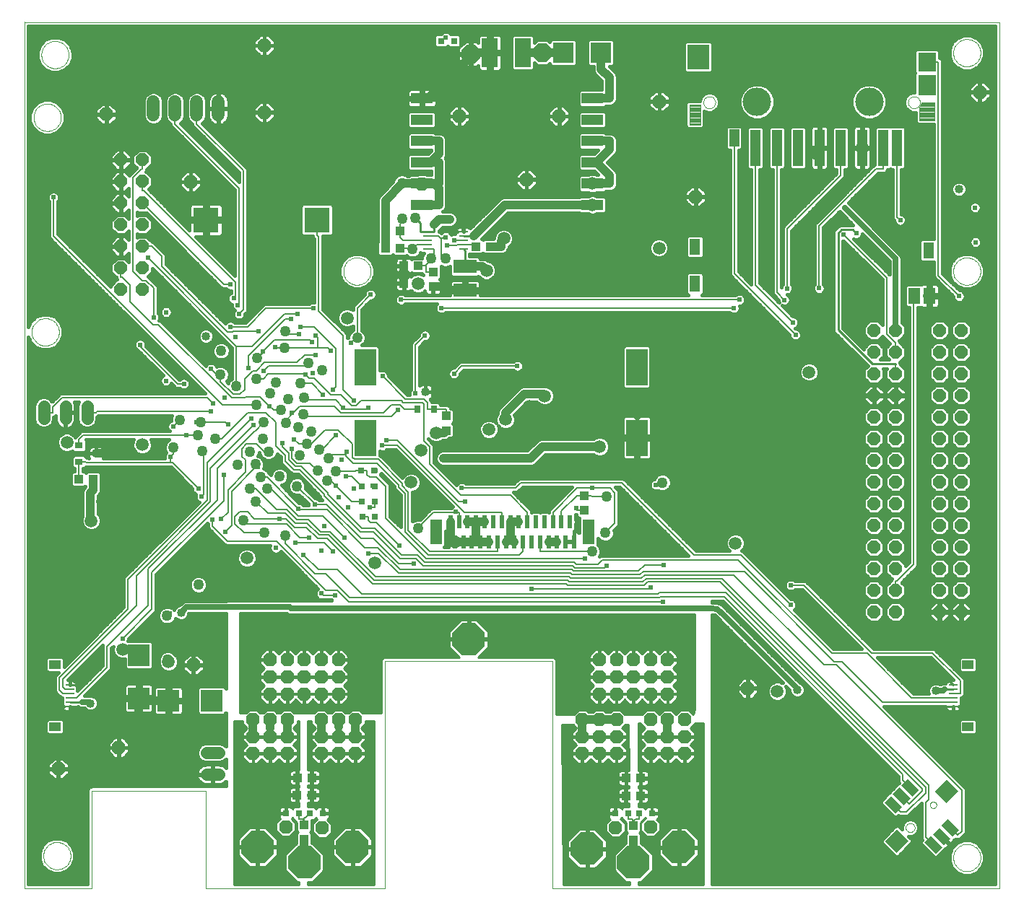
<source format=gtl>
G75*
G70*
%OFA0B0*%
%FSLAX24Y24*%
%IPPOS*%
%LPD*%
%AMOC8*
5,1,8,0,0,1.08239X$1,22.5*
%
%ADD10C,0.0008*%
%ADD11C,0.0000*%
%ADD12OC8,0.0600*%
%ADD13C,0.0560*%
%ADD14OC8,0.1500*%
%ADD15R,0.0433X0.0394*%
%ADD16C,0.1310*%
%ADD17R,0.0394X0.0098*%
%ADD18R,0.0394X0.0433*%
%ADD19R,0.1063X0.0630*%
%ADD20R,0.0945X0.0945*%
%ADD21R,0.0748X0.1339*%
%ADD22OC8,0.0850*%
%ADD23R,0.0728X0.0433*%
%ADD24R,0.0748X0.0787*%
%ADD25C,0.0600*%
%ADD26R,0.0315X0.0315*%
%ADD27R,0.0984X0.1693*%
%ADD28C,0.0500*%
%ADD29OC8,0.0630*%
%ADD30R,0.0354X0.0315*%
%ADD31R,0.0315X0.0354*%
%ADD32R,0.0197X0.0630*%
%ADD33R,0.0551X0.1142*%
%ADD34R,0.0827X0.0866*%
%ADD35R,0.0827X0.0945*%
%ADD36R,0.1024X0.1142*%
%ADD37R,0.0512X0.0748*%
%ADD38R,0.0551X0.0768*%
%ADD39R,0.0472X0.1693*%
%ADD40R,0.0472X0.0787*%
%ADD41C,0.0040*%
%ADD42R,0.1000X0.0500*%
%ADD43R,0.0984X0.1004*%
%ADD44R,0.1004X0.0984*%
%ADD45R,0.1181X0.1181*%
%ADD46R,0.0528X0.0394*%
%ADD47C,0.0239*%
%ADD48C,0.0250*%
%ADD49C,0.0080*%
%ADD50C,0.0100*%
%ADD51C,0.0400*%
%ADD52C,0.0591*%
%ADD53C,0.0400*%
%ADD54C,0.0197*%
%ADD55C,0.0098*%
%ADD56C,0.0160*%
%ADD57C,0.0356*%
D10*
X000180Y000805D02*
X000180Y040805D01*
X029550Y040805D01*
X045180Y040805D01*
X045180Y040305D01*
X045172Y040675D02*
X045172Y000805D01*
X031912Y000805D01*
X031834Y000805D01*
X031519Y000805D01*
X024566Y000805D01*
X024566Y011305D01*
X016803Y011305D01*
X016803Y000805D01*
X009786Y000805D01*
X009708Y000805D01*
X008546Y000805D01*
X008546Y005305D01*
X003269Y005305D01*
X003269Y000805D01*
X000180Y000805D01*
X000180Y040805D02*
X000180Y040833D01*
D11*
X000962Y039305D02*
X000964Y039355D01*
X000970Y039405D01*
X000980Y039454D01*
X000994Y039502D01*
X001011Y039549D01*
X001032Y039594D01*
X001057Y039638D01*
X001085Y039679D01*
X001117Y039718D01*
X001151Y039755D01*
X001188Y039789D01*
X001228Y039819D01*
X001270Y039846D01*
X001314Y039870D01*
X001360Y039891D01*
X001407Y039907D01*
X001455Y039920D01*
X001505Y039929D01*
X001554Y039934D01*
X001605Y039935D01*
X001655Y039932D01*
X001704Y039925D01*
X001753Y039914D01*
X001801Y039899D01*
X001847Y039881D01*
X001892Y039859D01*
X001935Y039833D01*
X001976Y039804D01*
X002015Y039772D01*
X002051Y039737D01*
X002083Y039699D01*
X002113Y039659D01*
X002140Y039616D01*
X002163Y039572D01*
X002182Y039526D01*
X002198Y039478D01*
X002210Y039429D01*
X002218Y039380D01*
X002222Y039330D01*
X002222Y039280D01*
X002218Y039230D01*
X002210Y039181D01*
X002198Y039132D01*
X002182Y039084D01*
X002163Y039038D01*
X002140Y038994D01*
X002113Y038951D01*
X002083Y038911D01*
X002051Y038873D01*
X002015Y038838D01*
X001976Y038806D01*
X001935Y038777D01*
X001892Y038751D01*
X001847Y038729D01*
X001801Y038711D01*
X001753Y038696D01*
X001704Y038685D01*
X001655Y038678D01*
X001605Y038675D01*
X001554Y038676D01*
X001505Y038681D01*
X001455Y038690D01*
X001407Y038703D01*
X001360Y038719D01*
X001314Y038740D01*
X001270Y038764D01*
X001228Y038791D01*
X001188Y038821D01*
X001151Y038855D01*
X001117Y038892D01*
X001085Y038931D01*
X001057Y038972D01*
X001032Y039016D01*
X001011Y039061D01*
X000994Y039108D01*
X000980Y039156D01*
X000970Y039205D01*
X000964Y039255D01*
X000962Y039305D01*
X000602Y036410D02*
X000604Y036460D01*
X000610Y036510D01*
X000620Y036559D01*
X000634Y036607D01*
X000651Y036654D01*
X000672Y036699D01*
X000697Y036743D01*
X000725Y036784D01*
X000757Y036823D01*
X000791Y036860D01*
X000828Y036894D01*
X000868Y036924D01*
X000910Y036951D01*
X000954Y036975D01*
X001000Y036996D01*
X001047Y037012D01*
X001095Y037025D01*
X001145Y037034D01*
X001194Y037039D01*
X001245Y037040D01*
X001295Y037037D01*
X001344Y037030D01*
X001393Y037019D01*
X001441Y037004D01*
X001487Y036986D01*
X001532Y036964D01*
X001575Y036938D01*
X001616Y036909D01*
X001655Y036877D01*
X001691Y036842D01*
X001723Y036804D01*
X001753Y036764D01*
X001780Y036721D01*
X001803Y036677D01*
X001822Y036631D01*
X001838Y036583D01*
X001850Y036534D01*
X001858Y036485D01*
X001862Y036435D01*
X001862Y036385D01*
X001858Y036335D01*
X001850Y036286D01*
X001838Y036237D01*
X001822Y036189D01*
X001803Y036143D01*
X001780Y036099D01*
X001753Y036056D01*
X001723Y036016D01*
X001691Y035978D01*
X001655Y035943D01*
X001616Y035911D01*
X001575Y035882D01*
X001532Y035856D01*
X001487Y035834D01*
X001441Y035816D01*
X001393Y035801D01*
X001344Y035790D01*
X001295Y035783D01*
X001245Y035780D01*
X001194Y035781D01*
X001145Y035786D01*
X001095Y035795D01*
X001047Y035808D01*
X001000Y035824D01*
X000954Y035845D01*
X000910Y035869D01*
X000868Y035896D01*
X000828Y035926D01*
X000791Y035960D01*
X000757Y035997D01*
X000725Y036036D01*
X000697Y036077D01*
X000672Y036121D01*
X000651Y036166D01*
X000634Y036213D01*
X000620Y036261D01*
X000610Y036310D01*
X000604Y036360D01*
X000602Y036410D01*
X000515Y026498D02*
X000517Y026548D01*
X000523Y026598D01*
X000533Y026647D01*
X000547Y026695D01*
X000564Y026742D01*
X000585Y026787D01*
X000610Y026831D01*
X000638Y026872D01*
X000670Y026911D01*
X000704Y026948D01*
X000741Y026982D01*
X000781Y027012D01*
X000823Y027039D01*
X000867Y027063D01*
X000913Y027084D01*
X000960Y027100D01*
X001008Y027113D01*
X001058Y027122D01*
X001107Y027127D01*
X001158Y027128D01*
X001208Y027125D01*
X001257Y027118D01*
X001306Y027107D01*
X001354Y027092D01*
X001400Y027074D01*
X001445Y027052D01*
X001488Y027026D01*
X001529Y026997D01*
X001568Y026965D01*
X001604Y026930D01*
X001636Y026892D01*
X001666Y026852D01*
X001693Y026809D01*
X001716Y026765D01*
X001735Y026719D01*
X001751Y026671D01*
X001763Y026622D01*
X001771Y026573D01*
X001775Y026523D01*
X001775Y026473D01*
X001771Y026423D01*
X001763Y026374D01*
X001751Y026325D01*
X001735Y026277D01*
X001716Y026231D01*
X001693Y026187D01*
X001666Y026144D01*
X001636Y026104D01*
X001604Y026066D01*
X001568Y026031D01*
X001529Y025999D01*
X001488Y025970D01*
X001445Y025944D01*
X001400Y025922D01*
X001354Y025904D01*
X001306Y025889D01*
X001257Y025878D01*
X001208Y025871D01*
X001158Y025868D01*
X001107Y025869D01*
X001058Y025874D01*
X001008Y025883D01*
X000960Y025896D01*
X000913Y025912D01*
X000867Y025933D01*
X000823Y025957D01*
X000781Y025984D01*
X000741Y026014D01*
X000704Y026048D01*
X000670Y026085D01*
X000638Y026124D01*
X000610Y026165D01*
X000585Y026209D01*
X000564Y026254D01*
X000547Y026301D01*
X000533Y026349D01*
X000523Y026398D01*
X000517Y026448D01*
X000515Y026498D01*
X014901Y029305D02*
X014903Y029355D01*
X014909Y029405D01*
X014919Y029454D01*
X014933Y029502D01*
X014950Y029549D01*
X014971Y029594D01*
X014996Y029638D01*
X015024Y029679D01*
X015056Y029718D01*
X015090Y029755D01*
X015127Y029789D01*
X015167Y029819D01*
X015209Y029846D01*
X015253Y029870D01*
X015299Y029891D01*
X015346Y029907D01*
X015394Y029920D01*
X015444Y029929D01*
X015493Y029934D01*
X015544Y029935D01*
X015594Y029932D01*
X015643Y029925D01*
X015692Y029914D01*
X015740Y029899D01*
X015786Y029881D01*
X015831Y029859D01*
X015874Y029833D01*
X015915Y029804D01*
X015954Y029772D01*
X015990Y029737D01*
X016022Y029699D01*
X016052Y029659D01*
X016079Y029616D01*
X016102Y029572D01*
X016121Y029526D01*
X016137Y029478D01*
X016149Y029429D01*
X016157Y029380D01*
X016161Y029330D01*
X016161Y029280D01*
X016157Y029230D01*
X016149Y029181D01*
X016137Y029132D01*
X016121Y029084D01*
X016102Y029038D01*
X016079Y028994D01*
X016052Y028951D01*
X016022Y028911D01*
X015990Y028873D01*
X015954Y028838D01*
X015915Y028806D01*
X015874Y028777D01*
X015831Y028751D01*
X015786Y028729D01*
X015740Y028711D01*
X015692Y028696D01*
X015643Y028685D01*
X015594Y028678D01*
X015544Y028675D01*
X015493Y028676D01*
X015444Y028681D01*
X015394Y028690D01*
X015346Y028703D01*
X015299Y028719D01*
X015253Y028740D01*
X015209Y028764D01*
X015167Y028791D01*
X015127Y028821D01*
X015090Y028855D01*
X015056Y028892D01*
X015024Y028931D01*
X014996Y028972D01*
X014971Y029016D01*
X014950Y029061D01*
X014933Y029108D01*
X014919Y029156D01*
X014909Y029205D01*
X014903Y029255D01*
X014901Y029305D01*
X031518Y037104D02*
X031520Y037137D01*
X031526Y037169D01*
X031535Y037200D01*
X031548Y037230D01*
X031565Y037258D01*
X031585Y037284D01*
X031608Y037308D01*
X031633Y037328D01*
X031661Y037346D01*
X031690Y037360D01*
X031721Y037370D01*
X031753Y037377D01*
X031786Y037380D01*
X031819Y037379D01*
X031851Y037374D01*
X031882Y037365D01*
X031913Y037353D01*
X031941Y037337D01*
X031968Y037318D01*
X031992Y037296D01*
X032013Y037271D01*
X032032Y037244D01*
X032047Y037215D01*
X032058Y037185D01*
X032066Y037153D01*
X032070Y037120D01*
X032070Y037088D01*
X032066Y037055D01*
X032058Y037023D01*
X032047Y036993D01*
X032032Y036964D01*
X032013Y036937D01*
X031992Y036912D01*
X031968Y036890D01*
X031941Y036871D01*
X031913Y036855D01*
X031882Y036843D01*
X031851Y036834D01*
X031819Y036829D01*
X031786Y036828D01*
X031753Y036831D01*
X031721Y036838D01*
X031690Y036848D01*
X031661Y036862D01*
X031633Y036880D01*
X031608Y036900D01*
X031585Y036924D01*
X031565Y036950D01*
X031548Y036978D01*
X031535Y037008D01*
X031526Y037039D01*
X031520Y037071D01*
X031518Y037104D01*
X040967Y037104D02*
X040969Y037137D01*
X040975Y037169D01*
X040984Y037200D01*
X040997Y037230D01*
X041014Y037258D01*
X041034Y037284D01*
X041057Y037308D01*
X041082Y037328D01*
X041110Y037346D01*
X041139Y037360D01*
X041170Y037370D01*
X041202Y037377D01*
X041235Y037380D01*
X041268Y037379D01*
X041300Y037374D01*
X041331Y037365D01*
X041362Y037353D01*
X041390Y037337D01*
X041417Y037318D01*
X041441Y037296D01*
X041462Y037271D01*
X041481Y037244D01*
X041496Y037215D01*
X041507Y037185D01*
X041515Y037153D01*
X041519Y037120D01*
X041519Y037088D01*
X041515Y037055D01*
X041507Y037023D01*
X041496Y036993D01*
X041481Y036964D01*
X041462Y036937D01*
X041441Y036912D01*
X041417Y036890D01*
X041390Y036871D01*
X041362Y036855D01*
X041331Y036843D01*
X041300Y036834D01*
X041268Y036829D01*
X041235Y036828D01*
X041202Y036831D01*
X041170Y036838D01*
X041139Y036848D01*
X041110Y036862D01*
X041082Y036880D01*
X041057Y036900D01*
X041034Y036924D01*
X041014Y036950D01*
X040997Y036978D01*
X040984Y037008D01*
X040975Y037039D01*
X040969Y037071D01*
X040967Y037104D01*
X043050Y039393D02*
X043052Y039443D01*
X043058Y039493D01*
X043068Y039542D01*
X043082Y039590D01*
X043099Y039637D01*
X043120Y039682D01*
X043145Y039726D01*
X043173Y039767D01*
X043205Y039806D01*
X043239Y039843D01*
X043276Y039877D01*
X043316Y039907D01*
X043358Y039934D01*
X043402Y039958D01*
X043448Y039979D01*
X043495Y039995D01*
X043543Y040008D01*
X043593Y040017D01*
X043642Y040022D01*
X043693Y040023D01*
X043743Y040020D01*
X043792Y040013D01*
X043841Y040002D01*
X043889Y039987D01*
X043935Y039969D01*
X043980Y039947D01*
X044023Y039921D01*
X044064Y039892D01*
X044103Y039860D01*
X044139Y039825D01*
X044171Y039787D01*
X044201Y039747D01*
X044228Y039704D01*
X044251Y039660D01*
X044270Y039614D01*
X044286Y039566D01*
X044298Y039517D01*
X044306Y039468D01*
X044310Y039418D01*
X044310Y039368D01*
X044306Y039318D01*
X044298Y039269D01*
X044286Y039220D01*
X044270Y039172D01*
X044251Y039126D01*
X044228Y039082D01*
X044201Y039039D01*
X044171Y038999D01*
X044139Y038961D01*
X044103Y038926D01*
X044064Y038894D01*
X044023Y038865D01*
X043980Y038839D01*
X043935Y038817D01*
X043889Y038799D01*
X043841Y038784D01*
X043792Y038773D01*
X043743Y038766D01*
X043693Y038763D01*
X043642Y038764D01*
X043593Y038769D01*
X043543Y038778D01*
X043495Y038791D01*
X043448Y038807D01*
X043402Y038828D01*
X043358Y038852D01*
X043316Y038879D01*
X043276Y038909D01*
X043239Y038943D01*
X043205Y038980D01*
X043173Y039019D01*
X043145Y039060D01*
X043120Y039104D01*
X043099Y039149D01*
X043082Y039196D01*
X043068Y039244D01*
X043058Y039293D01*
X043052Y039343D01*
X043050Y039393D01*
X043050Y029305D02*
X043052Y029355D01*
X043058Y029405D01*
X043068Y029454D01*
X043082Y029502D01*
X043099Y029549D01*
X043120Y029594D01*
X043145Y029638D01*
X043173Y029679D01*
X043205Y029718D01*
X043239Y029755D01*
X043276Y029789D01*
X043316Y029819D01*
X043358Y029846D01*
X043402Y029870D01*
X043448Y029891D01*
X043495Y029907D01*
X043543Y029920D01*
X043593Y029929D01*
X043642Y029934D01*
X043693Y029935D01*
X043743Y029932D01*
X043792Y029925D01*
X043841Y029914D01*
X043889Y029899D01*
X043935Y029881D01*
X043980Y029859D01*
X044023Y029833D01*
X044064Y029804D01*
X044103Y029772D01*
X044139Y029737D01*
X044171Y029699D01*
X044201Y029659D01*
X044228Y029616D01*
X044251Y029572D01*
X044270Y029526D01*
X044286Y029478D01*
X044298Y029429D01*
X044306Y029380D01*
X044310Y029330D01*
X044310Y029280D01*
X044306Y029230D01*
X044298Y029181D01*
X044286Y029132D01*
X044270Y029084D01*
X044251Y029038D01*
X044228Y028994D01*
X044201Y028951D01*
X044171Y028911D01*
X044139Y028873D01*
X044103Y028838D01*
X044064Y028806D01*
X044023Y028777D01*
X043980Y028751D01*
X043935Y028729D01*
X043889Y028711D01*
X043841Y028696D01*
X043792Y028685D01*
X043743Y028678D01*
X043693Y028675D01*
X043642Y028676D01*
X043593Y028681D01*
X043543Y028690D01*
X043495Y028703D01*
X043448Y028719D01*
X043402Y028740D01*
X043358Y028764D01*
X043316Y028791D01*
X043276Y028821D01*
X043239Y028855D01*
X043205Y028892D01*
X043173Y028931D01*
X043145Y028972D01*
X043120Y029016D01*
X043099Y029061D01*
X043082Y029108D01*
X043068Y029156D01*
X043058Y029205D01*
X043052Y029255D01*
X043050Y029305D01*
X041977Y004654D02*
X041979Y004678D01*
X041985Y004701D01*
X041994Y004723D01*
X042007Y004743D01*
X042022Y004761D01*
X042041Y004776D01*
X042062Y004788D01*
X042084Y004796D01*
X042107Y004801D01*
X042131Y004802D01*
X042155Y004799D01*
X042177Y004792D01*
X042199Y004782D01*
X042219Y004769D01*
X042236Y004752D01*
X042250Y004733D01*
X042261Y004712D01*
X042269Y004689D01*
X042273Y004666D01*
X042273Y004642D01*
X042269Y004619D01*
X042261Y004596D01*
X042250Y004575D01*
X042236Y004556D01*
X042219Y004539D01*
X042199Y004526D01*
X042177Y004516D01*
X042155Y004509D01*
X042131Y004506D01*
X042107Y004507D01*
X042084Y004512D01*
X042062Y004520D01*
X042041Y004532D01*
X042022Y004547D01*
X042007Y004565D01*
X041994Y004585D01*
X041985Y004607D01*
X041979Y004630D01*
X041977Y004654D01*
X040858Y003602D02*
X040860Y003630D01*
X040866Y003658D01*
X040875Y003684D01*
X040888Y003710D01*
X040904Y003733D01*
X040924Y003753D01*
X040946Y003771D01*
X040970Y003786D01*
X040996Y003797D01*
X041023Y003805D01*
X041051Y003809D01*
X041079Y003809D01*
X041107Y003805D01*
X041134Y003797D01*
X041160Y003786D01*
X041184Y003771D01*
X041206Y003753D01*
X041226Y003733D01*
X041242Y003710D01*
X041255Y003684D01*
X041264Y003658D01*
X041270Y003630D01*
X041272Y003602D01*
X041270Y003574D01*
X041264Y003546D01*
X041255Y003520D01*
X041242Y003494D01*
X041226Y003471D01*
X041206Y003451D01*
X041184Y003433D01*
X041160Y003418D01*
X041134Y003407D01*
X041107Y003399D01*
X041079Y003395D01*
X041051Y003395D01*
X041023Y003399D01*
X040996Y003407D01*
X040970Y003418D01*
X040946Y003433D01*
X040924Y003451D01*
X040904Y003471D01*
X040888Y003494D01*
X040875Y003520D01*
X040866Y003546D01*
X040860Y003574D01*
X040858Y003602D01*
X043050Y002217D02*
X043052Y002267D01*
X043058Y002317D01*
X043068Y002366D01*
X043082Y002414D01*
X043099Y002461D01*
X043120Y002506D01*
X043145Y002550D01*
X043173Y002591D01*
X043205Y002630D01*
X043239Y002667D01*
X043276Y002701D01*
X043316Y002731D01*
X043358Y002758D01*
X043402Y002782D01*
X043448Y002803D01*
X043495Y002819D01*
X043543Y002832D01*
X043593Y002841D01*
X043642Y002846D01*
X043693Y002847D01*
X043743Y002844D01*
X043792Y002837D01*
X043841Y002826D01*
X043889Y002811D01*
X043935Y002793D01*
X043980Y002771D01*
X044023Y002745D01*
X044064Y002716D01*
X044103Y002684D01*
X044139Y002649D01*
X044171Y002611D01*
X044201Y002571D01*
X044228Y002528D01*
X044251Y002484D01*
X044270Y002438D01*
X044286Y002390D01*
X044298Y002341D01*
X044306Y002292D01*
X044310Y002242D01*
X044310Y002192D01*
X044306Y002142D01*
X044298Y002093D01*
X044286Y002044D01*
X044270Y001996D01*
X044251Y001950D01*
X044228Y001906D01*
X044201Y001863D01*
X044171Y001823D01*
X044139Y001785D01*
X044103Y001750D01*
X044064Y001718D01*
X044023Y001689D01*
X043980Y001663D01*
X043935Y001641D01*
X043889Y001623D01*
X043841Y001608D01*
X043792Y001597D01*
X043743Y001590D01*
X043693Y001587D01*
X043642Y001588D01*
X043593Y001593D01*
X043543Y001602D01*
X043495Y001615D01*
X043448Y001631D01*
X043402Y001652D01*
X043358Y001676D01*
X043316Y001703D01*
X043276Y001733D01*
X043239Y001767D01*
X043205Y001804D01*
X043173Y001843D01*
X043145Y001884D01*
X043120Y001928D01*
X043099Y001973D01*
X043082Y002020D01*
X043068Y002068D01*
X043058Y002117D01*
X043052Y002167D01*
X043050Y002217D01*
X001050Y002305D02*
X001052Y002355D01*
X001058Y002405D01*
X001068Y002454D01*
X001082Y002502D01*
X001099Y002549D01*
X001120Y002594D01*
X001145Y002638D01*
X001173Y002679D01*
X001205Y002718D01*
X001239Y002755D01*
X001276Y002789D01*
X001316Y002819D01*
X001358Y002846D01*
X001402Y002870D01*
X001448Y002891D01*
X001495Y002907D01*
X001543Y002920D01*
X001593Y002929D01*
X001642Y002934D01*
X001693Y002935D01*
X001743Y002932D01*
X001792Y002925D01*
X001841Y002914D01*
X001889Y002899D01*
X001935Y002881D01*
X001980Y002859D01*
X002023Y002833D01*
X002064Y002804D01*
X002103Y002772D01*
X002139Y002737D01*
X002171Y002699D01*
X002201Y002659D01*
X002228Y002616D01*
X002251Y002572D01*
X002270Y002526D01*
X002286Y002478D01*
X002298Y002429D01*
X002306Y002380D01*
X002310Y002330D01*
X002310Y002280D01*
X002306Y002230D01*
X002298Y002181D01*
X002286Y002132D01*
X002270Y002084D01*
X002251Y002038D01*
X002228Y001994D01*
X002201Y001951D01*
X002171Y001911D01*
X002139Y001873D01*
X002103Y001838D01*
X002064Y001806D01*
X002023Y001777D01*
X001980Y001751D01*
X001935Y001729D01*
X001889Y001711D01*
X001841Y001696D01*
X001792Y001685D01*
X001743Y001678D01*
X001693Y001675D01*
X001642Y001676D01*
X001593Y001681D01*
X001543Y001690D01*
X001495Y001703D01*
X001448Y001719D01*
X001402Y001740D01*
X001358Y001764D01*
X001316Y001791D01*
X001276Y001821D01*
X001239Y001855D01*
X001205Y001892D01*
X001173Y001931D01*
X001145Y001972D01*
X001120Y002016D01*
X001099Y002061D01*
X001082Y002108D01*
X001068Y002156D01*
X001058Y002205D01*
X001052Y002255D01*
X001050Y002305D01*
D12*
X004626Y028451D03*
X004626Y029451D03*
X004626Y030451D03*
X004626Y031451D03*
X004626Y032451D03*
X004626Y033451D03*
X004626Y034451D03*
X005626Y034451D03*
X005626Y033451D03*
X005626Y032451D03*
X005626Y031451D03*
X005626Y030451D03*
X005626Y029451D03*
X005626Y028451D03*
X039391Y026568D03*
X040391Y026568D03*
X040391Y025568D03*
X040391Y024568D03*
X039391Y024568D03*
X039391Y025568D03*
X039391Y023568D03*
X040391Y023568D03*
X040391Y022568D03*
X040391Y021568D03*
X040391Y020568D03*
X039391Y020568D03*
X039391Y021568D03*
X039391Y022568D03*
X039391Y019568D03*
X040391Y019568D03*
X040391Y018568D03*
X040391Y017568D03*
X039391Y017568D03*
X039391Y018568D03*
X039391Y016568D03*
X040391Y016568D03*
X040391Y015568D03*
X040391Y014568D03*
X040391Y013568D03*
X039391Y013568D03*
X039391Y014568D03*
X039391Y015568D03*
X042417Y015568D03*
X042417Y014568D03*
X042417Y013568D03*
X043417Y013568D03*
X043417Y014568D03*
X043417Y015568D03*
X043417Y016568D03*
X042417Y016568D03*
X042417Y017568D03*
X043417Y017568D03*
X043417Y018568D03*
X042417Y018568D03*
X042417Y019568D03*
X043417Y019568D03*
X043417Y020568D03*
X042417Y020568D03*
X042417Y021568D03*
X043417Y021568D03*
X043417Y022568D03*
X042417Y022568D03*
X042417Y023568D03*
X043417Y023568D03*
X043417Y024568D03*
X042417Y024568D03*
X042417Y025568D03*
X043417Y025568D03*
X043417Y026568D03*
X042417Y026568D03*
D13*
X009141Y007058D02*
X008581Y007058D01*
X008581Y006058D02*
X009141Y006058D01*
X003070Y022494D02*
X003070Y023054D01*
X002070Y023054D02*
X002070Y022494D01*
X001070Y022494D02*
X001070Y023054D01*
D14*
X020694Y012302D03*
X015333Y002708D03*
X013105Y001985D03*
X010939Y002708D03*
X026159Y002619D03*
X028290Y001986D03*
X030384Y002697D03*
D15*
X028616Y005080D03*
X027947Y005080D03*
X027949Y005896D03*
X028619Y005896D03*
X013449Y005908D03*
X012779Y005908D03*
X012767Y005110D03*
X013437Y005110D03*
X019646Y021948D03*
X019646Y022617D03*
X018356Y028735D03*
X017686Y028735D03*
X017693Y029555D03*
X018362Y029555D03*
X017509Y030371D03*
X016840Y030371D03*
X016847Y031172D03*
X017516Y031172D03*
X021011Y030447D03*
X021681Y030447D03*
D16*
X033998Y037128D03*
X039168Y037128D03*
D17*
X020434Y031125D03*
X020434Y030928D03*
X020434Y030731D03*
X020434Y030534D03*
X020434Y030337D03*
X018770Y030337D03*
X018770Y030534D03*
X018770Y030731D03*
X018770Y030928D03*
X018770Y031125D03*
X002269Y010195D03*
X002269Y009998D03*
X002269Y009801D03*
X002269Y009604D03*
X002269Y009407D03*
X002269Y009211D03*
X043052Y009211D03*
X043052Y009407D03*
X043052Y009604D03*
X043052Y009801D03*
X043052Y009998D03*
X043052Y010195D03*
D18*
X028290Y003715D03*
X028290Y003046D03*
X013093Y003069D03*
X013093Y003738D03*
X026008Y018278D03*
X026008Y018947D03*
X019044Y028594D03*
X019044Y029263D03*
X003349Y019703D03*
X002680Y019703D03*
D19*
X020521Y028420D03*
X020521Y029523D03*
D20*
X025065Y039391D03*
X026797Y039391D03*
D21*
X023198Y039398D03*
X021662Y039398D03*
D22*
X020787Y039334D03*
X024092Y039401D03*
D23*
G36*
X041162Y005036D02*
X040648Y005550D01*
X040954Y005856D01*
X041468Y005342D01*
X041162Y005036D01*
G37*
G36*
X040772Y004647D02*
X040258Y005161D01*
X040564Y005467D01*
X041078Y004953D01*
X040772Y004647D01*
G37*
G36*
X040382Y004257D02*
X039868Y004771D01*
X040174Y005077D01*
X040688Y004563D01*
X040382Y004257D01*
G37*
G36*
X042234Y002405D02*
X041720Y002919D01*
X042026Y003225D01*
X042540Y002711D01*
X042234Y002405D01*
G37*
G36*
X042623Y002795D02*
X042109Y003309D01*
X042415Y003615D01*
X042929Y003101D01*
X042623Y002795D01*
G37*
G36*
X043013Y003185D02*
X042499Y003699D01*
X042805Y004005D01*
X043319Y003491D01*
X043013Y003185D01*
G37*
D24*
G36*
X042730Y004739D02*
X042201Y005268D01*
X042756Y005823D01*
X043285Y005294D01*
X042730Y004739D01*
G37*
G36*
X040435Y002441D02*
X039906Y002970D01*
X040461Y003525D01*
X040990Y002996D01*
X040435Y002441D01*
G37*
D25*
X009130Y036524D02*
X009130Y037124D01*
X008130Y037124D02*
X008130Y036524D01*
X007130Y036524D02*
X007130Y037124D01*
X006130Y037124D02*
X006130Y036524D01*
D26*
X019412Y039939D03*
X020003Y039939D03*
X016310Y020088D03*
X016336Y019380D03*
X015745Y019380D03*
X015720Y020088D03*
X015752Y018676D03*
X015775Y017977D03*
X016366Y017977D03*
X016343Y018676D03*
X013940Y004270D03*
X013349Y004270D03*
X012837Y004270D03*
X012247Y004270D03*
X027444Y004270D03*
X028034Y004270D03*
X028546Y004270D03*
X029137Y004270D03*
D27*
X028448Y021612D03*
X028448Y024880D03*
X015928Y024880D03*
X015928Y021612D03*
D28*
X014201Y020671D03*
X013784Y021076D03*
X013209Y021326D03*
X012898Y020816D03*
X013716Y020093D03*
X014147Y019634D03*
X014558Y020083D03*
X012753Y019377D03*
X011955Y019827D03*
X011379Y019267D03*
X011089Y019804D03*
X010846Y020384D03*
X010591Y020954D03*
X010009Y020353D03*
X010571Y019250D03*
X010841Y018683D03*
X010269Y017808D03*
X011264Y017222D03*
X012202Y017085D03*
X011441Y020977D03*
X011195Y021552D03*
X011227Y022345D03*
X010894Y023135D03*
X011503Y023655D03*
X011796Y024182D03*
X010893Y024346D03*
X010928Y025295D03*
X012191Y025761D03*
X012212Y026525D03*
X013291Y025060D03*
X013922Y024744D03*
X012910Y024118D03*
X013076Y023454D03*
X012352Y023384D03*
X012024Y022886D03*
X012237Y022303D03*
X012817Y022092D03*
X013405Y021908D03*
X013051Y022705D03*
X009966Y024001D03*
X009229Y024528D03*
X009263Y025629D03*
X008331Y022338D03*
X008196Y021748D03*
X008379Y021008D03*
X008992Y021556D03*
X007354Y022447D03*
X007055Y021161D03*
X008211Y014821D03*
X006756Y013394D03*
X006794Y011356D03*
X018353Y017432D03*
X022385Y022459D03*
X026728Y021201D03*
X027057Y018887D03*
X026998Y017219D03*
X026376Y016360D03*
X029629Y019545D03*
X019601Y029890D03*
X018943Y029891D03*
X018087Y030330D03*
X018211Y031750D03*
X017601Y031744D03*
X017603Y033374D03*
X015534Y026233D03*
D29*
X015928Y022065D03*
X014668Y011356D03*
X014668Y010569D03*
X013881Y010569D03*
X013881Y011356D03*
X013093Y011356D03*
X013093Y010569D03*
X012306Y010569D03*
X012306Y011356D03*
X011519Y011356D03*
X011519Y010569D03*
X011519Y009781D03*
X012306Y009781D03*
X013093Y009781D03*
X013881Y009781D03*
X014668Y009781D03*
X014668Y008600D03*
X014668Y007813D03*
X014668Y007026D03*
X013881Y007026D03*
X013881Y007813D03*
X013881Y008600D03*
X012306Y008600D03*
X012306Y007813D03*
X012306Y007026D03*
X011519Y007026D03*
X011519Y007813D03*
X010731Y007813D03*
X010731Y007026D03*
X010731Y008600D03*
X011519Y008600D03*
X007975Y011120D03*
X004529Y007299D03*
X001743Y006317D03*
X012243Y003635D03*
X013922Y003586D03*
X015456Y007026D03*
X015456Y007813D03*
X015456Y008600D03*
X025928Y008600D03*
X025928Y007813D03*
X025928Y007026D03*
X026715Y007026D03*
X026715Y007813D03*
X026715Y008600D03*
X027503Y008600D03*
X027503Y007813D03*
X027503Y007026D03*
X029078Y007026D03*
X029078Y007813D03*
X029865Y007813D03*
X030652Y007813D03*
X030652Y007026D03*
X029865Y007026D03*
X029865Y008600D03*
X030652Y008600D03*
X029865Y009781D03*
X029078Y009781D03*
X028290Y009781D03*
X027503Y009781D03*
X026715Y009781D03*
X026715Y010569D03*
X026715Y011356D03*
X027503Y011356D03*
X027503Y010569D03*
X028290Y010569D03*
X028290Y011356D03*
X029078Y011356D03*
X029078Y010569D03*
X029865Y010569D03*
X029865Y011356D03*
X029078Y008600D03*
X033566Y010040D03*
X029078Y003640D03*
X027462Y003607D03*
X028448Y022065D03*
X031160Y032749D03*
X029479Y037148D03*
X024859Y036462D03*
X023355Y033541D03*
X020252Y036473D03*
X018526Y033325D03*
X011249Y036643D03*
X011257Y039733D03*
X007853Y033438D03*
X003960Y036553D03*
X044274Y037577D03*
D30*
X003487Y020884D03*
X002700Y021258D03*
X002700Y020510D03*
D31*
X018321Y022943D03*
X019069Y022943D03*
X018695Y023730D03*
D32*
X019845Y017734D03*
X020239Y017734D03*
X020633Y017734D03*
X021026Y017734D03*
X021420Y017734D03*
X021814Y017734D03*
X022208Y017734D03*
X022601Y017734D03*
X022995Y017734D03*
X023389Y017734D03*
X023782Y017734D03*
X024176Y017734D03*
X024570Y017734D03*
X024963Y017734D03*
X025357Y017734D03*
X025160Y016789D03*
X024767Y016789D03*
X024373Y016789D03*
X023979Y016789D03*
X023586Y016789D03*
X023192Y016789D03*
X022798Y016789D03*
X022404Y016789D03*
X022011Y016789D03*
X021617Y016789D03*
X021223Y016789D03*
X020830Y016789D03*
X020436Y016789D03*
X020042Y016789D03*
X025554Y016789D03*
D33*
X026223Y017262D03*
X019176Y017262D03*
D34*
X041834Y038974D03*
D35*
X041834Y037892D03*
D36*
X031282Y039211D03*
D37*
X031125Y030431D03*
X031125Y028718D03*
X041912Y030254D03*
D38*
X041952Y028167D03*
X041243Y028167D03*
D39*
X040465Y035008D03*
X039826Y035008D03*
X038841Y035008D03*
X037857Y035008D03*
X036873Y035008D03*
X035889Y035008D03*
X034904Y035008D03*
X033920Y035008D03*
D40*
X032936Y035461D03*
D41*
X031381Y036081D02*
X031381Y036986D01*
X030869Y036986D01*
X030869Y036081D01*
X031381Y036081D01*
X031381Y036110D02*
X030869Y036110D01*
X030869Y036148D02*
X031381Y036148D01*
X031381Y036187D02*
X030869Y036187D01*
X030869Y036225D02*
X031381Y036225D01*
X031381Y036264D02*
X030869Y036264D01*
X030869Y036302D02*
X031381Y036302D01*
X031381Y036341D02*
X030869Y036341D01*
X030869Y036379D02*
X031381Y036379D01*
X031381Y036418D02*
X030869Y036418D01*
X030869Y036456D02*
X031381Y036456D01*
X031381Y036495D02*
X030869Y036495D01*
X030869Y036533D02*
X031381Y036533D01*
X031381Y036572D02*
X030869Y036572D01*
X030869Y036610D02*
X031381Y036610D01*
X031381Y036649D02*
X030869Y036649D01*
X030869Y036687D02*
X031381Y036687D01*
X031381Y036726D02*
X030869Y036726D01*
X030869Y036764D02*
X031381Y036764D01*
X031381Y036803D02*
X030869Y036803D01*
X030869Y036841D02*
X031381Y036841D01*
X031381Y036880D02*
X030869Y036880D01*
X030869Y036918D02*
X031381Y036918D01*
X031381Y036957D02*
X030869Y036957D01*
X041489Y036888D02*
X041489Y036277D01*
X042178Y036277D01*
X042178Y037104D01*
X041568Y037104D01*
X041568Y037035D01*
X041489Y036888D01*
X041489Y036880D02*
X042178Y036880D01*
X042178Y036918D02*
X041505Y036918D01*
X041526Y036957D02*
X042178Y036957D01*
X042178Y036995D02*
X041546Y036995D01*
X041567Y037034D02*
X042178Y037034D01*
X042178Y037072D02*
X041568Y037072D01*
X041489Y036841D02*
X042178Y036841D01*
X042178Y036803D02*
X041489Y036803D01*
X041489Y036764D02*
X042178Y036764D01*
X042178Y036726D02*
X041489Y036726D01*
X041489Y036687D02*
X042178Y036687D01*
X042178Y036649D02*
X041489Y036649D01*
X041489Y036610D02*
X042178Y036610D01*
X042178Y036572D02*
X041489Y036572D01*
X041489Y036533D02*
X042178Y036533D01*
X042178Y036495D02*
X041489Y036495D01*
X041489Y036456D02*
X042178Y036456D01*
X042178Y036418D02*
X041489Y036418D01*
X041489Y036379D02*
X042178Y036379D01*
X042178Y036341D02*
X041489Y036341D01*
X041489Y036302D02*
X042178Y036302D01*
D42*
X026400Y036305D03*
X026400Y035321D03*
X026400Y034337D03*
X026400Y033352D03*
X026400Y032368D03*
X026400Y037289D03*
X018526Y037289D03*
X018526Y036305D03*
X018526Y035321D03*
X018526Y034337D03*
X018526Y033352D03*
X018526Y032368D03*
D43*
X005456Y011563D03*
X005456Y009575D03*
D44*
X006824Y009466D03*
X008812Y009466D03*
D45*
X008566Y031671D03*
X013684Y031671D03*
D46*
X001589Y011135D03*
X001589Y008271D03*
X043731Y008271D03*
X043731Y011135D03*
D47*
X035551Y013885D03*
X035549Y014799D03*
X029689Y015724D03*
X029091Y014691D03*
X029649Y014043D03*
X027051Y015700D03*
X026376Y016360D03*
X026064Y016032D03*
X025554Y016789D03*
X025357Y017734D03*
X025654Y018379D03*
X026368Y019284D03*
X023586Y016789D03*
X023591Y014639D03*
X020098Y018188D03*
X020521Y018661D03*
X020365Y019287D03*
X017494Y016623D03*
X018167Y015793D03*
X016050Y016278D03*
X014952Y017008D03*
X014410Y016371D03*
X013872Y016398D03*
X013326Y017004D03*
X012687Y016765D03*
X012175Y017112D03*
X011957Y017866D03*
X012826Y018319D03*
X013576Y018538D03*
X013558Y019123D03*
X014550Y019395D03*
X014678Y018879D03*
X015112Y018398D03*
X015385Y019277D03*
X015022Y019841D03*
X014558Y020083D03*
X014805Y020586D03*
X015052Y020963D03*
X014558Y021732D03*
X013405Y021908D03*
X012817Y022092D03*
X012624Y021545D03*
X012528Y021108D03*
X012898Y020816D03*
X012085Y021379D03*
X011474Y020977D03*
X010960Y020258D03*
X010591Y020954D03*
X010009Y020353D03*
X009377Y019889D03*
X010571Y019250D03*
X010841Y018683D03*
X011379Y019267D03*
X011955Y019827D03*
X011195Y021552D03*
X010737Y022187D03*
X010647Y022511D03*
X010894Y023135D03*
X011499Y023059D03*
X012024Y022886D03*
X012508Y022772D03*
X012352Y023384D03*
X011503Y023655D03*
X011796Y024182D03*
X011224Y024707D03*
X010514Y024844D03*
X011182Y025591D03*
X011741Y025791D03*
X010972Y026517D03*
X009929Y026261D03*
X009684Y026739D03*
X010086Y027333D03*
X010033Y027746D03*
X009836Y028051D03*
X009687Y028686D03*
X006723Y027413D03*
X006149Y027168D03*
X005517Y025912D03*
X006705Y024247D03*
X007536Y024109D03*
X008784Y024794D03*
X009263Y025629D03*
X009966Y024001D03*
X009408Y023450D03*
X008875Y023192D03*
X008790Y022819D03*
X008119Y022338D03*
X007639Y021718D03*
X007043Y022139D03*
X008300Y021030D03*
X008992Y021556D03*
X009574Y022219D03*
X011227Y022345D03*
X013051Y022705D03*
X013962Y023615D03*
X014422Y023840D03*
X014894Y023015D03*
X015398Y023334D03*
X016052Y023015D03*
X017428Y022894D03*
X018215Y023650D03*
X016709Y024468D03*
X015245Y025991D03*
X014310Y025646D03*
X013608Y025430D03*
X013291Y025060D03*
X013470Y024601D03*
X013151Y024530D03*
X013922Y024744D03*
X013463Y026026D03*
X013623Y026336D03*
X012845Y026412D03*
X012927Y026747D03*
X012500Y027096D03*
X012770Y027336D03*
X013520Y027599D03*
X016158Y028228D03*
X017566Y027985D03*
X018661Y026337D03*
X019425Y027604D03*
X019672Y030498D03*
X019627Y030880D03*
X020006Y030740D03*
X020434Y031191D03*
X019820Y031697D03*
X020009Y024573D03*
X022933Y024924D03*
X016897Y021510D03*
X016685Y021253D03*
X016390Y020106D03*
X016234Y019388D03*
X016129Y018399D03*
X016367Y017961D03*
X014004Y017525D03*
X013055Y016208D03*
X012064Y015792D03*
X011776Y016527D03*
X010269Y017808D03*
X009450Y017267D03*
X009264Y017852D03*
X008841Y017822D03*
X008354Y018896D03*
X008203Y019270D03*
X006913Y020719D03*
X013884Y014420D03*
X014517Y014333D03*
X006884Y013484D03*
X004711Y012342D03*
X005880Y029925D03*
X001513Y032721D03*
X019633Y040103D03*
X020003Y039939D03*
X033186Y027985D03*
X032924Y027604D03*
X035261Y027980D03*
X035381Y028513D03*
X036859Y028517D03*
X035649Y026941D03*
X035770Y026373D03*
X038000Y030984D03*
X038579Y031062D03*
X038040Y032238D03*
X040605Y031657D03*
X044057Y032243D03*
X044078Y030648D03*
X043330Y028151D03*
X041223Y028165D03*
X029323Y019431D03*
D48*
X031868Y013717D02*
X032167Y013701D01*
X032481Y013386D01*
X035849Y010018D01*
X035849Y009976D01*
X031868Y013717D02*
X012475Y013717D01*
X012407Y013785D01*
X007663Y013785D01*
X007407Y013530D01*
X003225Y009347D02*
X003165Y009407D01*
X002849Y009407D01*
X038040Y032238D02*
X040391Y029888D01*
X040391Y026568D01*
X042650Y009998D02*
X042572Y009920D01*
X042254Y009920D01*
D49*
X042731Y009600D02*
X041132Y009600D01*
X039079Y011654D01*
X037444Y011654D01*
X033121Y015976D01*
X026846Y015976D01*
X026643Y015773D01*
X025663Y015773D01*
X025564Y015872D01*
X018653Y015872D01*
X018331Y016194D01*
X017583Y016194D01*
X016355Y017422D01*
X015749Y017422D01*
X014181Y018990D01*
X014181Y019064D01*
X012960Y020286D01*
X012678Y020286D01*
X012368Y020597D01*
X012368Y020915D01*
X012085Y021198D01*
X012085Y021379D01*
X011771Y021239D02*
X012208Y020803D01*
X012208Y020530D01*
X012612Y020126D01*
X012893Y020126D01*
X014021Y018998D01*
X014021Y018923D01*
X015682Y017262D01*
X016289Y017262D01*
X017517Y016034D01*
X018264Y016034D01*
X018586Y015712D01*
X025498Y015712D01*
X025597Y015613D01*
X026964Y015613D01*
X027051Y015700D01*
X026370Y016354D02*
X026376Y016360D01*
X026370Y016354D02*
X023979Y016354D01*
X023979Y016789D01*
X023192Y016789D02*
X023192Y016354D01*
X023032Y016194D01*
X018825Y016194D01*
X017739Y017281D01*
X017739Y019036D01*
X017457Y019318D01*
X017457Y019442D01*
X016463Y020436D01*
X015366Y020436D01*
X015033Y020769D01*
X015033Y020833D01*
X014363Y020833D01*
X014201Y020671D01*
X013902Y021076D02*
X013784Y021076D01*
X013902Y021076D02*
X014558Y021732D01*
X014653Y021978D02*
X014067Y021978D01*
X013416Y021326D01*
X013209Y021326D01*
X012843Y021326D01*
X012624Y021545D01*
X012528Y021108D02*
X012528Y020663D01*
X012745Y020446D01*
X013363Y020446D01*
X013716Y020093D01*
X014147Y019634D02*
X014311Y019634D01*
X014550Y019395D01*
X015269Y018676D01*
X015752Y018676D01*
X016129Y018399D02*
X016129Y018399D01*
X016343Y018399D01*
X016343Y018676D01*
X016366Y017977D02*
X016366Y017963D01*
X016367Y017961D01*
X016417Y017699D02*
X016157Y017699D01*
X016053Y017803D01*
X016053Y017977D01*
X015775Y017977D01*
X016417Y017699D02*
X017494Y016623D01*
X017457Y015793D02*
X018167Y015793D01*
X018719Y016032D02*
X026064Y016032D01*
X025530Y015453D02*
X028533Y015453D01*
X028804Y015724D01*
X029689Y015724D01*
X028807Y015275D02*
X028666Y015133D01*
X025398Y015133D01*
X025331Y015200D01*
X016373Y015200D01*
X014291Y017281D01*
X013840Y017281D01*
X013283Y017839D01*
X012742Y017839D01*
X012287Y018294D01*
X011819Y018294D01*
X010863Y019250D01*
X010571Y019250D01*
X010841Y018683D02*
X011402Y018122D01*
X012232Y018122D01*
X012685Y017669D01*
X013226Y017669D01*
X013774Y017121D01*
X014225Y017121D01*
X016306Y015040D01*
X025265Y015040D01*
X025331Y014973D01*
X028732Y014973D01*
X028874Y015115D01*
X032376Y015115D01*
X041933Y005557D01*
X041933Y004908D01*
X041787Y004762D01*
X041787Y003158D01*
X042130Y002815D01*
X042130Y002815D01*
X042909Y003595D02*
X043251Y003253D01*
X043440Y003441D01*
X043440Y005330D01*
X037651Y011119D01*
X037077Y011119D01*
X032921Y015275D01*
X028807Y015275D01*
X028744Y015437D02*
X033406Y015437D01*
X037564Y011279D01*
X037926Y011279D01*
X039798Y009407D01*
X043052Y009407D01*
X043052Y009604D02*
X042735Y009604D01*
X042731Y009600D01*
X043052Y009801D02*
X043369Y009801D01*
X043369Y010390D01*
X042094Y011665D01*
X039294Y011665D01*
X036160Y014799D01*
X035549Y014799D01*
X035551Y013885D02*
X033248Y016188D01*
X031097Y016188D01*
X027748Y019538D01*
X023089Y019538D01*
X022839Y019287D01*
X020365Y019287D01*
X020327Y018954D02*
X018890Y020392D01*
X018890Y021195D01*
X018615Y021470D01*
X018615Y023170D01*
X018542Y023243D01*
X017644Y023243D01*
X017568Y023318D01*
X015721Y023318D01*
X015498Y023095D01*
X015299Y023095D01*
X014794Y023601D01*
X014323Y023601D01*
X013562Y024361D01*
X013320Y024361D01*
X013151Y024530D01*
X013128Y024554D01*
X011414Y024554D01*
X011206Y024346D01*
X010893Y024346D01*
X010884Y024716D02*
X011252Y025085D01*
X012761Y025085D01*
X013106Y025430D01*
X013608Y025430D01*
X013714Y025761D02*
X014196Y025761D01*
X014310Y025646D01*
X014550Y025747D02*
X013550Y026747D01*
X012927Y026747D01*
X012845Y026412D02*
X012326Y026412D01*
X012212Y026525D01*
X012206Y027096D02*
X012500Y027096D01*
X012500Y027096D01*
X012206Y027096D02*
X010514Y025405D01*
X010514Y024844D01*
X010725Y024716D02*
X010342Y024333D01*
X010342Y023837D01*
X010133Y023628D01*
X009816Y023628D01*
X009229Y024215D01*
X009229Y024528D01*
X009049Y024528D01*
X008784Y024794D01*
X007536Y024109D02*
X007249Y024109D01*
X005517Y025841D01*
X005517Y025912D01*
X006117Y026840D02*
X006365Y026840D01*
X009743Y023462D01*
X010336Y023462D01*
X010382Y023508D01*
X011050Y023508D01*
X011499Y023059D01*
X011671Y022886D01*
X012024Y022886D01*
X012508Y022772D02*
X012551Y022729D01*
X012898Y023076D01*
X014483Y023076D01*
X014783Y022775D01*
X016746Y022775D01*
X017105Y023134D01*
X017527Y023134D01*
X017718Y022943D01*
X018321Y022943D01*
X018792Y022943D02*
X018792Y023220D01*
X018602Y023410D01*
X017767Y023410D01*
X016709Y024468D01*
X015398Y023334D02*
X014887Y023846D01*
X014887Y026331D01*
X013759Y027459D01*
X013759Y030885D01*
X013684Y030961D01*
X013684Y031671D01*
X010277Y033957D02*
X010277Y027524D01*
X010086Y027333D01*
X010033Y027746D02*
X010086Y027799D01*
X010086Y033148D01*
X007130Y036104D01*
X007130Y036824D01*
X008130Y036824D02*
X008130Y036104D01*
X010277Y033957D01*
X006512Y029984D02*
X006512Y029536D01*
X009563Y026486D01*
X009769Y026486D01*
X009800Y026517D01*
X010972Y026517D01*
X010470Y026739D02*
X009684Y026739D01*
X010470Y026739D02*
X011330Y027599D01*
X013520Y027599D01*
X012770Y027336D02*
X012174Y027336D01*
X010677Y025839D01*
X009966Y025839D01*
X009966Y024001D01*
X010725Y024716D02*
X010884Y024716D01*
X011224Y024707D02*
X011442Y024925D01*
X013157Y024925D01*
X013291Y025060D01*
X013714Y025761D02*
X013714Y026244D01*
X013623Y026336D01*
X013355Y026133D02*
X013463Y026026D01*
X013355Y026133D02*
X011724Y026133D01*
X011182Y025591D01*
X011182Y025549D01*
X010928Y025295D01*
X011741Y025791D02*
X011771Y025761D01*
X012191Y025761D01*
X013714Y025761D01*
X014550Y025747D02*
X014550Y023968D01*
X014422Y023840D01*
X014540Y023369D02*
X014894Y023015D01*
X014974Y022935D01*
X015972Y022935D01*
X016052Y023015D01*
X017129Y022595D02*
X017428Y022894D01*
X017129Y022595D02*
X013161Y022595D01*
X013051Y022705D01*
X012551Y022729D02*
X012237Y022414D01*
X012237Y022303D01*
X011771Y022324D02*
X011771Y021239D01*
X011474Y020977D02*
X011441Y020977D01*
X011247Y020977D01*
X010900Y021325D01*
X010433Y021325D01*
X010214Y021106D01*
X010214Y020749D01*
X010379Y020584D01*
X010379Y020018D01*
X009576Y019215D01*
X009576Y018163D01*
X009264Y017852D01*
X008841Y017822D02*
X008841Y017534D01*
X009545Y016830D01*
X011816Y016830D01*
X014074Y014573D01*
X014616Y014573D01*
X015146Y014043D01*
X029649Y014043D01*
X029489Y014221D02*
X015194Y014221D01*
X014089Y015326D01*
X013598Y015326D01*
X012202Y016723D01*
X012202Y017085D01*
X012175Y017112D01*
X012275Y017627D02*
X012897Y017004D01*
X013326Y017004D01*
X013707Y016961D02*
X013186Y017482D01*
X012645Y017482D01*
X012261Y017866D01*
X011957Y017866D01*
X010789Y017866D01*
X010471Y018184D01*
X010108Y018184D01*
X009896Y017973D01*
X009896Y017633D01*
X010307Y017222D01*
X011264Y017222D01*
X010451Y017627D02*
X012275Y017627D01*
X012808Y017999D02*
X013962Y017999D01*
X014952Y017008D01*
X015708Y016962D02*
X016288Y016962D01*
X017457Y015793D01*
X017504Y015520D02*
X025464Y015520D01*
X025530Y015453D01*
X025397Y015360D02*
X025464Y015293D01*
X028599Y015293D01*
X028744Y015437D01*
X028940Y014955D02*
X028798Y014813D01*
X025265Y014813D01*
X025199Y014880D01*
X016240Y014880D01*
X014158Y016961D01*
X013707Y016961D01*
X014017Y016765D02*
X012688Y016765D01*
X012687Y016765D01*
X013055Y016208D02*
X013740Y015523D01*
X014610Y015523D01*
X015746Y014387D01*
X029428Y014387D01*
X029499Y014458D01*
X032544Y014458D01*
X041609Y005393D01*
X041609Y005295D01*
X041221Y004907D01*
X041203Y004907D01*
X041010Y004714D01*
X040680Y005045D01*
X040668Y005056D01*
X040278Y004667D02*
X040621Y004324D01*
X040883Y004324D01*
X041769Y005211D01*
X041769Y005479D01*
X032294Y014955D01*
X028940Y014955D01*
X029091Y014691D02*
X029039Y014639D01*
X023591Y014639D01*
X025397Y015360D02*
X017438Y015360D01*
X016519Y016278D01*
X016050Y016278D01*
X015895Y016549D02*
X016475Y016549D01*
X017504Y015520D01*
X018719Y016032D02*
X016852Y017899D01*
X016852Y019377D01*
X016419Y019810D01*
X016101Y019810D01*
X015997Y019914D01*
X015997Y020088D01*
X015720Y020088D01*
X015442Y020088D01*
X015438Y020083D01*
X014558Y020083D01*
X015022Y019841D02*
X015284Y019841D01*
X015745Y019380D01*
X016234Y019388D02*
X016328Y019388D01*
X016336Y019380D01*
X016310Y020088D02*
X016328Y020106D01*
X016390Y020106D01*
X016390Y020106D01*
X016507Y020621D02*
X015407Y020621D01*
X015312Y020716D01*
X015312Y021319D01*
X014653Y021978D01*
X015052Y020963D02*
X015033Y020943D01*
X015033Y020833D01*
X016507Y020621D02*
X017617Y019511D01*
X017617Y019384D01*
X017899Y019102D01*
X017899Y017347D01*
X018891Y016354D01*
X022011Y016354D01*
X022011Y016789D01*
X022208Y017734D02*
X022208Y018169D01*
X020483Y018169D01*
X017400Y021253D01*
X016685Y021253D01*
X016897Y021510D02*
X017369Y021510D01*
X020218Y018661D01*
X020521Y018661D01*
X020327Y018954D02*
X022603Y018954D01*
X023389Y018169D01*
X023389Y017734D01*
X024570Y017734D02*
X024570Y018169D01*
X025684Y019284D01*
X026368Y019284D01*
X027220Y019284D01*
X027428Y019075D01*
X027428Y017650D01*
X026998Y017219D01*
X026008Y018278D02*
X025691Y018278D01*
X025691Y018342D01*
X025654Y018379D01*
X025691Y018947D02*
X024963Y018220D01*
X024963Y017734D01*
X025691Y018947D02*
X026008Y018947D01*
X026324Y018947D01*
X026384Y018887D01*
X027057Y018887D01*
X029323Y019431D02*
X029515Y019431D01*
X029629Y019545D01*
X029550Y014282D02*
X029489Y014221D01*
X029550Y014282D02*
X032484Y014282D01*
X040715Y006050D01*
X040715Y005789D01*
X041050Y005454D01*
X041058Y005446D01*
X041058Y005446D01*
X040391Y014568D02*
X040391Y014988D01*
X040434Y014988D01*
X041223Y015778D01*
X041223Y028165D01*
X041226Y028167D01*
X041243Y028167D01*
X039970Y029014D02*
X038000Y030984D01*
X036859Y031406D02*
X036859Y028517D01*
X035381Y028513D02*
X035381Y031266D01*
X037857Y033742D01*
X037857Y035008D01*
X039495Y034041D02*
X036859Y031406D01*
X039495Y034041D02*
X039826Y034041D01*
X039826Y035008D01*
X040465Y035008D02*
X040465Y031796D01*
X040605Y031657D01*
X039970Y029014D02*
X039970Y026394D01*
X040376Y025988D01*
X040391Y025988D01*
X040391Y025568D01*
X040391Y024988D02*
X040391Y024568D01*
X043330Y028151D02*
X042367Y029114D01*
X042367Y038974D01*
X041834Y038974D01*
X034904Y035008D02*
X034904Y028337D01*
X035261Y027980D01*
X035649Y026941D02*
X033920Y028671D01*
X033920Y035008D01*
X032936Y035461D02*
X032936Y029208D01*
X035770Y026373D01*
X033186Y027985D02*
X017566Y027985D01*
X016158Y028228D02*
X015534Y027604D01*
X015534Y026233D01*
X015487Y026233D01*
X015245Y025991D01*
X013459Y024118D02*
X012910Y024118D01*
X013459Y024118D02*
X013962Y023615D01*
X014540Y023369D02*
X013161Y023369D01*
X013076Y023454D01*
X011771Y022324D02*
X011331Y022765D01*
X010478Y022765D01*
X009270Y021556D01*
X008992Y021556D01*
X008442Y021008D02*
X008442Y018985D01*
X008354Y018896D01*
X008602Y018723D02*
X008602Y020466D01*
X010647Y022511D01*
X010737Y022187D02*
X008762Y020212D01*
X008762Y018657D01*
X005336Y015230D01*
X005336Y013850D01*
X001952Y010465D01*
X001952Y010095D01*
X002049Y009998D01*
X002269Y009998D01*
X002269Y009801D02*
X001952Y009801D01*
X001777Y009976D01*
X001777Y010517D01*
X004962Y013701D01*
X004962Y015082D01*
X008602Y018723D01*
X009070Y018737D02*
X005896Y015564D01*
X005896Y013874D01*
X003994Y011972D01*
X003994Y011013D01*
X002585Y009604D01*
X002269Y009604D01*
X004711Y012342D02*
X006056Y013687D01*
X006056Y015384D01*
X009377Y018705D01*
X009377Y019889D01*
X009070Y020209D02*
X009070Y018737D01*
X009736Y019148D02*
X009736Y017552D01*
X009450Y017267D01*
X010269Y017808D02*
X010451Y017627D01*
X009736Y019148D02*
X010846Y020258D01*
X010960Y020258D01*
X010846Y020258D02*
X010846Y020384D01*
X011089Y019804D02*
X011371Y019804D01*
X012826Y018349D01*
X012826Y018319D01*
X012846Y018299D01*
X014145Y018299D01*
X015895Y016549D01*
X015708Y016962D02*
X014132Y018538D01*
X013576Y018538D01*
X013576Y018554D01*
X012753Y019377D01*
X011540Y019267D02*
X012808Y017999D01*
X014017Y016765D02*
X014410Y016371D01*
X013884Y014420D02*
X013971Y014333D01*
X014517Y014333D01*
X018353Y017432D02*
X018353Y017461D01*
X019062Y018169D01*
X020098Y018169D01*
X020098Y018188D01*
X020098Y018169D02*
X020239Y018169D01*
X020239Y017734D01*
X019646Y022617D02*
X019646Y022934D01*
X019355Y022934D01*
X019347Y022943D01*
X019069Y022943D01*
X018792Y022943D01*
X018215Y023650D02*
X018215Y025892D01*
X018661Y026337D01*
X019425Y027604D02*
X032924Y027604D01*
X022933Y024924D02*
X020360Y024924D01*
X020009Y024573D01*
X019044Y029263D02*
X018727Y029263D01*
X018727Y029526D01*
X018699Y029555D01*
X018943Y029799D01*
X018943Y029891D01*
X019087Y030034D01*
X019087Y030337D01*
X018770Y030337D01*
X018770Y030534D02*
X018291Y030534D01*
X018087Y030330D01*
X017887Y030330D01*
X017846Y030371D01*
X017509Y030371D01*
X017640Y030731D02*
X018770Y030731D01*
X018770Y030928D02*
X019295Y030928D01*
X019433Y030790D01*
X019433Y029980D01*
X019601Y029890D01*
X019672Y030498D02*
X020121Y030498D01*
X020157Y030534D01*
X020434Y030534D01*
X020924Y030534D01*
X021011Y030447D01*
X020434Y030731D02*
X020015Y030731D01*
X020006Y030740D01*
X019627Y030880D02*
X019522Y030880D01*
X019433Y030790D01*
X018699Y029555D02*
X018362Y029555D01*
X017640Y030731D02*
X017516Y030855D01*
X017516Y031172D01*
X017516Y031489D01*
X017601Y031575D01*
X017601Y031744D01*
X009926Y028786D02*
X009926Y028141D01*
X009836Y028051D01*
X009687Y028686D02*
X009390Y028686D01*
X005626Y032451D01*
X005626Y033031D02*
X005681Y033031D01*
X009926Y028786D01*
X009966Y025839D02*
X005880Y029925D01*
X006046Y030451D02*
X005626Y030451D01*
X006046Y030451D02*
X006512Y029984D01*
X006512Y029984D01*
X005800Y028871D02*
X006149Y028521D01*
X006149Y027168D01*
X006117Y026840D02*
X005046Y027911D01*
X005046Y028663D01*
X004678Y029031D01*
X004626Y029031D01*
X004626Y029451D01*
X005188Y029286D02*
X005603Y028871D01*
X005800Y028871D01*
X005188Y029286D02*
X005188Y033646D01*
X005573Y034031D01*
X005626Y034031D01*
X005626Y034451D01*
X005626Y033451D02*
X005626Y033031D01*
X001513Y032721D02*
X001513Y030947D01*
X009325Y023135D01*
X010894Y023135D01*
X011227Y022345D02*
X011227Y022338D01*
X010836Y021947D01*
X010808Y021947D01*
X009070Y020209D01*
X008442Y021008D02*
X008322Y021008D01*
X008300Y021030D01*
X008379Y021008D02*
X008442Y021008D01*
X008166Y021718D02*
X007639Y021718D01*
X002882Y021718D01*
X002700Y021535D01*
X002700Y021258D01*
X002700Y020510D02*
X002997Y020510D01*
X003053Y020454D01*
X006913Y020454D01*
X007019Y020454D01*
X008203Y019270D01*
X006913Y020454D02*
X006913Y020719D01*
X007055Y020861D01*
X007055Y021161D01*
X007047Y022139D02*
X007043Y022139D01*
X007047Y022139D02*
X007354Y022447D01*
X008119Y022338D02*
X008331Y022338D01*
X009455Y022338D01*
X009574Y022219D01*
X008790Y022819D02*
X003515Y022819D01*
X003470Y022774D01*
X003070Y022774D01*
X001909Y023462D02*
X008605Y023462D01*
X008875Y023192D01*
X008196Y021748D02*
X008166Y021718D01*
X011379Y019267D02*
X011540Y019267D01*
X006884Y013484D02*
X006795Y013394D01*
X006756Y013394D01*
X002680Y019703D02*
X002680Y020213D01*
X002700Y020232D01*
X002700Y020510D01*
X001470Y022774D02*
X001070Y022774D01*
X001470Y022774D02*
X001470Y023024D01*
X001909Y023462D01*
X019412Y039939D02*
X019576Y040103D01*
X019633Y040103D01*
X013349Y004270D02*
X013154Y004075D01*
X013093Y004075D01*
X013093Y003906D01*
X013008Y003992D01*
X012837Y003992D01*
X012837Y004270D01*
X013093Y003906D02*
X013093Y003738D01*
X028034Y003992D02*
X028205Y003992D01*
X028290Y003906D01*
X028376Y003992D01*
X028546Y003992D01*
X028546Y004270D01*
X028290Y003906D02*
X028290Y003715D01*
X028034Y003992D02*
X028034Y004270D01*
D50*
X028094Y004557D02*
X027823Y004557D01*
X027747Y004481D01*
X027747Y004463D01*
X027741Y004485D01*
X027721Y004519D01*
X027693Y004547D01*
X027659Y004567D01*
X027621Y004577D01*
X027473Y004577D01*
X027473Y004298D01*
X027415Y004298D01*
X027415Y004241D01*
X027136Y004241D01*
X027136Y004092D01*
X027147Y004054D01*
X027166Y004020D01*
X027194Y003992D01*
X027209Y003983D01*
X027017Y003791D01*
X027017Y003422D01*
X027277Y003162D01*
X027646Y003162D01*
X027907Y003422D01*
X027907Y003791D01*
X027699Y003998D01*
X027721Y004020D01*
X027741Y004054D01*
X027747Y004076D01*
X027747Y004058D01*
X027823Y003982D01*
X027864Y003982D01*
X027864Y003922D01*
X027963Y003823D01*
X027963Y003445D01*
X028028Y003380D01*
X027963Y003316D01*
X027963Y003119D01*
X027960Y003111D01*
X027960Y002866D01*
X027926Y002866D01*
X027410Y002351D01*
X027410Y001622D01*
X027926Y001106D01*
X028130Y001106D01*
X028132Y000959D01*
X025061Y000959D01*
X024983Y008364D01*
X025507Y008364D01*
X025664Y008207D01*
X025463Y008006D01*
X025463Y007843D01*
X025898Y007843D01*
X025898Y007783D01*
X025463Y007783D01*
X025463Y007620D01*
X025664Y007419D01*
X025463Y007218D01*
X025463Y007056D01*
X025898Y007056D01*
X025898Y006996D01*
X025463Y006996D01*
X025463Y006833D01*
X025735Y006561D01*
X025898Y006561D01*
X025898Y006995D01*
X025958Y006995D01*
X025958Y006561D01*
X026121Y006561D01*
X026322Y006762D01*
X026523Y006561D01*
X026685Y006561D01*
X026685Y006995D01*
X026685Y006996D02*
X026250Y006996D01*
X025958Y006996D01*
X025958Y007056D01*
X026685Y007056D01*
X026685Y006996D01*
X026685Y006995D02*
X026745Y006995D01*
X026745Y006561D01*
X026908Y006561D01*
X027109Y006762D01*
X027310Y006561D01*
X027473Y006561D01*
X027473Y006995D01*
X027533Y006995D01*
X027533Y006561D01*
X027695Y006561D01*
X027968Y006833D01*
X027968Y006996D01*
X027533Y006996D01*
X027533Y007056D01*
X027968Y007056D01*
X027968Y007218D01*
X027767Y007419D01*
X027968Y007620D01*
X027968Y007783D01*
X027533Y007783D01*
X027533Y007843D01*
X027968Y007843D01*
X027968Y008006D01*
X027767Y008207D01*
X027924Y008364D01*
X028054Y008364D01*
X028076Y006242D01*
X027998Y006242D01*
X027998Y005944D01*
X027901Y005944D01*
X027901Y006242D01*
X027713Y006242D01*
X027675Y006232D01*
X027641Y006212D01*
X027613Y006184D01*
X027593Y006150D01*
X027583Y006112D01*
X027583Y005944D01*
X027901Y005944D01*
X027901Y005847D01*
X027998Y005847D01*
X027998Y005549D01*
X028084Y005549D01*
X028085Y005427D01*
X027995Y005427D01*
X027995Y005128D01*
X027899Y005128D01*
X027899Y005427D01*
X027711Y005427D01*
X027672Y005416D01*
X027638Y005397D01*
X027610Y005369D01*
X027591Y005334D01*
X027580Y005296D01*
X027580Y005128D01*
X027898Y005128D01*
X027898Y005031D01*
X027580Y005031D01*
X027580Y004863D01*
X027591Y004825D01*
X027610Y004791D01*
X027638Y004763D01*
X027672Y004743D01*
X027711Y004733D01*
X027899Y004733D01*
X027899Y005031D01*
X027995Y005031D01*
X027995Y004733D01*
X028092Y004733D01*
X028094Y004557D01*
X028093Y004647D02*
X025022Y004647D01*
X025021Y004745D02*
X027669Y004745D01*
X027586Y004844D02*
X025020Y004844D01*
X025019Y004942D02*
X027580Y004942D01*
X027580Y005139D02*
X025017Y005139D01*
X025018Y005041D02*
X027898Y005041D01*
X027899Y005139D02*
X027995Y005139D01*
X027995Y005238D02*
X027899Y005238D01*
X027899Y005336D02*
X027995Y005336D01*
X028085Y005435D02*
X025014Y005435D01*
X025013Y005533D02*
X028084Y005533D01*
X027998Y005632D02*
X027901Y005632D01*
X027901Y005549D02*
X027901Y005847D01*
X027583Y005847D01*
X027583Y005679D01*
X027593Y005641D01*
X027613Y005607D01*
X027641Y005579D01*
X027675Y005559D01*
X027713Y005549D01*
X027901Y005549D01*
X027901Y005730D02*
X027998Y005730D01*
X027998Y005829D02*
X027901Y005829D01*
X027901Y005927D02*
X025009Y005927D01*
X025010Y005829D02*
X027583Y005829D01*
X027583Y005730D02*
X025011Y005730D01*
X025012Y005632D02*
X027598Y005632D01*
X027592Y005336D02*
X025015Y005336D01*
X025016Y005238D02*
X027580Y005238D01*
X027899Y004942D02*
X027995Y004942D01*
X027995Y004844D02*
X027899Y004844D01*
X027899Y004745D02*
X027995Y004745D01*
X027814Y004548D02*
X027692Y004548D01*
X027473Y004548D02*
X027415Y004548D01*
X027415Y004577D02*
X027267Y004577D01*
X027228Y004567D01*
X027194Y004547D01*
X027166Y004519D01*
X027147Y004485D01*
X027136Y004447D01*
X027136Y004298D01*
X027415Y004298D01*
X027415Y004577D01*
X027415Y004450D02*
X027473Y004450D01*
X027473Y004351D02*
X027415Y004351D01*
X027415Y004253D02*
X025026Y004253D01*
X025025Y004351D02*
X027136Y004351D01*
X027137Y004450D02*
X025024Y004450D01*
X025023Y004548D02*
X027196Y004548D01*
X027136Y004154D02*
X025027Y004154D01*
X025029Y004056D02*
X027146Y004056D01*
X027183Y003957D02*
X025030Y003957D01*
X025031Y003859D02*
X027084Y003859D01*
X027017Y003760D02*
X025032Y003760D01*
X025033Y003662D02*
X027017Y003662D01*
X027017Y003563D02*
X025034Y003563D01*
X025035Y003465D02*
X025732Y003465D01*
X025786Y003519D02*
X025259Y002992D01*
X025259Y002669D01*
X026109Y002669D01*
X026109Y003519D01*
X025786Y003519D01*
X025633Y003366D02*
X025036Y003366D01*
X025037Y003268D02*
X025535Y003268D01*
X025436Y003169D02*
X025038Y003169D01*
X025039Y003071D02*
X025338Y003071D01*
X025259Y002972D02*
X025040Y002972D01*
X025041Y002874D02*
X025259Y002874D01*
X025259Y002775D02*
X025042Y002775D01*
X025043Y002677D02*
X025259Y002677D01*
X025259Y002569D02*
X025259Y002246D01*
X025786Y001719D01*
X026109Y001719D01*
X026109Y002569D01*
X025259Y002569D01*
X025259Y002480D02*
X025045Y002480D01*
X025044Y002578D02*
X026109Y002578D01*
X026109Y002569D02*
X026109Y002669D01*
X026209Y002669D01*
X026209Y003519D01*
X026532Y003519D01*
X027059Y002992D01*
X027059Y002669D01*
X026209Y002669D01*
X026209Y002569D01*
X027059Y002569D01*
X027059Y002246D01*
X026532Y001719D01*
X026209Y001719D01*
X026209Y002569D01*
X026109Y002569D01*
X026109Y002480D02*
X026209Y002480D01*
X026209Y002578D02*
X027638Y002578D01*
X027736Y002677D02*
X027059Y002677D01*
X027059Y002775D02*
X027835Y002775D01*
X027960Y002874D02*
X027059Y002874D01*
X027059Y002972D02*
X027960Y002972D01*
X027960Y003071D02*
X026980Y003071D01*
X026882Y003169D02*
X027270Y003169D01*
X027171Y003268D02*
X026783Y003268D01*
X026685Y003366D02*
X027073Y003366D01*
X027017Y003465D02*
X026586Y003465D01*
X026209Y003465D02*
X026109Y003465D01*
X026109Y003366D02*
X026209Y003366D01*
X026209Y003268D02*
X026109Y003268D01*
X026109Y003169D02*
X026209Y003169D01*
X026209Y003071D02*
X026109Y003071D01*
X026109Y002972D02*
X026209Y002972D01*
X026209Y002874D02*
X026109Y002874D01*
X026109Y002775D02*
X026209Y002775D01*
X026209Y002677D02*
X026109Y002677D01*
X026109Y002381D02*
X026209Y002381D01*
X026209Y002283D02*
X026109Y002283D01*
X026109Y002184D02*
X026209Y002184D01*
X026209Y002086D02*
X026109Y002086D01*
X026109Y001987D02*
X026209Y001987D01*
X026209Y001889D02*
X026109Y001889D01*
X026109Y001790D02*
X026209Y001790D01*
X026603Y001790D02*
X027410Y001790D01*
X027410Y001692D02*
X025053Y001692D01*
X025052Y001790D02*
X025715Y001790D01*
X025616Y001889D02*
X025051Y001889D01*
X025050Y001987D02*
X025518Y001987D01*
X025419Y002086D02*
X025049Y002086D01*
X025048Y002184D02*
X025321Y002184D01*
X025259Y002283D02*
X025047Y002283D01*
X025046Y002381D02*
X025259Y002381D01*
X025054Y001593D02*
X027439Y001593D01*
X027537Y001495D02*
X025055Y001495D01*
X025056Y001396D02*
X027636Y001396D01*
X027734Y001298D02*
X025058Y001298D01*
X025059Y001199D02*
X027833Y001199D01*
X028130Y001101D02*
X025060Y001101D01*
X025061Y001002D02*
X028132Y001002D01*
X028526Y001002D02*
X031519Y001002D01*
X031519Y000959D02*
X028526Y000959D01*
X028526Y001106D01*
X028655Y001106D01*
X029170Y001622D01*
X029170Y002351D01*
X028655Y002866D01*
X028620Y002866D01*
X028620Y003111D01*
X028617Y003119D01*
X028617Y003316D01*
X028553Y003380D01*
X028617Y003445D01*
X028617Y003823D01*
X028716Y003922D01*
X028716Y003982D01*
X028757Y003982D01*
X028834Y004058D01*
X028834Y004076D01*
X028839Y004054D01*
X028848Y004039D01*
X028633Y003824D01*
X028633Y003455D01*
X028893Y003195D01*
X029262Y003195D01*
X029523Y003455D01*
X029523Y003824D01*
X029366Y003980D01*
X029386Y003992D01*
X029414Y004020D01*
X029434Y004054D01*
X029444Y004092D01*
X029444Y004241D01*
X029165Y004241D01*
X029165Y004298D01*
X029108Y004298D01*
X029108Y004577D01*
X028959Y004577D01*
X028921Y004567D01*
X028887Y004547D01*
X028859Y004519D01*
X028839Y004485D01*
X028834Y004463D01*
X028834Y004481D01*
X028757Y004557D01*
X028526Y004557D01*
X028526Y004733D01*
X028568Y004733D01*
X028568Y005031D01*
X028665Y005031D01*
X028665Y005128D01*
X028983Y005128D01*
X028983Y005296D01*
X028973Y005334D01*
X028953Y005369D01*
X028925Y005397D01*
X028891Y005416D01*
X028853Y005427D01*
X028665Y005427D01*
X028665Y005128D01*
X028568Y005128D01*
X028568Y005427D01*
X028526Y005427D01*
X028526Y005549D01*
X028570Y005549D01*
X028570Y005847D01*
X028667Y005847D01*
X028667Y005549D01*
X028855Y005549D01*
X028893Y005559D01*
X028927Y005579D01*
X028955Y005607D01*
X028975Y005641D01*
X028985Y005679D01*
X028985Y005847D01*
X028667Y005847D01*
X028667Y005944D01*
X028570Y005944D01*
X028570Y006242D01*
X028526Y006242D01*
X028526Y008443D01*
X028613Y008443D01*
X028613Y008408D01*
X028814Y008207D01*
X028613Y008006D01*
X028613Y007843D01*
X029048Y007843D01*
X029048Y007783D01*
X028613Y007783D01*
X028613Y007620D01*
X028814Y007419D01*
X028613Y007218D01*
X028613Y007056D01*
X029048Y007056D01*
X029048Y006996D01*
X028613Y006996D01*
X028613Y006833D01*
X028885Y006561D01*
X029048Y006561D01*
X029048Y006995D01*
X029108Y006995D01*
X029108Y006996D02*
X029108Y007056D01*
X029835Y007056D01*
X029835Y006996D01*
X029543Y006996D01*
X029108Y006996D01*
X029108Y006995D02*
X029108Y006561D01*
X029270Y006561D01*
X029471Y006762D01*
X029672Y006561D01*
X029835Y006561D01*
X029835Y006995D01*
X029895Y006995D01*
X029895Y006561D01*
X030058Y006561D01*
X030259Y006762D01*
X030460Y006561D01*
X030622Y006561D01*
X030622Y006995D01*
X030682Y006995D01*
X030682Y006561D01*
X030845Y006561D01*
X031117Y006833D01*
X031117Y006996D01*
X030682Y006996D01*
X030682Y007056D01*
X031117Y007056D01*
X031117Y007218D01*
X030916Y007419D01*
X031117Y007620D01*
X031117Y007783D01*
X030682Y007783D01*
X030682Y007843D01*
X031117Y007843D01*
X031117Y008006D01*
X030916Y008207D01*
X031117Y008408D01*
X031117Y008443D01*
X031519Y008443D01*
X031519Y000959D01*
X031519Y001101D02*
X028526Y001101D01*
X028748Y001199D02*
X031519Y001199D01*
X031519Y001298D02*
X028846Y001298D01*
X028945Y001396D02*
X031519Y001396D01*
X031519Y001495D02*
X029043Y001495D01*
X029142Y001593D02*
X031519Y001593D01*
X031519Y001692D02*
X029170Y001692D01*
X029170Y001790D02*
X031519Y001790D01*
X031519Y001889D02*
X030848Y001889D01*
X030756Y001797D02*
X031284Y002324D01*
X031284Y002647D01*
X030434Y002647D01*
X030434Y002747D01*
X030334Y002747D01*
X030334Y003597D01*
X030011Y003597D01*
X029484Y003069D01*
X029484Y002747D01*
X030334Y002747D01*
X030334Y002647D01*
X029484Y002647D01*
X029484Y002324D01*
X030011Y001797D01*
X030334Y001797D01*
X030334Y002647D01*
X030434Y002647D01*
X030434Y001797D01*
X030756Y001797D01*
X030947Y001987D02*
X031519Y001987D01*
X031519Y002086D02*
X031045Y002086D01*
X031144Y002184D02*
X031519Y002184D01*
X031519Y002283D02*
X031242Y002283D01*
X031284Y002381D02*
X031519Y002381D01*
X031519Y002480D02*
X031284Y002480D01*
X031284Y002578D02*
X031519Y002578D01*
X031519Y002677D02*
X030434Y002677D01*
X030434Y002747D02*
X031284Y002747D01*
X031284Y003069D01*
X030756Y003597D01*
X030434Y003597D01*
X030434Y002747D01*
X030434Y002775D02*
X030334Y002775D01*
X030334Y002677D02*
X028844Y002677D01*
X028746Y002775D02*
X029484Y002775D01*
X029484Y002874D02*
X028620Y002874D01*
X028620Y002972D02*
X029484Y002972D01*
X029485Y003071D02*
X028620Y003071D01*
X028617Y003169D02*
X029583Y003169D01*
X029682Y003268D02*
X029335Y003268D01*
X029433Y003366D02*
X029780Y003366D01*
X029879Y003465D02*
X029523Y003465D01*
X029523Y003563D02*
X029977Y003563D01*
X030334Y003563D02*
X030434Y003563D01*
X030434Y003465D02*
X030334Y003465D01*
X030334Y003366D02*
X030434Y003366D01*
X030434Y003268D02*
X030334Y003268D01*
X030334Y003169D02*
X030434Y003169D01*
X030434Y003071D02*
X030334Y003071D01*
X030334Y002972D02*
X030434Y002972D01*
X030434Y002874D02*
X030334Y002874D01*
X030334Y002578D02*
X030434Y002578D01*
X030434Y002480D02*
X030334Y002480D01*
X030334Y002381D02*
X030434Y002381D01*
X030434Y002283D02*
X030334Y002283D01*
X030334Y002184D02*
X030434Y002184D01*
X030434Y002086D02*
X030334Y002086D01*
X030334Y001987D02*
X030434Y001987D01*
X030434Y001889D02*
X030334Y001889D01*
X029919Y001889D02*
X029170Y001889D01*
X029170Y001987D02*
X029820Y001987D01*
X029722Y002086D02*
X029170Y002086D01*
X029170Y002184D02*
X029623Y002184D01*
X029525Y002283D02*
X029170Y002283D01*
X029140Y002381D02*
X029484Y002381D01*
X029484Y002480D02*
X029041Y002480D01*
X028943Y002578D02*
X029484Y002578D01*
X028820Y003268D02*
X028617Y003268D01*
X028567Y003366D02*
X028722Y003366D01*
X028633Y003465D02*
X028617Y003465D01*
X028617Y003563D02*
X028633Y003563D01*
X028633Y003662D02*
X028617Y003662D01*
X028617Y003760D02*
X028633Y003760D01*
X028653Y003859D02*
X028667Y003859D01*
X028716Y003957D02*
X028766Y003957D01*
X028831Y004056D02*
X028839Y004056D01*
X029165Y004253D02*
X031519Y004253D01*
X031519Y004351D02*
X029444Y004351D01*
X029444Y004298D02*
X029444Y004447D01*
X029434Y004485D01*
X029414Y004519D01*
X029386Y004547D01*
X029352Y004567D01*
X029314Y004577D01*
X029165Y004577D01*
X029165Y004298D01*
X029444Y004298D01*
X029444Y004154D02*
X031519Y004154D01*
X031519Y004056D02*
X029434Y004056D01*
X029390Y003957D02*
X031519Y003957D01*
X031519Y003859D02*
X029488Y003859D01*
X029523Y003760D02*
X031519Y003760D01*
X031519Y003662D02*
X029523Y003662D01*
X029165Y004351D02*
X029108Y004351D01*
X029108Y004450D02*
X029165Y004450D01*
X029165Y004548D02*
X029108Y004548D01*
X028889Y004548D02*
X028767Y004548D01*
X028853Y004733D02*
X028665Y004733D01*
X028665Y005031D01*
X028983Y005031D01*
X028983Y004863D01*
X028973Y004825D01*
X028953Y004791D01*
X028925Y004763D01*
X028891Y004743D01*
X028853Y004733D01*
X028894Y004745D02*
X031519Y004745D01*
X031519Y004647D02*
X028526Y004647D01*
X028568Y004745D02*
X028665Y004745D01*
X028665Y004844D02*
X028568Y004844D01*
X028568Y004942D02*
X028665Y004942D01*
X028665Y005041D02*
X031519Y005041D01*
X031519Y005139D02*
X028983Y005139D01*
X028983Y005238D02*
X031519Y005238D01*
X031519Y005336D02*
X028972Y005336D01*
X028970Y005632D02*
X031519Y005632D01*
X031519Y005730D02*
X028985Y005730D01*
X028985Y005829D02*
X031519Y005829D01*
X031519Y005927D02*
X028667Y005927D01*
X028667Y005944D02*
X028985Y005944D01*
X028985Y006112D01*
X028975Y006150D01*
X028955Y006184D01*
X028927Y006212D01*
X028893Y006232D01*
X028855Y006242D01*
X028667Y006242D01*
X028667Y005944D01*
X028667Y006026D02*
X028570Y006026D01*
X028570Y006124D02*
X028667Y006124D01*
X028667Y006223D02*
X028570Y006223D01*
X028526Y006321D02*
X031519Y006321D01*
X031519Y006223D02*
X028910Y006223D01*
X028982Y006124D02*
X031519Y006124D01*
X031519Y006026D02*
X028985Y006026D01*
X028667Y005829D02*
X028570Y005829D01*
X028570Y005730D02*
X028667Y005730D01*
X028667Y005632D02*
X028570Y005632D01*
X028526Y005533D02*
X031519Y005533D01*
X031519Y005435D02*
X028526Y005435D01*
X028568Y005336D02*
X028665Y005336D01*
X028665Y005238D02*
X028568Y005238D01*
X028568Y005139D02*
X028665Y005139D01*
X028983Y004942D02*
X031519Y004942D01*
X031519Y004844D02*
X028978Y004844D01*
X029385Y004548D02*
X031519Y004548D01*
X031519Y004450D02*
X029443Y004450D01*
X030790Y003563D02*
X031519Y003563D01*
X031519Y003465D02*
X030889Y003465D01*
X030987Y003366D02*
X031519Y003366D01*
X031519Y003268D02*
X031086Y003268D01*
X031184Y003169D02*
X031519Y003169D01*
X031519Y003071D02*
X031283Y003071D01*
X031284Y002972D02*
X031519Y002972D01*
X031519Y002874D02*
X031284Y002874D01*
X031284Y002775D02*
X031519Y002775D01*
X028013Y003366D02*
X027850Y003366D01*
X027907Y003465D02*
X027963Y003465D01*
X027963Y003563D02*
X027907Y003563D01*
X027907Y003662D02*
X027963Y003662D01*
X027963Y003760D02*
X027907Y003760D01*
X027927Y003859D02*
X027839Y003859D01*
X027864Y003957D02*
X027740Y003957D01*
X027741Y004056D02*
X027750Y004056D01*
X027752Y003268D02*
X027963Y003268D01*
X027963Y003169D02*
X027653Y003169D01*
X027539Y002480D02*
X027059Y002480D01*
X027059Y002381D02*
X027441Y002381D01*
X027410Y002283D02*
X027059Y002283D01*
X026997Y002184D02*
X027410Y002184D01*
X027410Y002086D02*
X026898Y002086D01*
X026800Y001987D02*
X027410Y001987D01*
X027410Y001889D02*
X026701Y001889D01*
X027583Y006026D02*
X025008Y006026D01*
X025007Y006124D02*
X027586Y006124D01*
X027658Y006223D02*
X025006Y006223D01*
X025005Y006321D02*
X028076Y006321D01*
X028074Y006420D02*
X025004Y006420D01*
X025003Y006518D02*
X028073Y006518D01*
X028072Y006617D02*
X027751Y006617D01*
X027850Y006715D02*
X028071Y006715D01*
X028070Y006814D02*
X027948Y006814D01*
X027968Y006912D02*
X028069Y006912D01*
X028068Y007011D02*
X027533Y007011D01*
X027473Y007011D02*
X026745Y007011D01*
X026745Y006996D02*
X026745Y007056D01*
X027473Y007056D01*
X027473Y006996D01*
X027180Y006996D01*
X026745Y006996D01*
X026685Y007011D02*
X025958Y007011D01*
X025898Y007011D02*
X024997Y007011D01*
X024996Y007109D02*
X025463Y007109D01*
X025463Y007208D02*
X024995Y007208D01*
X024994Y007306D02*
X025551Y007306D01*
X025649Y007405D02*
X024993Y007405D01*
X024992Y007503D02*
X025580Y007503D01*
X025482Y007602D02*
X024991Y007602D01*
X024990Y007700D02*
X025463Y007700D01*
X025463Y007897D02*
X024988Y007897D01*
X024989Y007799D02*
X025898Y007799D01*
X025958Y007799D02*
X026685Y007799D01*
X026685Y007783D02*
X025958Y007783D01*
X025958Y007843D01*
X026393Y007843D01*
X026685Y007843D01*
X026685Y007783D01*
X026745Y007783D02*
X026745Y007843D01*
X027038Y007843D01*
X027473Y007843D01*
X027473Y007783D01*
X026745Y007783D01*
X026745Y007799D02*
X027473Y007799D01*
X027533Y007799D02*
X028060Y007799D01*
X028059Y007897D02*
X027968Y007897D01*
X027968Y007996D02*
X028058Y007996D01*
X028057Y008094D02*
X027879Y008094D01*
X027781Y008193D02*
X028056Y008193D01*
X028055Y008291D02*
X027851Y008291D01*
X027968Y007700D02*
X028061Y007700D01*
X028062Y007602D02*
X027949Y007602D01*
X027851Y007503D02*
X028063Y007503D01*
X028064Y007405D02*
X027781Y007405D01*
X027880Y007306D02*
X028065Y007306D01*
X028066Y007208D02*
X027968Y007208D01*
X027968Y007109D02*
X028067Y007109D01*
X028526Y007109D02*
X028613Y007109D01*
X028613Y007208D02*
X028526Y007208D01*
X028526Y007306D02*
X028701Y007306D01*
X028799Y007405D02*
X028526Y007405D01*
X028526Y007503D02*
X028730Y007503D01*
X028631Y007602D02*
X028526Y007602D01*
X028526Y007700D02*
X028613Y007700D01*
X028526Y007799D02*
X029048Y007799D01*
X029108Y007799D02*
X029835Y007799D01*
X029835Y007783D02*
X029543Y007783D01*
X029108Y007783D01*
X029108Y007843D01*
X029835Y007843D01*
X029835Y008278D01*
X029835Y008443D01*
X029895Y008443D01*
X029895Y007843D01*
X029835Y007843D01*
X029835Y007783D01*
X029895Y007783D02*
X029895Y007843D01*
X030622Y007843D01*
X030622Y007783D01*
X030187Y007783D01*
X029895Y007783D01*
X029895Y007799D02*
X030622Y007799D01*
X030682Y007799D02*
X031519Y007799D01*
X031519Y007897D02*
X031117Y007897D01*
X031117Y007996D02*
X031519Y007996D01*
X031519Y008094D02*
X031029Y008094D01*
X030930Y008193D02*
X031519Y008193D01*
X031519Y008291D02*
X031001Y008291D01*
X031099Y008390D02*
X031519Y008390D01*
X031046Y008837D02*
X031046Y008837D01*
X031125Y009073D01*
X031125Y013462D01*
X012424Y013462D01*
X012331Y013501D01*
X012301Y013530D01*
X010101Y013530D01*
X010101Y008915D01*
X010417Y008915D01*
X010547Y009045D01*
X010916Y009045D01*
X011046Y008915D01*
X011204Y008915D01*
X011334Y009045D01*
X011703Y009045D01*
X011833Y008915D01*
X011992Y008915D01*
X012122Y009045D01*
X012490Y009045D01*
X012620Y008915D01*
X013566Y008915D01*
X013696Y009045D01*
X014065Y009045D01*
X014195Y008915D01*
X014354Y008915D01*
X014484Y009045D01*
X014853Y009045D01*
X014983Y008915D01*
X015141Y008915D01*
X015271Y009045D01*
X015640Y009045D01*
X015770Y008915D01*
X016649Y008915D01*
X016649Y011369D01*
X016739Y011459D01*
X020264Y011459D01*
X019794Y011929D01*
X019794Y012252D01*
X020644Y012252D01*
X020644Y012352D01*
X020644Y013202D01*
X020321Y013202D01*
X019794Y012675D01*
X019794Y012352D01*
X020644Y012352D01*
X020744Y012352D01*
X020744Y013202D01*
X021067Y013202D01*
X021594Y012675D01*
X021594Y012352D01*
X020744Y012352D01*
X020744Y012252D01*
X021594Y012252D01*
X021594Y011929D01*
X021124Y011459D01*
X024630Y011459D01*
X024720Y011369D01*
X024720Y008837D01*
X025535Y008837D01*
X025744Y009045D01*
X026112Y009045D01*
X026227Y008930D01*
X026416Y008930D01*
X026531Y009045D01*
X026900Y009045D01*
X027015Y008930D01*
X027204Y008930D01*
X027319Y009045D01*
X027687Y009045D01*
X027896Y008837D01*
X028685Y008837D01*
X028893Y009045D01*
X029262Y009045D01*
X029471Y008837D01*
X029472Y008837D01*
X029681Y009045D01*
X030049Y009045D01*
X030258Y008837D01*
X030259Y008837D01*
X030468Y009045D01*
X030837Y009045D01*
X031046Y008837D01*
X031061Y008882D02*
X031000Y008882D01*
X031094Y008981D02*
X030902Y008981D01*
X031125Y009079D02*
X024720Y009079D01*
X024720Y008981D02*
X025679Y008981D01*
X025580Y008882D02*
X024720Y008882D01*
X024720Y009178D02*
X031125Y009178D01*
X031125Y009276D02*
X024720Y009276D01*
X024720Y009375D02*
X026465Y009375D01*
X026523Y009316D02*
X026250Y009589D01*
X026250Y009751D01*
X026685Y009751D01*
X026745Y009751D01*
X026745Y009316D01*
X026908Y009316D01*
X027109Y009518D01*
X027310Y009316D01*
X027473Y009316D01*
X027473Y009751D01*
X027533Y009751D01*
X027533Y009316D01*
X027695Y009316D01*
X027897Y009518D01*
X028098Y009316D01*
X028260Y009316D01*
X028260Y009751D01*
X028320Y009751D01*
X028320Y009316D01*
X028483Y009316D01*
X028684Y009518D01*
X028885Y009316D01*
X029048Y009316D01*
X029048Y009751D01*
X029108Y009751D01*
X029108Y009316D01*
X029270Y009316D01*
X029471Y009518D01*
X029672Y009316D01*
X029835Y009316D01*
X029835Y009751D01*
X029895Y009751D01*
X029895Y009316D01*
X030058Y009316D01*
X030330Y009589D01*
X030330Y009751D01*
X029895Y009751D01*
X029895Y009811D01*
X030330Y009811D01*
X030330Y009974D01*
X030129Y010175D01*
X030330Y010376D01*
X030330Y010539D01*
X029895Y010539D01*
X029895Y010599D01*
X030330Y010599D01*
X030330Y010761D01*
X030129Y010963D01*
X030330Y011164D01*
X030330Y011326D01*
X029895Y011326D01*
X029895Y011386D01*
X030330Y011386D01*
X030330Y011549D01*
X030058Y011821D01*
X029895Y011821D01*
X029895Y011386D01*
X029835Y011386D01*
X029835Y011821D01*
X029672Y011821D01*
X029471Y011620D01*
X029270Y011821D01*
X029108Y011821D01*
X029108Y011386D01*
X029048Y011386D01*
X029048Y011821D01*
X028885Y011821D01*
X028684Y011620D01*
X028483Y011821D01*
X028320Y011821D01*
X028320Y011386D01*
X028260Y011386D01*
X028260Y011821D01*
X028098Y011821D01*
X027897Y011620D01*
X027695Y011821D01*
X027533Y011821D01*
X027533Y011386D01*
X027473Y011386D01*
X027473Y011821D01*
X027310Y011821D01*
X027109Y011620D01*
X026908Y011821D01*
X026745Y011821D01*
X026745Y011386D01*
X026685Y011386D01*
X026685Y011326D01*
X026250Y011326D01*
X026250Y011164D01*
X026452Y010963D01*
X026250Y010761D01*
X026250Y010599D01*
X026685Y010599D01*
X026685Y010539D01*
X026250Y010539D01*
X026250Y010376D01*
X026452Y010175D01*
X026250Y009974D01*
X026250Y009811D01*
X026685Y009811D01*
X026685Y009751D01*
X026685Y009316D01*
X026523Y009316D01*
X026685Y009375D02*
X026745Y009375D01*
X026745Y009473D02*
X026685Y009473D01*
X026685Y009572D02*
X026745Y009572D01*
X026745Y009670D02*
X026685Y009670D01*
X026685Y009769D02*
X024720Y009769D01*
X024720Y009867D02*
X026250Y009867D01*
X026250Y009966D02*
X024720Y009966D01*
X024720Y010064D02*
X026340Y010064D01*
X026439Y010163D02*
X024720Y010163D01*
X024720Y010261D02*
X026366Y010261D01*
X026267Y010360D02*
X024720Y010360D01*
X024720Y010458D02*
X026250Y010458D01*
X026250Y010655D02*
X024720Y010655D01*
X024720Y010557D02*
X026685Y010557D01*
X026745Y010557D02*
X027473Y010557D01*
X027473Y010539D02*
X026745Y010539D01*
X026745Y010599D01*
X027180Y010599D01*
X027473Y010599D01*
X027473Y010539D01*
X027533Y010539D02*
X027533Y010599D01*
X027968Y010599D01*
X028260Y010599D01*
X028260Y010539D01*
X027533Y010539D01*
X027533Y010557D02*
X028260Y010557D01*
X028320Y010557D02*
X029048Y010557D01*
X029048Y010539D02*
X028613Y010539D01*
X028320Y010539D01*
X028320Y010599D01*
X029048Y010599D01*
X029048Y010539D01*
X029108Y010539D02*
X029108Y010599D01*
X029400Y010599D01*
X029835Y010599D01*
X029835Y010539D01*
X029108Y010539D01*
X029108Y010557D02*
X029835Y010557D01*
X029895Y010557D02*
X031125Y010557D01*
X031125Y010655D02*
X030330Y010655D01*
X030330Y010754D02*
X031125Y010754D01*
X031125Y010852D02*
X030239Y010852D01*
X030141Y010951D02*
X031125Y010951D01*
X031125Y011049D02*
X030215Y011049D01*
X030314Y011148D02*
X031125Y011148D01*
X031125Y011246D02*
X030330Y011246D01*
X030330Y011443D02*
X031125Y011443D01*
X031125Y011345D02*
X029895Y011345D01*
X029895Y011443D02*
X029835Y011443D01*
X029835Y011542D02*
X029895Y011542D01*
X029895Y011640D02*
X029835Y011640D01*
X029835Y011739D02*
X029895Y011739D01*
X030140Y011739D02*
X031125Y011739D01*
X031125Y011837D02*
X021502Y011837D01*
X021594Y011936D02*
X031125Y011936D01*
X031125Y012034D02*
X021594Y012034D01*
X021594Y012133D02*
X031125Y012133D01*
X031125Y012231D02*
X021594Y012231D01*
X021594Y012428D02*
X031125Y012428D01*
X031125Y012330D02*
X020744Y012330D01*
X020744Y012428D02*
X020644Y012428D01*
X020644Y012330D02*
X010101Y012330D01*
X010101Y012428D02*
X019794Y012428D01*
X019794Y012527D02*
X010101Y012527D01*
X010101Y012625D02*
X019794Y012625D01*
X019843Y012724D02*
X010101Y012724D01*
X010101Y012822D02*
X019941Y012822D01*
X020040Y012921D02*
X010101Y012921D01*
X010101Y013019D02*
X020138Y013019D01*
X020237Y013118D02*
X010101Y013118D01*
X010101Y013216D02*
X031125Y013216D01*
X031125Y013118D02*
X021151Y013118D01*
X021250Y013019D02*
X031125Y013019D01*
X031125Y012921D02*
X021348Y012921D01*
X021447Y012822D02*
X031125Y012822D01*
X031125Y012724D02*
X021545Y012724D01*
X021594Y012625D02*
X031125Y012625D01*
X031125Y012527D02*
X021594Y012527D01*
X021403Y011739D02*
X026440Y011739D01*
X026523Y011821D02*
X026250Y011549D01*
X026250Y011386D01*
X026685Y011386D01*
X026685Y011821D01*
X026523Y011821D01*
X026685Y011739D02*
X026745Y011739D01*
X026745Y011640D02*
X026685Y011640D01*
X026685Y011542D02*
X026745Y011542D01*
X026745Y011443D02*
X026685Y011443D01*
X026685Y011345D02*
X024720Y011345D01*
X024720Y011246D02*
X026250Y011246D01*
X026266Y011148D02*
X024720Y011148D01*
X024720Y011049D02*
X026365Y011049D01*
X026440Y010951D02*
X024720Y010951D01*
X024720Y010852D02*
X026341Y010852D01*
X026250Y010754D02*
X024720Y010754D01*
X024646Y011443D02*
X026250Y011443D01*
X026250Y011542D02*
X021206Y011542D01*
X021305Y011640D02*
X026342Y011640D01*
X026991Y011739D02*
X027228Y011739D01*
X027129Y011640D02*
X027089Y011640D01*
X027473Y011640D02*
X027533Y011640D01*
X027533Y011542D02*
X027473Y011542D01*
X027473Y011443D02*
X027533Y011443D01*
X027533Y011739D02*
X027473Y011739D01*
X027778Y011739D02*
X028015Y011739D01*
X027916Y011640D02*
X027877Y011640D01*
X028260Y011640D02*
X028320Y011640D01*
X028320Y011542D02*
X028260Y011542D01*
X028260Y011443D02*
X028320Y011443D01*
X028320Y011739D02*
X028260Y011739D01*
X028565Y011739D02*
X028802Y011739D01*
X028704Y011640D02*
X028664Y011640D01*
X029048Y011640D02*
X029108Y011640D01*
X029108Y011542D02*
X029048Y011542D01*
X029048Y011443D02*
X029108Y011443D01*
X029108Y011739D02*
X029048Y011739D01*
X029353Y011739D02*
X029590Y011739D01*
X029491Y011640D02*
X029451Y011640D01*
X030239Y011640D02*
X031125Y011640D01*
X031125Y011542D02*
X030330Y011542D01*
X030330Y010458D02*
X031125Y010458D01*
X031125Y010360D02*
X030313Y010360D01*
X030215Y010261D02*
X031125Y010261D01*
X031125Y010163D02*
X030142Y010163D01*
X030240Y010064D02*
X031125Y010064D01*
X031125Y009966D02*
X030330Y009966D01*
X030330Y009867D02*
X031125Y009867D01*
X031125Y009769D02*
X029895Y009769D01*
X029835Y009769D02*
X029108Y009769D01*
X029108Y009751D02*
X029108Y009811D01*
X029835Y009811D01*
X029835Y009751D01*
X029543Y009751D01*
X029108Y009751D01*
X029048Y009751D02*
X028320Y009751D01*
X028320Y009811D01*
X028613Y009811D01*
X029048Y009811D01*
X029048Y009751D01*
X029048Y009769D02*
X028320Y009769D01*
X028260Y009769D02*
X027533Y009769D01*
X027533Y009751D02*
X027533Y009811D01*
X027968Y009811D01*
X028260Y009811D01*
X028260Y009751D01*
X027533Y009751D01*
X027473Y009751D02*
X027038Y009751D01*
X026745Y009751D01*
X026745Y009811D01*
X027473Y009811D01*
X027473Y009751D01*
X027473Y009769D02*
X026745Y009769D01*
X027065Y009473D02*
X027154Y009473D01*
X027252Y009375D02*
X026966Y009375D01*
X026965Y008981D02*
X027254Y008981D01*
X027473Y009375D02*
X027533Y009375D01*
X027533Y009473D02*
X027473Y009473D01*
X027473Y009572D02*
X027533Y009572D01*
X027533Y009670D02*
X027473Y009670D01*
X027754Y009375D02*
X028039Y009375D01*
X027941Y009473D02*
X027852Y009473D01*
X028260Y009473D02*
X028320Y009473D01*
X028320Y009375D02*
X028260Y009375D01*
X028260Y009572D02*
X028320Y009572D01*
X028320Y009670D02*
X028260Y009670D01*
X028541Y009375D02*
X028827Y009375D01*
X028728Y009473D02*
X028639Y009473D01*
X029048Y009473D02*
X029108Y009473D01*
X029108Y009375D02*
X029048Y009375D01*
X029048Y009572D02*
X029108Y009572D01*
X029108Y009670D02*
X029048Y009670D01*
X029328Y009375D02*
X029614Y009375D01*
X029516Y009473D02*
X029427Y009473D01*
X029835Y009473D02*
X029895Y009473D01*
X029895Y009375D02*
X029835Y009375D01*
X029835Y009572D02*
X029895Y009572D01*
X029895Y009670D02*
X029835Y009670D01*
X030116Y009375D02*
X031125Y009375D01*
X031125Y009473D02*
X030214Y009473D01*
X030313Y009572D02*
X031125Y009572D01*
X031125Y009670D02*
X030330Y009670D01*
X030403Y008981D02*
X030114Y008981D01*
X030213Y008882D02*
X030305Y008882D01*
X029895Y008390D02*
X029835Y008390D01*
X029835Y008291D02*
X029895Y008291D01*
X029895Y008193D02*
X029835Y008193D01*
X029835Y008094D02*
X029895Y008094D01*
X029895Y007996D02*
X029835Y007996D01*
X029835Y007897D02*
X029895Y007897D01*
X029895Y007056D02*
X030330Y007056D01*
X030622Y007056D01*
X030622Y006996D01*
X029895Y006996D01*
X029895Y007056D01*
X029895Y007011D02*
X030622Y007011D01*
X030682Y007011D02*
X031519Y007011D01*
X031519Y007109D02*
X031117Y007109D01*
X031117Y007208D02*
X031519Y007208D01*
X031519Y007306D02*
X031030Y007306D01*
X030931Y007405D02*
X031519Y007405D01*
X031519Y007503D02*
X031000Y007503D01*
X031099Y007602D02*
X031519Y007602D01*
X031519Y007700D02*
X031117Y007700D01*
X031117Y006912D02*
X031519Y006912D01*
X031519Y006814D02*
X031098Y006814D01*
X031000Y006715D02*
X031519Y006715D01*
X031519Y006617D02*
X030901Y006617D01*
X030682Y006617D02*
X030622Y006617D01*
X030622Y006715D02*
X030682Y006715D01*
X030682Y006814D02*
X030622Y006814D01*
X030622Y006912D02*
X030682Y006912D01*
X030404Y006617D02*
X030114Y006617D01*
X030212Y006715D02*
X030305Y006715D01*
X029895Y006715D02*
X029835Y006715D01*
X029835Y006617D02*
X029895Y006617D01*
X029895Y006814D02*
X029835Y006814D01*
X029835Y006912D02*
X029895Y006912D01*
X029835Y007011D02*
X029108Y007011D01*
X029048Y007011D02*
X028526Y007011D01*
X028526Y006912D02*
X028613Y006912D01*
X028632Y006814D02*
X028526Y006814D01*
X028526Y006715D02*
X028730Y006715D01*
X028829Y006617D02*
X028526Y006617D01*
X028526Y006518D02*
X031519Y006518D01*
X031519Y006420D02*
X028526Y006420D01*
X029048Y006617D02*
X029108Y006617D01*
X029108Y006715D02*
X029048Y006715D01*
X029048Y006814D02*
X029108Y006814D01*
X029108Y006912D02*
X029048Y006912D01*
X029326Y006617D02*
X029616Y006617D01*
X029518Y006715D02*
X029425Y006715D01*
X028613Y007897D02*
X028526Y007897D01*
X028526Y007996D02*
X028613Y007996D01*
X028526Y008094D02*
X028701Y008094D01*
X028800Y008193D02*
X028526Y008193D01*
X028526Y008291D02*
X028729Y008291D01*
X028631Y008390D02*
X028526Y008390D01*
X028730Y008882D02*
X027850Y008882D01*
X027752Y008981D02*
X028829Y008981D01*
X029327Y008981D02*
X029616Y008981D01*
X029517Y008882D02*
X029425Y008882D01*
X027533Y006912D02*
X027473Y006912D01*
X027473Y006814D02*
X027533Y006814D01*
X027533Y006715D02*
X027473Y006715D01*
X027473Y006617D02*
X027533Y006617D01*
X027254Y006617D02*
X026964Y006617D01*
X027063Y006715D02*
X027156Y006715D01*
X026745Y006715D02*
X026685Y006715D01*
X026685Y006617D02*
X026745Y006617D01*
X026745Y006814D02*
X026685Y006814D01*
X026685Y006912D02*
X026745Y006912D01*
X026467Y006617D02*
X026177Y006617D01*
X026275Y006715D02*
X026368Y006715D01*
X025958Y006715D02*
X025898Y006715D01*
X025898Y006617D02*
X025958Y006617D01*
X025958Y006814D02*
X025898Y006814D01*
X025898Y006912D02*
X025958Y006912D01*
X025679Y006617D02*
X025002Y006617D01*
X025001Y006715D02*
X025581Y006715D01*
X025482Y006814D02*
X024999Y006814D01*
X024998Y006912D02*
X025463Y006912D01*
X025463Y007996D02*
X024987Y007996D01*
X024986Y008094D02*
X025552Y008094D01*
X025650Y008193D02*
X024985Y008193D01*
X024984Y008291D02*
X025580Y008291D01*
X026177Y008981D02*
X026466Y008981D01*
X026366Y009473D02*
X024720Y009473D01*
X024720Y009572D02*
X026268Y009572D01*
X026250Y009670D02*
X024720Y009670D01*
X027901Y006223D02*
X027998Y006223D01*
X027998Y006124D02*
X027901Y006124D01*
X027901Y006026D02*
X027998Y006026D01*
X020744Y012527D02*
X020644Y012527D01*
X020644Y012625D02*
X020744Y012625D01*
X020744Y012724D02*
X020644Y012724D01*
X020644Y012822D02*
X020744Y012822D01*
X020744Y012921D02*
X020644Y012921D01*
X020644Y013019D02*
X020744Y013019D01*
X020744Y013118D02*
X020644Y013118D01*
X019794Y012231D02*
X010101Y012231D01*
X010101Y012133D02*
X019794Y012133D01*
X019794Y012034D02*
X010101Y012034D01*
X010101Y011936D02*
X019794Y011936D01*
X019886Y011837D02*
X010101Y011837D01*
X010101Y011739D02*
X011243Y011739D01*
X011326Y011821D02*
X011054Y011549D01*
X011054Y011386D01*
X011489Y011386D01*
X011489Y011821D01*
X011326Y011821D01*
X011489Y011739D02*
X011549Y011739D01*
X011549Y011821D02*
X011549Y011386D01*
X011489Y011386D01*
X011489Y011326D01*
X011054Y011326D01*
X011054Y011164D01*
X011255Y010963D01*
X011054Y010761D01*
X011054Y010599D01*
X011489Y010599D01*
X011489Y010539D01*
X011054Y010539D01*
X011054Y010376D01*
X011255Y010175D01*
X011054Y009974D01*
X011054Y009811D01*
X011489Y009811D01*
X011489Y009751D01*
X011549Y009751D01*
X011549Y009811D01*
X011841Y009811D01*
X012276Y009811D01*
X012276Y009751D01*
X012336Y009751D01*
X012336Y009316D01*
X012499Y009316D01*
X012700Y009518D01*
X012901Y009316D01*
X013063Y009316D01*
X013063Y009751D01*
X013123Y009751D01*
X013123Y009316D01*
X013286Y009316D01*
X013487Y009518D01*
X013688Y009316D01*
X013851Y009316D01*
X013851Y009751D01*
X013911Y009751D01*
X013911Y009316D01*
X014073Y009316D01*
X014274Y009518D01*
X014476Y009316D01*
X014638Y009316D01*
X014638Y009751D01*
X014698Y009751D01*
X014698Y009316D01*
X014861Y009316D01*
X015133Y009589D01*
X015133Y009751D01*
X014698Y009751D01*
X014698Y009811D01*
X015133Y009811D01*
X015133Y009974D01*
X014932Y010175D01*
X015133Y010376D01*
X015133Y010539D01*
X014698Y010539D01*
X014698Y010599D01*
X015133Y010599D01*
X015133Y010761D01*
X014932Y010963D01*
X015133Y011164D01*
X015133Y011326D01*
X014698Y011326D01*
X014698Y011386D01*
X015133Y011386D01*
X015133Y011549D01*
X014861Y011821D01*
X014698Y011821D01*
X014698Y011386D01*
X014638Y011386D01*
X014638Y011821D01*
X014476Y011821D01*
X014274Y011620D01*
X014073Y011821D01*
X013911Y011821D01*
X013911Y011386D01*
X013851Y011386D01*
X013851Y011821D01*
X013688Y011821D01*
X013487Y011620D01*
X013286Y011821D01*
X013123Y011821D01*
X013123Y011386D01*
X013063Y011386D01*
X013063Y011821D01*
X012901Y011821D01*
X012700Y011620D01*
X012499Y011821D01*
X012336Y011821D01*
X012336Y011386D01*
X012276Y011386D01*
X012276Y011821D01*
X012113Y011821D01*
X011912Y011620D01*
X011711Y011821D01*
X011549Y011821D01*
X011549Y011640D02*
X011489Y011640D01*
X011489Y011542D02*
X011549Y011542D01*
X011549Y011443D02*
X011489Y011443D01*
X011489Y011345D02*
X010101Y011345D01*
X010101Y011443D02*
X011054Y011443D01*
X011054Y011542D02*
X010101Y011542D01*
X010101Y011640D02*
X011145Y011640D01*
X011054Y011246D02*
X010101Y011246D01*
X010101Y011148D02*
X011070Y011148D01*
X011168Y011049D02*
X010101Y011049D01*
X010101Y010951D02*
X011243Y010951D01*
X011144Y010852D02*
X010101Y010852D01*
X010101Y010754D02*
X011054Y010754D01*
X011054Y010655D02*
X010101Y010655D01*
X010101Y010557D02*
X011489Y010557D01*
X011549Y010557D02*
X012276Y010557D01*
X012276Y010539D02*
X011841Y010539D01*
X011549Y010539D01*
X011549Y010599D01*
X012276Y010599D01*
X012276Y010539D01*
X012336Y010539D02*
X012336Y010599D01*
X013063Y010599D01*
X013063Y010539D01*
X012771Y010539D01*
X012336Y010539D01*
X012336Y010557D02*
X013063Y010557D01*
X013123Y010557D02*
X013851Y010557D01*
X013851Y010539D02*
X013123Y010539D01*
X013123Y010599D01*
X013416Y010599D01*
X013851Y010599D01*
X013851Y010539D01*
X013911Y010539D02*
X013911Y010599D01*
X014638Y010599D01*
X014638Y010539D01*
X014203Y010539D01*
X013911Y010539D01*
X013911Y010557D02*
X014638Y010557D01*
X014698Y010557D02*
X016649Y010557D01*
X016649Y010655D02*
X015133Y010655D01*
X015133Y010754D02*
X016649Y010754D01*
X016649Y010852D02*
X015043Y010852D01*
X014944Y010951D02*
X016649Y010951D01*
X016649Y011049D02*
X015019Y011049D01*
X015117Y011148D02*
X016649Y011148D01*
X016649Y011246D02*
X015133Y011246D01*
X015133Y011443D02*
X016723Y011443D01*
X016649Y011345D02*
X014698Y011345D01*
X014698Y011443D02*
X014638Y011443D01*
X014638Y011542D02*
X014698Y011542D01*
X014698Y011640D02*
X014638Y011640D01*
X014638Y011739D02*
X014698Y011739D01*
X014943Y011739D02*
X019985Y011739D01*
X020083Y011640D02*
X015042Y011640D01*
X015133Y011542D02*
X020182Y011542D01*
X016649Y010458D02*
X015133Y010458D01*
X015117Y010360D02*
X016649Y010360D01*
X016649Y010261D02*
X015018Y010261D01*
X014945Y010163D02*
X016649Y010163D01*
X016649Y010064D02*
X015043Y010064D01*
X015133Y009966D02*
X016649Y009966D01*
X016649Y009867D02*
X015133Y009867D01*
X015133Y009670D02*
X016649Y009670D01*
X016649Y009572D02*
X015116Y009572D01*
X015017Y009473D02*
X016649Y009473D01*
X016649Y009375D02*
X014919Y009375D01*
X014698Y009375D02*
X014638Y009375D01*
X014638Y009473D02*
X014698Y009473D01*
X014698Y009572D02*
X014638Y009572D01*
X014638Y009670D02*
X014698Y009670D01*
X014698Y009769D02*
X016649Y009769D01*
X016649Y009276D02*
X010101Y009276D01*
X010101Y009178D02*
X016649Y009178D01*
X016649Y009079D02*
X010101Y009079D01*
X010101Y008981D02*
X010482Y008981D01*
X010980Y008981D02*
X011270Y008981D01*
X011326Y009316D02*
X011054Y009589D01*
X011054Y009751D01*
X011489Y009751D01*
X011489Y009316D01*
X011326Y009316D01*
X011268Y009375D02*
X010101Y009375D01*
X010101Y009473D02*
X011169Y009473D01*
X011071Y009572D02*
X010101Y009572D01*
X010101Y009670D02*
X011054Y009670D01*
X011054Y009867D02*
X010101Y009867D01*
X010101Y009769D02*
X011489Y009769D01*
X011549Y009769D02*
X012276Y009769D01*
X012276Y009751D02*
X011549Y009751D01*
X011549Y009316D01*
X011711Y009316D01*
X011912Y009518D01*
X012113Y009316D01*
X012276Y009316D01*
X012276Y009751D01*
X012336Y009751D02*
X012336Y009811D01*
X013063Y009811D01*
X013063Y009751D01*
X012771Y009751D01*
X012336Y009751D01*
X012336Y009769D02*
X013063Y009769D01*
X013123Y009769D02*
X013851Y009769D01*
X013851Y009751D02*
X013123Y009751D01*
X013123Y009811D01*
X013558Y009811D01*
X013851Y009811D01*
X013851Y009751D01*
X013911Y009751D02*
X013911Y009811D01*
X014638Y009811D01*
X014638Y009751D01*
X014203Y009751D01*
X013911Y009751D01*
X013911Y009769D02*
X014638Y009769D01*
X014319Y009473D02*
X014230Y009473D01*
X014132Y009375D02*
X014417Y009375D01*
X014419Y008981D02*
X014130Y008981D01*
X013911Y009375D02*
X013851Y009375D01*
X013851Y009473D02*
X013911Y009473D01*
X013911Y009572D02*
X013851Y009572D01*
X013851Y009670D02*
X013911Y009670D01*
X013630Y009375D02*
X013344Y009375D01*
X013443Y009473D02*
X013532Y009473D01*
X013123Y009473D02*
X013063Y009473D01*
X013063Y009375D02*
X013123Y009375D01*
X013123Y009572D02*
X013063Y009572D01*
X013063Y009670D02*
X013123Y009670D01*
X012843Y009375D02*
X012557Y009375D01*
X012655Y009473D02*
X012744Y009473D01*
X012336Y009473D02*
X012276Y009473D01*
X012276Y009375D02*
X012336Y009375D01*
X012336Y009572D02*
X012276Y009572D01*
X012276Y009670D02*
X012336Y009670D01*
X012055Y009375D02*
X011769Y009375D01*
X011868Y009473D02*
X011957Y009473D01*
X011549Y009473D02*
X011489Y009473D01*
X011489Y009375D02*
X011549Y009375D01*
X011549Y009572D02*
X011489Y009572D01*
X011489Y009670D02*
X011549Y009670D01*
X011144Y010064D02*
X010101Y010064D01*
X010101Y009966D02*
X011054Y009966D01*
X011242Y010163D02*
X010101Y010163D01*
X010101Y010261D02*
X011169Y010261D01*
X011070Y010360D02*
X010101Y010360D01*
X010101Y010458D02*
X011054Y010458D01*
X011892Y011640D02*
X011932Y011640D01*
X012031Y011739D02*
X011794Y011739D01*
X012276Y011739D02*
X012336Y011739D01*
X012336Y011640D02*
X012276Y011640D01*
X012276Y011542D02*
X012336Y011542D01*
X012336Y011443D02*
X012276Y011443D01*
X012581Y011739D02*
X012818Y011739D01*
X012720Y011640D02*
X012680Y011640D01*
X013063Y011640D02*
X013123Y011640D01*
X013123Y011542D02*
X013063Y011542D01*
X013063Y011443D02*
X013123Y011443D01*
X013123Y011739D02*
X013063Y011739D01*
X013369Y011739D02*
X013606Y011739D01*
X013507Y011640D02*
X013467Y011640D01*
X013851Y011640D02*
X013911Y011640D01*
X013911Y011542D02*
X013851Y011542D01*
X013851Y011443D02*
X013911Y011443D01*
X013911Y011739D02*
X013851Y011739D01*
X014156Y011739D02*
X014393Y011739D01*
X014294Y011640D02*
X014255Y011640D01*
X012320Y013512D02*
X010101Y013512D01*
X010101Y013413D02*
X031125Y013413D01*
X031125Y013315D02*
X010101Y013315D01*
X011768Y008981D02*
X012057Y008981D01*
X011549Y008522D02*
X011549Y008278D01*
X011549Y007843D01*
X012276Y007843D01*
X012276Y007783D01*
X011984Y007783D01*
X011549Y007783D01*
X011549Y007843D01*
X011489Y007843D01*
X011489Y008522D01*
X011549Y008522D01*
X011549Y008488D02*
X011489Y008488D01*
X011489Y008390D02*
X011549Y008390D01*
X011549Y008291D02*
X011489Y008291D01*
X011489Y008193D02*
X011549Y008193D01*
X011549Y008094D02*
X011489Y008094D01*
X011489Y007996D02*
X011549Y007996D01*
X011549Y007897D02*
X011489Y007897D01*
X011489Y007843D02*
X011054Y007843D01*
X010761Y007843D01*
X010761Y007783D01*
X011489Y007783D01*
X011489Y007843D01*
X011489Y007799D02*
X010761Y007799D01*
X010701Y007799D02*
X009865Y007799D01*
X009865Y007897D02*
X010266Y007897D01*
X010266Y007843D02*
X010266Y008006D01*
X010467Y008207D01*
X010266Y008408D01*
X010266Y008522D01*
X009865Y008522D01*
X009865Y000959D01*
X012857Y000959D01*
X012857Y001105D01*
X012740Y001105D01*
X012225Y001621D01*
X012225Y002350D01*
X012740Y002865D01*
X012763Y002865D01*
X012763Y003134D01*
X012767Y003142D01*
X012767Y003339D01*
X012831Y003403D01*
X012767Y003468D01*
X012767Y003823D01*
X012667Y003922D01*
X012667Y003982D01*
X012626Y003982D01*
X012550Y004058D01*
X012550Y004076D01*
X012544Y004054D01*
X012524Y004020D01*
X012506Y004001D01*
X012688Y003819D01*
X012688Y003451D01*
X012427Y003190D01*
X012059Y003190D01*
X011798Y003451D01*
X011798Y003819D01*
X011984Y004005D01*
X011969Y004020D01*
X011950Y004054D01*
X011939Y004092D01*
X011939Y004241D01*
X012218Y004241D01*
X012218Y004298D01*
X011939Y004298D01*
X011939Y004447D01*
X011950Y004485D01*
X011969Y004519D01*
X011997Y004547D01*
X012032Y004567D01*
X012070Y004577D01*
X012218Y004577D01*
X012218Y004298D01*
X012276Y004298D01*
X012276Y004577D01*
X012424Y004577D01*
X012462Y004567D01*
X012497Y004547D01*
X012524Y004519D01*
X012544Y004485D01*
X012550Y004463D01*
X012550Y004481D01*
X012626Y004557D01*
X012857Y004557D01*
X012857Y004763D01*
X012816Y004763D01*
X012816Y005061D01*
X012719Y005061D01*
X012719Y004763D01*
X012531Y004763D01*
X012493Y004773D01*
X012459Y004793D01*
X012431Y004821D01*
X012411Y004855D01*
X012401Y004893D01*
X012401Y005061D01*
X012719Y005061D01*
X012719Y005158D01*
X012401Y005158D01*
X012401Y005326D01*
X012411Y005364D01*
X012431Y005399D01*
X012459Y005427D01*
X012493Y005446D01*
X012531Y005457D01*
X012719Y005457D01*
X012719Y005158D01*
X012816Y005158D01*
X012816Y005457D01*
X012857Y005457D01*
X012857Y005561D01*
X012828Y005561D01*
X012828Y005859D01*
X012731Y005859D01*
X012731Y005561D01*
X012543Y005561D01*
X012505Y005571D01*
X012471Y005591D01*
X012443Y005619D01*
X012423Y005653D01*
X012413Y005691D01*
X012413Y005859D01*
X012731Y005859D01*
X012731Y005956D01*
X012731Y006254D01*
X012543Y006254D01*
X012505Y006244D01*
X012471Y006224D01*
X012443Y006196D01*
X012423Y006162D01*
X012413Y006124D01*
X009865Y006124D01*
X009865Y006026D02*
X012413Y006026D01*
X012413Y005956D02*
X012731Y005956D01*
X012828Y005956D01*
X012828Y006254D01*
X012857Y006254D01*
X012857Y008522D01*
X012771Y008522D01*
X012771Y008408D01*
X012570Y008207D01*
X012771Y008006D01*
X012771Y007843D01*
X012336Y007843D01*
X012336Y007783D01*
X012771Y007783D01*
X012771Y007620D01*
X012570Y007419D01*
X012771Y007218D01*
X012771Y007056D01*
X012336Y007056D01*
X012336Y006996D01*
X012771Y006996D01*
X012771Y006833D01*
X012499Y006561D01*
X012336Y006561D01*
X012336Y006995D01*
X012276Y006995D01*
X012276Y006561D01*
X012113Y006561D01*
X011912Y006762D01*
X011711Y006561D01*
X011549Y006561D01*
X011549Y006995D01*
X011489Y006995D01*
X011489Y006561D01*
X011326Y006561D01*
X011125Y006762D01*
X010924Y006561D01*
X010761Y006561D01*
X010761Y006995D01*
X010701Y006995D01*
X010701Y006561D01*
X010539Y006561D01*
X010266Y006833D01*
X010266Y006996D01*
X010701Y006996D01*
X010701Y007056D01*
X010266Y007056D01*
X010266Y007218D01*
X010467Y007419D01*
X010266Y007620D01*
X010266Y007783D01*
X010701Y007783D01*
X010701Y007843D01*
X010266Y007843D01*
X010266Y007700D02*
X009865Y007700D01*
X009865Y007602D02*
X010285Y007602D01*
X010383Y007503D02*
X009865Y007503D01*
X009865Y007405D02*
X010453Y007405D01*
X010354Y007306D02*
X009865Y007306D01*
X009865Y007208D02*
X010266Y007208D01*
X010266Y007109D02*
X009865Y007109D01*
X009865Y007011D02*
X010701Y007011D01*
X010761Y007011D02*
X011489Y007011D01*
X011489Y006996D02*
X011489Y007056D01*
X011196Y007056D01*
X010761Y007056D01*
X010761Y006996D01*
X011489Y006996D01*
X011549Y006996D02*
X011549Y007056D01*
X012276Y007056D01*
X012276Y006996D01*
X011841Y006996D01*
X011549Y006996D01*
X011549Y007011D02*
X012276Y007011D01*
X012336Y007011D02*
X012857Y007011D01*
X012857Y007109D02*
X012771Y007109D01*
X012771Y007208D02*
X012857Y007208D01*
X012857Y007306D02*
X012683Y007306D01*
X012585Y007405D02*
X012857Y007405D01*
X012857Y007503D02*
X012654Y007503D01*
X012752Y007602D02*
X012857Y007602D01*
X012857Y007700D02*
X012771Y007700D01*
X012857Y007799D02*
X012336Y007799D01*
X012276Y007799D02*
X011549Y007799D01*
X011549Y006912D02*
X011489Y006912D01*
X011489Y006814D02*
X011549Y006814D01*
X011549Y006715D02*
X011489Y006715D01*
X011489Y006617D02*
X011549Y006617D01*
X011767Y006617D02*
X012057Y006617D01*
X011959Y006715D02*
X011866Y006715D01*
X012276Y006715D02*
X012336Y006715D01*
X012336Y006617D02*
X012276Y006617D01*
X012276Y006814D02*
X012336Y006814D01*
X012336Y006912D02*
X012276Y006912D01*
X012555Y006617D02*
X012857Y006617D01*
X012857Y006715D02*
X012653Y006715D01*
X012752Y006814D02*
X012857Y006814D01*
X012857Y006912D02*
X012771Y006912D01*
X012857Y006518D02*
X009865Y006518D01*
X009865Y006420D02*
X012857Y006420D01*
X012857Y006321D02*
X009865Y006321D01*
X009865Y006223D02*
X012469Y006223D01*
X012413Y006124D02*
X012413Y005956D01*
X012413Y005829D02*
X009865Y005829D01*
X009865Y005927D02*
X012731Y005927D01*
X012731Y005829D02*
X012828Y005829D01*
X012828Y005730D02*
X012731Y005730D01*
X012731Y005632D02*
X012828Y005632D01*
X012857Y005533D02*
X009865Y005533D01*
X009865Y005435D02*
X012473Y005435D01*
X012404Y005336D02*
X009865Y005336D01*
X009865Y005238D02*
X012401Y005238D01*
X012401Y005041D02*
X009865Y005041D01*
X009865Y005139D02*
X012719Y005139D01*
X012719Y005041D02*
X012816Y005041D01*
X012816Y004942D02*
X012719Y004942D01*
X012719Y004844D02*
X012816Y004844D01*
X012857Y004745D02*
X009865Y004745D01*
X009865Y004647D02*
X012857Y004647D01*
X012617Y004548D02*
X012495Y004548D01*
X012276Y004548D02*
X012218Y004548D01*
X012218Y004450D02*
X012276Y004450D01*
X012276Y004351D02*
X012218Y004351D01*
X012218Y004253D02*
X009865Y004253D01*
X009865Y004351D02*
X011939Y004351D01*
X011940Y004450D02*
X009865Y004450D01*
X009865Y004548D02*
X011999Y004548D01*
X011939Y004154D02*
X009865Y004154D01*
X009865Y004056D02*
X011949Y004056D01*
X011936Y003957D02*
X009865Y003957D01*
X009865Y003859D02*
X011837Y003859D01*
X011798Y003760D02*
X009865Y003760D01*
X009865Y003662D02*
X011798Y003662D01*
X011798Y003563D02*
X011357Y003563D01*
X011312Y003608D02*
X010989Y003608D01*
X010989Y002758D01*
X010889Y002758D01*
X010889Y002658D01*
X010039Y002658D01*
X010039Y002335D01*
X010567Y001808D01*
X010889Y001808D01*
X010889Y002658D01*
X010989Y002658D01*
X010989Y001808D01*
X011312Y001808D01*
X011839Y002335D01*
X011839Y002658D01*
X010989Y002658D01*
X010989Y002758D01*
X011839Y002758D01*
X011839Y003081D01*
X011312Y003608D01*
X011455Y003465D02*
X011798Y003465D01*
X011883Y003366D02*
X011554Y003366D01*
X011652Y003268D02*
X011981Y003268D01*
X011839Y003071D02*
X012763Y003071D01*
X012767Y003169D02*
X011751Y003169D01*
X011839Y002972D02*
X012763Y002972D01*
X012763Y002874D02*
X011839Y002874D01*
X011839Y002775D02*
X012650Y002775D01*
X012552Y002677D02*
X010989Y002677D01*
X010989Y002775D02*
X010889Y002775D01*
X010889Y002758D02*
X010889Y003608D01*
X010567Y003608D01*
X010039Y003081D01*
X010039Y002758D01*
X010889Y002758D01*
X010889Y002677D02*
X009865Y002677D01*
X009865Y002775D02*
X010039Y002775D01*
X010039Y002874D02*
X009865Y002874D01*
X009865Y002972D02*
X010039Y002972D01*
X010039Y003071D02*
X009865Y003071D01*
X009865Y003169D02*
X010128Y003169D01*
X010227Y003268D02*
X009865Y003268D01*
X009865Y003366D02*
X010325Y003366D01*
X010424Y003465D02*
X009865Y003465D01*
X009865Y003563D02*
X010522Y003563D01*
X010889Y003563D02*
X010989Y003563D01*
X010989Y003465D02*
X010889Y003465D01*
X010889Y003366D02*
X010989Y003366D01*
X010989Y003268D02*
X010889Y003268D01*
X010889Y003169D02*
X010989Y003169D01*
X010989Y003071D02*
X010889Y003071D01*
X010889Y002972D02*
X010989Y002972D01*
X010989Y002874D02*
X010889Y002874D01*
X010889Y002578D02*
X010989Y002578D01*
X010989Y002480D02*
X010889Y002480D01*
X010889Y002381D02*
X010989Y002381D01*
X010989Y002283D02*
X010889Y002283D01*
X010889Y002184D02*
X010989Y002184D01*
X010989Y002086D02*
X010889Y002086D01*
X010889Y001987D02*
X010989Y001987D01*
X010989Y001889D02*
X010889Y001889D01*
X010486Y001889D02*
X009865Y001889D01*
X009865Y001987D02*
X010387Y001987D01*
X010289Y002086D02*
X009865Y002086D01*
X009865Y002184D02*
X010190Y002184D01*
X010092Y002283D02*
X009865Y002283D01*
X009865Y002381D02*
X010039Y002381D01*
X010039Y002480D02*
X009865Y002480D01*
X009865Y002578D02*
X010039Y002578D01*
X009865Y001790D02*
X012225Y001790D01*
X012225Y001692D02*
X009865Y001692D01*
X009865Y001593D02*
X012252Y001593D01*
X012351Y001495D02*
X009865Y001495D01*
X009865Y001396D02*
X012449Y001396D01*
X012548Y001298D02*
X009865Y001298D01*
X009865Y001199D02*
X012646Y001199D01*
X012857Y001101D02*
X009865Y001101D01*
X009865Y001002D02*
X012857Y001002D01*
X013251Y001002D02*
X016322Y001002D01*
X016322Y000959D02*
X013251Y000959D01*
X013251Y001105D01*
X013469Y001105D01*
X013985Y001621D01*
X013985Y002350D01*
X013469Y002865D01*
X013423Y002865D01*
X013423Y003134D01*
X013420Y003142D01*
X013420Y003339D01*
X013356Y003403D01*
X013420Y003468D01*
X013420Y003982D01*
X013561Y003982D01*
X013637Y004058D01*
X013637Y004076D01*
X013643Y004054D01*
X013662Y004020D01*
X013690Y003992D01*
X013695Y003989D01*
X013477Y003771D01*
X013477Y003402D01*
X013738Y003141D01*
X014106Y003141D01*
X014367Y003402D01*
X014367Y003771D01*
X014162Y003976D01*
X014189Y003992D01*
X014217Y004020D01*
X014237Y004054D01*
X014247Y004092D01*
X014247Y004241D01*
X013969Y004241D01*
X013969Y004298D01*
X014247Y004298D01*
X014247Y004447D01*
X014237Y004485D01*
X014217Y004519D01*
X014189Y004547D01*
X014155Y004567D01*
X014117Y004577D01*
X013969Y004577D01*
X013969Y004298D01*
X013911Y004298D01*
X013911Y004577D01*
X013763Y004577D01*
X013724Y004567D01*
X013690Y004547D01*
X013662Y004519D01*
X013643Y004485D01*
X013637Y004463D01*
X013637Y004481D01*
X013561Y004557D01*
X013251Y004557D01*
X013251Y004763D01*
X013388Y004763D01*
X013388Y005061D01*
X013251Y005061D01*
X013251Y005158D01*
X013388Y005158D01*
X013388Y005061D01*
X013485Y005061D01*
X013485Y004763D01*
X013673Y004763D01*
X013711Y004773D01*
X013745Y004793D01*
X013773Y004821D01*
X013793Y004855D01*
X013803Y004893D01*
X013803Y005061D01*
X013485Y005061D01*
X013485Y005158D01*
X013388Y005158D01*
X013388Y005457D01*
X013251Y005457D01*
X013251Y005561D01*
X013400Y005561D01*
X013400Y005859D01*
X013497Y005859D01*
X013497Y005561D01*
X013685Y005561D01*
X013723Y005571D01*
X013757Y005591D01*
X013785Y005619D01*
X013805Y005653D01*
X013815Y005691D01*
X013815Y005859D01*
X013497Y005859D01*
X013497Y005956D01*
X013400Y005956D01*
X013400Y006254D01*
X013251Y006254D01*
X013251Y008522D01*
X013416Y008522D01*
X013416Y008408D01*
X013617Y008207D01*
X013416Y008006D01*
X013416Y007843D01*
X013851Y007843D01*
X013851Y007783D01*
X013416Y007783D01*
X013416Y007620D01*
X013617Y007419D01*
X013416Y007218D01*
X013416Y007056D01*
X013851Y007056D01*
X013851Y006996D01*
X013416Y006996D01*
X013416Y006833D01*
X013688Y006561D01*
X013851Y006561D01*
X013851Y006995D01*
X013911Y006995D01*
X013911Y006561D01*
X014073Y006561D01*
X014274Y006762D01*
X014476Y006561D01*
X014638Y006561D01*
X014638Y006995D01*
X014698Y006995D01*
X014698Y006561D01*
X014861Y006561D01*
X015062Y006762D01*
X015263Y006561D01*
X015426Y006561D01*
X015426Y006995D01*
X015486Y006995D01*
X015486Y006996D02*
X015486Y007056D01*
X015921Y007056D01*
X015921Y007218D01*
X015719Y007419D01*
X015921Y007620D01*
X015921Y007783D01*
X015486Y007783D01*
X015486Y007843D01*
X015921Y007843D01*
X015921Y008006D01*
X015719Y008207D01*
X015921Y008408D01*
X015921Y008522D01*
X016322Y008522D01*
X016322Y000959D01*
X016322Y001101D02*
X013251Y001101D01*
X013563Y001199D02*
X016322Y001199D01*
X016322Y001298D02*
X013662Y001298D01*
X013760Y001396D02*
X016322Y001396D01*
X016322Y001495D02*
X013859Y001495D01*
X013957Y001593D02*
X016322Y001593D01*
X016322Y001692D02*
X013985Y001692D01*
X013985Y001790D02*
X016322Y001790D01*
X016322Y001889D02*
X015787Y001889D01*
X015706Y001808D02*
X016233Y002335D01*
X016233Y002658D01*
X015383Y002658D01*
X015383Y002758D01*
X015283Y002758D01*
X015283Y003608D01*
X014960Y003608D01*
X014433Y003081D01*
X014433Y002758D01*
X015283Y002758D01*
X015283Y002658D01*
X014433Y002658D01*
X014433Y002335D01*
X014960Y001808D01*
X015283Y001808D01*
X015283Y002658D01*
X015383Y002658D01*
X015383Y001808D01*
X015706Y001808D01*
X015885Y001987D02*
X016322Y001987D01*
X016322Y002086D02*
X015984Y002086D01*
X016082Y002184D02*
X016322Y002184D01*
X016322Y002283D02*
X016181Y002283D01*
X016233Y002381D02*
X016322Y002381D01*
X016322Y002480D02*
X016233Y002480D01*
X016233Y002578D02*
X016322Y002578D01*
X016322Y002677D02*
X015383Y002677D01*
X015383Y002758D02*
X016233Y002758D01*
X016233Y003081D01*
X015706Y003608D01*
X015383Y003608D01*
X015383Y002758D01*
X015383Y002775D02*
X015283Y002775D01*
X015283Y002677D02*
X013658Y002677D01*
X013559Y002775D02*
X014433Y002775D01*
X014433Y002874D02*
X013423Y002874D01*
X013423Y002972D02*
X014433Y002972D01*
X014433Y003071D02*
X013423Y003071D01*
X013420Y003169D02*
X013710Y003169D01*
X013611Y003268D02*
X013420Y003268D01*
X013393Y003366D02*
X013513Y003366D01*
X013477Y003465D02*
X013417Y003465D01*
X013420Y003563D02*
X013477Y003563D01*
X013477Y003662D02*
X013420Y003662D01*
X013420Y003760D02*
X013477Y003760D01*
X013420Y003859D02*
X013565Y003859D01*
X013663Y003957D02*
X013420Y003957D01*
X013634Y004056D02*
X013642Y004056D01*
X013969Y004253D02*
X016322Y004253D01*
X016322Y004351D02*
X014247Y004351D01*
X014247Y004450D02*
X016322Y004450D01*
X016322Y004548D02*
X014188Y004548D01*
X013969Y004548D02*
X013911Y004548D01*
X013911Y004450D02*
X013969Y004450D01*
X013969Y004351D02*
X013911Y004351D01*
X013692Y004548D02*
X013570Y004548D01*
X013485Y004844D02*
X013388Y004844D01*
X013388Y004942D02*
X013485Y004942D01*
X013485Y005041D02*
X013388Y005041D01*
X013388Y005139D02*
X013251Y005139D01*
X013388Y005238D02*
X013485Y005238D01*
X013485Y005158D02*
X013485Y005457D01*
X013673Y005457D01*
X013711Y005446D01*
X013745Y005427D01*
X013773Y005399D01*
X013793Y005364D01*
X013803Y005326D01*
X013803Y005158D01*
X013485Y005158D01*
X013485Y005139D02*
X016322Y005139D01*
X016322Y005041D02*
X013803Y005041D01*
X013803Y004942D02*
X016322Y004942D01*
X016322Y004844D02*
X013786Y004844D01*
X013803Y005238D02*
X016322Y005238D01*
X016322Y005336D02*
X013801Y005336D01*
X013732Y005435D02*
X016322Y005435D01*
X016322Y005533D02*
X013251Y005533D01*
X013388Y005435D02*
X013485Y005435D01*
X013485Y005336D02*
X013388Y005336D01*
X013400Y005632D02*
X013497Y005632D01*
X013497Y005730D02*
X013400Y005730D01*
X013400Y005829D02*
X013497Y005829D01*
X013497Y005927D02*
X016322Y005927D01*
X016322Y005829D02*
X013815Y005829D01*
X013815Y005730D02*
X016322Y005730D01*
X016322Y005632D02*
X013793Y005632D01*
X013815Y005956D02*
X013815Y006124D01*
X016322Y006124D01*
X016322Y006026D02*
X013815Y006026D01*
X013815Y005956D02*
X013497Y005956D01*
X013497Y006254D01*
X013685Y006254D01*
X013723Y006244D01*
X013757Y006224D01*
X013785Y006196D01*
X013805Y006162D01*
X013815Y006124D01*
X013759Y006223D02*
X016322Y006223D01*
X016322Y006321D02*
X013251Y006321D01*
X013251Y006420D02*
X016322Y006420D01*
X016322Y006518D02*
X013251Y006518D01*
X013251Y006617D02*
X013632Y006617D01*
X013534Y006715D02*
X013251Y006715D01*
X013251Y006814D02*
X013435Y006814D01*
X013416Y006912D02*
X013251Y006912D01*
X013251Y007011D02*
X013851Y007011D01*
X013911Y007011D02*
X014638Y007011D01*
X014638Y006996D02*
X014638Y007056D01*
X013911Y007056D01*
X013911Y006996D01*
X014203Y006996D01*
X014638Y006996D01*
X014698Y006996D02*
X014698Y007056D01*
X015426Y007056D01*
X015426Y006996D01*
X015133Y006996D01*
X014698Y006996D01*
X014698Y007011D02*
X015426Y007011D01*
X015486Y007011D02*
X016322Y007011D01*
X016322Y007109D02*
X015921Y007109D01*
X015921Y007208D02*
X016322Y007208D01*
X016322Y007306D02*
X015833Y007306D01*
X015734Y007405D02*
X016322Y007405D01*
X016322Y007503D02*
X015803Y007503D01*
X015902Y007602D02*
X016322Y007602D01*
X016322Y007700D02*
X015921Y007700D01*
X015921Y007897D02*
X016322Y007897D01*
X016322Y007799D02*
X015486Y007799D01*
X015426Y007799D02*
X014698Y007799D01*
X014698Y007783D02*
X014698Y007843D01*
X014638Y007843D01*
X014638Y007783D01*
X013911Y007783D01*
X013911Y007843D01*
X014203Y007843D01*
X014638Y007843D01*
X014638Y008278D01*
X014638Y008522D01*
X014698Y008522D01*
X014698Y007843D01*
X015426Y007843D01*
X015426Y007783D01*
X014991Y007783D01*
X014698Y007783D01*
X014638Y007799D02*
X013911Y007799D01*
X013851Y007799D02*
X013251Y007799D01*
X013251Y007897D02*
X013416Y007897D01*
X013416Y007996D02*
X013251Y007996D01*
X013251Y008094D02*
X013504Y008094D01*
X013603Y008193D02*
X013251Y008193D01*
X013251Y008291D02*
X013532Y008291D01*
X013434Y008390D02*
X013251Y008390D01*
X013251Y008488D02*
X013416Y008488D01*
X013632Y008981D02*
X012555Y008981D01*
X012771Y008488D02*
X012857Y008488D01*
X012857Y008390D02*
X012753Y008390D01*
X012654Y008291D02*
X012857Y008291D01*
X012857Y008193D02*
X012584Y008193D01*
X012682Y008094D02*
X012857Y008094D01*
X012857Y007996D02*
X012771Y007996D01*
X012771Y007897D02*
X012857Y007897D01*
X013251Y007700D02*
X013416Y007700D01*
X013435Y007602D02*
X013251Y007602D01*
X013251Y007503D02*
X013533Y007503D01*
X013602Y007405D02*
X013251Y007405D01*
X013251Y007306D02*
X013504Y007306D01*
X013416Y007208D02*
X013251Y007208D01*
X013251Y007109D02*
X013416Y007109D01*
X013851Y006912D02*
X013911Y006912D01*
X013911Y006814D02*
X013851Y006814D01*
X013851Y006715D02*
X013911Y006715D01*
X013911Y006617D02*
X013851Y006617D01*
X014129Y006617D02*
X014420Y006617D01*
X014321Y006715D02*
X014228Y006715D01*
X014638Y006715D02*
X014698Y006715D01*
X014698Y006617D02*
X014638Y006617D01*
X014638Y006814D02*
X014698Y006814D01*
X014698Y006912D02*
X014638Y006912D01*
X014917Y006617D02*
X015207Y006617D01*
X015108Y006715D02*
X015015Y006715D01*
X015426Y006715D02*
X015486Y006715D01*
X015486Y006617D02*
X015426Y006617D01*
X015486Y006561D02*
X015486Y006995D01*
X015486Y006996D02*
X015921Y006996D01*
X015921Y006833D01*
X015648Y006561D01*
X015486Y006561D01*
X015704Y006617D02*
X016322Y006617D01*
X016322Y006715D02*
X015803Y006715D01*
X015901Y006814D02*
X016322Y006814D01*
X016322Y006912D02*
X015921Y006912D01*
X015486Y006912D02*
X015426Y006912D01*
X015426Y006814D02*
X015486Y006814D01*
X015921Y007996D02*
X016322Y007996D01*
X016322Y008094D02*
X015832Y008094D01*
X015734Y008193D02*
X016322Y008193D01*
X016322Y008291D02*
X015804Y008291D01*
X015902Y008390D02*
X016322Y008390D01*
X016322Y008488D02*
X015921Y008488D01*
X015705Y008981D02*
X016649Y008981D01*
X015207Y008981D02*
X014917Y008981D01*
X014698Y008488D02*
X014638Y008488D01*
X014638Y008390D02*
X014698Y008390D01*
X014698Y008291D02*
X014638Y008291D01*
X014638Y008193D02*
X014698Y008193D01*
X014698Y008094D02*
X014638Y008094D01*
X014638Y007996D02*
X014698Y007996D01*
X014698Y007897D02*
X014638Y007897D01*
X013497Y006223D02*
X013400Y006223D01*
X013400Y006124D02*
X013497Y006124D01*
X013497Y006026D02*
X013400Y006026D01*
X012828Y006026D02*
X012731Y006026D01*
X012731Y006124D02*
X012828Y006124D01*
X012828Y006223D02*
X012731Y006223D01*
X012413Y005730D02*
X009865Y005730D01*
X009865Y005632D02*
X012435Y005632D01*
X012719Y005435D02*
X012816Y005435D01*
X012816Y005336D02*
X012719Y005336D01*
X012719Y005238D02*
X012816Y005238D01*
X012401Y004942D02*
X009865Y004942D01*
X009865Y004844D02*
X012418Y004844D01*
X012545Y004056D02*
X012553Y004056D01*
X012550Y003957D02*
X012667Y003957D01*
X012649Y003859D02*
X012731Y003859D01*
X012767Y003760D02*
X012688Y003760D01*
X012688Y003662D02*
X012767Y003662D01*
X012767Y003563D02*
X012688Y003563D01*
X012688Y003465D02*
X012770Y003465D01*
X012793Y003366D02*
X012604Y003366D01*
X012505Y003268D02*
X012767Y003268D01*
X012453Y002578D02*
X011839Y002578D01*
X011839Y002480D02*
X012355Y002480D01*
X012256Y002381D02*
X011839Y002381D01*
X011787Y002283D02*
X012225Y002283D01*
X012225Y002184D02*
X011689Y002184D01*
X011590Y002086D02*
X012225Y002086D01*
X012225Y001987D02*
X011492Y001987D01*
X011393Y001889D02*
X012225Y001889D01*
X013756Y002578D02*
X014433Y002578D01*
X014433Y002480D02*
X013855Y002480D01*
X013953Y002381D02*
X014433Y002381D01*
X014486Y002283D02*
X013985Y002283D01*
X013985Y002184D02*
X014584Y002184D01*
X014683Y002086D02*
X013985Y002086D01*
X013985Y001987D02*
X014781Y001987D01*
X014880Y001889D02*
X013985Y001889D01*
X015283Y001889D02*
X015383Y001889D01*
X015383Y001987D02*
X015283Y001987D01*
X015283Y002086D02*
X015383Y002086D01*
X015383Y002184D02*
X015283Y002184D01*
X015283Y002283D02*
X015383Y002283D01*
X015383Y002381D02*
X015283Y002381D01*
X015283Y002480D02*
X015383Y002480D01*
X015383Y002578D02*
X015283Y002578D01*
X015283Y002874D02*
X015383Y002874D01*
X015383Y002972D02*
X015283Y002972D01*
X015283Y003071D02*
X015383Y003071D01*
X015383Y003169D02*
X015283Y003169D01*
X015283Y003268D02*
X015383Y003268D01*
X015383Y003366D02*
X015283Y003366D01*
X015283Y003465D02*
X015383Y003465D01*
X015383Y003563D02*
X015283Y003563D01*
X014916Y003563D02*
X014367Y003563D01*
X014367Y003465D02*
X014817Y003465D01*
X014719Y003366D02*
X014331Y003366D01*
X014232Y003268D02*
X014620Y003268D01*
X014522Y003169D02*
X014134Y003169D01*
X014367Y003662D02*
X016322Y003662D01*
X016322Y003760D02*
X014367Y003760D01*
X014279Y003859D02*
X016322Y003859D01*
X016322Y003957D02*
X014181Y003957D01*
X014237Y004056D02*
X016322Y004056D01*
X016322Y004154D02*
X014247Y004154D01*
X013251Y004647D02*
X016322Y004647D01*
X016322Y004745D02*
X013251Y004745D01*
X011270Y006617D02*
X010980Y006617D01*
X011078Y006715D02*
X011171Y006715D01*
X010761Y006715D02*
X010701Y006715D01*
X010701Y006617D02*
X010761Y006617D01*
X010761Y006814D02*
X010701Y006814D01*
X010701Y006912D02*
X010761Y006912D01*
X010483Y006617D02*
X009865Y006617D01*
X009865Y006715D02*
X010384Y006715D01*
X010286Y006814D02*
X009865Y006814D01*
X009865Y006912D02*
X010266Y006912D01*
X010266Y007996D02*
X009865Y007996D01*
X009865Y008094D02*
X010355Y008094D01*
X010453Y008193D02*
X009865Y008193D01*
X009865Y008291D02*
X010383Y008291D01*
X010284Y008390D02*
X009865Y008390D01*
X009865Y008488D02*
X010266Y008488D01*
X015751Y003563D02*
X016322Y003563D01*
X016322Y003465D02*
X015849Y003465D01*
X015948Y003366D02*
X016322Y003366D01*
X016322Y003268D02*
X016046Y003268D01*
X016145Y003169D02*
X016322Y003169D01*
X016322Y003071D02*
X016233Y003071D01*
X016233Y002972D02*
X016322Y002972D01*
X016322Y002874D02*
X016233Y002874D01*
X016233Y002775D02*
X016322Y002775D01*
X039314Y025018D02*
X037739Y026592D01*
X037739Y031081D01*
X037897Y031238D01*
X038408Y031238D01*
X038566Y031081D01*
X038579Y031062D01*
X039314Y025018D02*
X040377Y025018D01*
X040391Y024988D01*
X041050Y005454D02*
X041046Y005451D01*
X041058Y005446D01*
X040692Y005057D02*
X040680Y005045D01*
X040692Y005057D02*
X040668Y005057D01*
X042897Y003600D02*
X042909Y003595D01*
X042897Y003600D01*
X042149Y002813D02*
X042130Y002815D01*
X042149Y002813D01*
D51*
X042519Y003205D03*
X042254Y009920D03*
X035849Y009976D03*
X024373Y016789D03*
X022575Y016868D03*
X024307Y020633D03*
X025491Y020645D03*
X020823Y021398D03*
X019521Y020661D03*
X018695Y023730D03*
X015928Y024880D03*
X008563Y026307D03*
X001912Y033570D03*
X008211Y014821D03*
X007407Y013530D03*
X003225Y009347D03*
X035889Y034902D03*
X043310Y033089D03*
X043979Y033089D03*
D52*
X044078Y031277D03*
X041952Y028167D03*
X036400Y024639D03*
X034052Y025415D03*
X029471Y030383D03*
X028418Y032380D03*
X028418Y034348D03*
X026400Y033352D03*
X026400Y032368D03*
X022303Y030826D03*
X021501Y029336D03*
X020521Y028420D03*
X018349Y028735D03*
X017691Y029145D03*
X015070Y027145D03*
X019190Y021844D03*
X018475Y021023D03*
X018032Y019556D03*
X017323Y018598D03*
X016347Y015823D03*
X020042Y016789D03*
X022070Y019703D03*
X021620Y021994D03*
X022385Y022459D03*
X023486Y023052D03*
X024199Y023546D03*
X026728Y021201D03*
X027844Y023139D03*
X028448Y024880D03*
X030965Y018615D03*
X031880Y018340D03*
X030478Y017568D03*
X032994Y016749D03*
X034927Y009898D03*
X042499Y008812D03*
X042657Y010508D03*
X036705Y034741D03*
X038841Y035008D03*
X010449Y016058D03*
X007514Y018589D03*
X006060Y018429D03*
X003785Y018657D03*
X003263Y017776D03*
X000822Y018686D03*
X001043Y020867D03*
X002135Y021395D03*
X003944Y020884D03*
X005623Y021289D03*
X007418Y026525D03*
X007188Y029447D03*
X008566Y031671D03*
X001952Y031356D03*
X006824Y014817D03*
X004400Y014139D03*
X003618Y013414D03*
X004711Y011842D03*
X003399Y011016D03*
X003106Y008428D03*
X005443Y008280D03*
X005479Y006813D03*
X007582Y007892D03*
X008812Y009466D03*
X006830Y011261D03*
D53*
X006830Y011321D01*
X006794Y011356D01*
X005456Y011563D02*
X005176Y011842D01*
X004711Y011842D01*
X003399Y011016D02*
X002800Y010417D01*
X002595Y010417D01*
X002546Y008988D02*
X003106Y008428D01*
X005443Y008280D02*
X005456Y008293D01*
X005456Y009466D01*
X005456Y009575D01*
X005456Y009466D02*
X006824Y009466D01*
X010731Y008600D02*
X010731Y007813D01*
X011519Y008202D02*
X011519Y008600D01*
X012306Y008600D02*
X012306Y007813D01*
X013881Y007813D02*
X013881Y008600D01*
X014668Y008600D02*
X014668Y008261D01*
X015456Y008600D02*
X015456Y007813D01*
X013093Y003069D02*
X013093Y002572D01*
X013105Y002561D01*
X013105Y001985D01*
X025928Y007813D02*
X025928Y008600D01*
X026715Y008600D01*
X027503Y008600D01*
X029865Y008600D02*
X029865Y008133D01*
X028290Y003046D02*
X028290Y001986D01*
X042499Y008812D02*
X042550Y008761D01*
X042585Y008761D01*
X042723Y010434D02*
X042723Y010439D01*
X028448Y021612D02*
X028448Y022065D01*
X026728Y021201D02*
X024079Y021201D01*
X023538Y020661D01*
X019521Y020661D01*
X019542Y021844D02*
X019190Y021844D01*
X019542Y021844D02*
X019646Y021948D01*
X022385Y022459D02*
X022385Y022772D01*
X023246Y023633D01*
X024112Y023633D01*
X024199Y023546D01*
X020521Y028420D02*
X019695Y028420D01*
X019521Y028594D01*
X019044Y028594D01*
X018356Y028735D02*
X018350Y028735D01*
X018349Y028735D01*
X017691Y028740D02*
X017691Y029145D01*
X017693Y029146D01*
X017693Y029555D01*
X017691Y028740D02*
X017686Y028735D01*
X016840Y030371D02*
X016840Y030689D01*
X016847Y030695D01*
X016847Y031172D01*
X016847Y032575D01*
X017624Y033352D01*
X018526Y033352D01*
X019306Y033352D01*
X019306Y034337D01*
X018916Y034337D01*
X019306Y034727D01*
X019306Y035321D01*
X018526Y035321D01*
X018526Y034337D02*
X018916Y034337D01*
X019121Y033325D02*
X018526Y033325D01*
X018526Y033352D01*
X019121Y033325D02*
X019306Y033140D01*
X019306Y032368D01*
X018526Y032368D01*
X019320Y031697D02*
X019096Y031473D01*
X019320Y031697D02*
X019820Y031697D01*
X020911Y030928D02*
X022351Y032368D01*
X026400Y032368D01*
X026400Y033352D02*
X027181Y033352D01*
X027181Y033727D01*
X026571Y034337D01*
X026400Y034337D01*
X026571Y034337D02*
X026583Y034337D01*
X027181Y034934D01*
X027181Y035321D01*
X026400Y035321D01*
X026400Y037289D02*
X027181Y037289D01*
X027181Y038255D01*
X026797Y038638D01*
X026797Y039391D01*
X025065Y039391D02*
X024312Y039391D01*
X024302Y039401D01*
X024092Y039401D01*
X023856Y039401D01*
X023852Y039398D01*
X023198Y039398D01*
X021662Y039398D02*
X021008Y039398D01*
X020945Y039334D01*
X020787Y039334D01*
X020787Y039246D01*
X018830Y037289D01*
X018526Y037289D01*
X017603Y033374D02*
X017624Y033352D01*
X020515Y029523D02*
X020521Y029523D01*
X021332Y029523D01*
X021332Y029504D01*
X021501Y029336D01*
X021681Y030447D02*
X022177Y030447D01*
X022177Y030700D01*
X022303Y030826D01*
X015928Y022065D02*
X015928Y021612D01*
X019845Y017734D02*
X019845Y016986D01*
X020042Y016789D01*
X020436Y016789D01*
X020830Y016789D01*
X021026Y016789D01*
X021026Y017734D01*
X021420Y017734D01*
X021026Y017734D02*
X020633Y017734D01*
X021026Y016789D02*
X021223Y016789D01*
X021617Y016789D01*
X022404Y016789D02*
X022483Y016868D01*
X022575Y016868D01*
X022588Y016881D01*
X022601Y016881D01*
X022601Y017734D01*
X022995Y017734D01*
X022706Y016881D02*
X022798Y016789D01*
X022706Y016881D02*
X022601Y016881D01*
X024373Y016789D02*
X024767Y016789D01*
X035889Y034902D02*
X035889Y035008D01*
X036705Y034741D02*
X036873Y034908D01*
X036873Y035008D01*
X003944Y020884D02*
X003487Y020884D01*
X003349Y019703D02*
X003349Y019206D01*
X003210Y019066D01*
X003210Y017829D01*
X003263Y017776D01*
D54*
X025160Y016789D02*
X025554Y016789D01*
D55*
X020515Y029523D02*
X020515Y030257D01*
X020434Y030337D01*
X020434Y030928D02*
X020911Y030928D01*
X020434Y031125D02*
X020434Y031191D01*
X019096Y031125D02*
X019096Y031473D01*
X019096Y031125D02*
X018770Y031125D01*
X018444Y031125D01*
X018444Y031517D01*
X018211Y031750D01*
X002595Y010417D02*
X002595Y010195D01*
X002269Y010195D01*
X002269Y009407D02*
X002849Y009407D01*
X002595Y009211D02*
X002595Y009036D01*
X002546Y008988D01*
X002595Y009211D02*
X002269Y009211D01*
X042585Y008761D02*
X042726Y008902D01*
X042726Y009211D01*
X043052Y009211D01*
X043052Y009998D02*
X042650Y009998D01*
X042723Y010434D02*
X042813Y010434D01*
X043052Y010195D01*
X042723Y010439D02*
X042657Y010505D01*
X042657Y010508D01*
D56*
X042745Y010388D02*
X042711Y010355D01*
X042687Y010313D01*
X042679Y010283D01*
X042593Y010283D01*
X042489Y010240D01*
X042466Y010217D01*
X042458Y010225D01*
X042326Y010280D01*
X042183Y010280D01*
X042050Y010225D01*
X041949Y010124D01*
X041894Y009992D01*
X041894Y009849D01*
X041914Y009800D01*
X041215Y009800D01*
X039550Y011465D01*
X042011Y011465D01*
X043052Y010424D01*
X042831Y010424D01*
X042786Y010412D01*
X042745Y010388D01*
X042688Y010315D02*
X040700Y010315D01*
X040542Y010474D02*
X043002Y010474D01*
X042844Y010632D02*
X040383Y010632D01*
X040225Y010791D02*
X042685Y010791D01*
X042527Y010949D02*
X040066Y010949D01*
X039908Y011108D02*
X042368Y011108D01*
X042210Y011266D02*
X039749Y011266D01*
X039591Y011425D02*
X042051Y011425D01*
X042300Y011742D02*
X044988Y011742D01*
X044988Y011900D02*
X039342Y011900D01*
X039377Y011865D02*
X036242Y014999D01*
X035744Y014999D01*
X035707Y015036D01*
X035604Y015079D01*
X035493Y015079D01*
X035391Y015036D01*
X035312Y014957D01*
X035269Y014855D01*
X035269Y014744D01*
X035312Y014641D01*
X035391Y014562D01*
X035493Y014520D01*
X035604Y014520D01*
X035707Y014562D01*
X035744Y014599D01*
X036077Y014599D01*
X038822Y011854D01*
X037527Y011854D01*
X035721Y013659D01*
X035788Y013727D01*
X035831Y013829D01*
X035831Y013940D01*
X035788Y014043D01*
X035710Y014122D01*
X035607Y014164D01*
X035555Y014164D01*
X033448Y016271D01*
X033331Y016388D01*
X033277Y016388D01*
X033380Y016491D01*
X033449Y016658D01*
X033449Y016839D01*
X033380Y017007D01*
X033251Y017135D01*
X033084Y017204D01*
X032903Y017204D01*
X032736Y017135D01*
X032608Y017007D01*
X032538Y016839D01*
X032538Y016658D01*
X032608Y016491D01*
X032710Y016388D01*
X031180Y016388D01*
X027948Y019621D01*
X027831Y019738D01*
X023007Y019738D01*
X022756Y019487D01*
X020560Y019487D01*
X020523Y019524D01*
X020420Y019567D01*
X020309Y019567D01*
X020207Y019524D01*
X020128Y019446D01*
X020125Y019439D01*
X019090Y020474D01*
X019090Y021278D01*
X018815Y021553D01*
X018815Y021575D01*
X018933Y021458D01*
X019100Y021388D01*
X019281Y021388D01*
X019448Y021458D01*
X019474Y021484D01*
X019613Y021484D01*
X019746Y021538D01*
X019799Y021591D01*
X019929Y021591D01*
X020023Y021685D01*
X020023Y022211D01*
X019951Y022283D01*
X020023Y022354D01*
X020023Y022881D01*
X019929Y022974D01*
X019846Y022974D01*
X019846Y023017D01*
X019729Y023134D01*
X019438Y023134D01*
X019430Y023143D01*
X019387Y023143D01*
X019387Y023186D01*
X019293Y023280D01*
X018992Y023280D01*
X018992Y023303D01*
X018912Y023382D01*
X018922Y023385D01*
X018963Y023409D01*
X018997Y023442D01*
X019020Y023483D01*
X019033Y023529D01*
X019033Y023730D01*
X019033Y023931D01*
X019020Y023977D01*
X018997Y024018D01*
X018963Y024051D01*
X018922Y024075D01*
X018876Y024087D01*
X018695Y024087D01*
X018514Y024087D01*
X018468Y024075D01*
X018427Y024051D01*
X018415Y024039D01*
X018415Y025809D01*
X018664Y026058D01*
X018716Y026058D01*
X018819Y026100D01*
X018897Y026179D01*
X018940Y026282D01*
X018940Y026393D01*
X018897Y026495D01*
X018819Y026574D01*
X018716Y026617D01*
X018605Y026617D01*
X018502Y026574D01*
X018424Y026495D01*
X018381Y026393D01*
X018381Y026341D01*
X018132Y026092D01*
X018015Y025975D01*
X018015Y023845D01*
X017978Y023808D01*
X017936Y023706D01*
X017936Y023610D01*
X017850Y023610D01*
X016988Y024472D01*
X016988Y024524D01*
X016946Y024626D01*
X016867Y024705D01*
X016764Y024748D01*
X016653Y024748D01*
X016580Y024717D01*
X016580Y025793D01*
X016486Y025886D01*
X015767Y025886D01*
X015881Y026001D01*
X015944Y026152D01*
X015944Y026315D01*
X015881Y026465D01*
X015766Y026581D01*
X015734Y026594D01*
X015734Y027521D01*
X016162Y027949D01*
X016214Y027949D01*
X016316Y027991D01*
X016395Y028070D01*
X016438Y028173D01*
X016438Y028284D01*
X016395Y028387D01*
X016316Y028465D01*
X016214Y028508D01*
X016103Y028508D01*
X016000Y028465D01*
X015921Y028387D01*
X015879Y028284D01*
X015879Y028232D01*
X015334Y027687D01*
X015334Y027526D01*
X015328Y027531D01*
X015161Y027601D01*
X014980Y027601D01*
X014812Y027531D01*
X014684Y027403D01*
X014615Y027236D01*
X014615Y027055D01*
X014684Y026888D01*
X014812Y026759D01*
X014980Y026690D01*
X015161Y026690D01*
X015328Y026759D01*
X015334Y026765D01*
X015334Y026594D01*
X015301Y026581D01*
X015186Y026465D01*
X015124Y026315D01*
X015124Y026243D01*
X015087Y026228D01*
X015087Y026414D01*
X014970Y026531D01*
X013959Y027542D01*
X013959Y030921D01*
X014341Y030921D01*
X014434Y031014D01*
X014434Y032328D01*
X014341Y032422D01*
X013027Y032422D01*
X012933Y032328D01*
X012933Y031014D01*
X013027Y030921D01*
X013484Y030921D01*
X013484Y030878D01*
X013559Y030803D01*
X013559Y027878D01*
X013464Y027878D01*
X013361Y027836D01*
X013325Y027799D01*
X011247Y027799D01*
X010387Y026939D01*
X009879Y026939D01*
X009842Y026976D01*
X009739Y027018D01*
X009628Y027018D01*
X009525Y026976D01*
X009447Y026897D01*
X009443Y026888D01*
X006712Y029619D01*
X006712Y030067D01*
X006595Y030184D01*
X006129Y030651D01*
X006076Y030651D01*
X005816Y030911D01*
X005435Y030911D01*
X005388Y030864D01*
X005388Y031038D01*
X005435Y030991D01*
X005816Y030991D01*
X006086Y031260D01*
X006086Y031641D01*
X005816Y031911D01*
X005435Y031911D01*
X005388Y031864D01*
X005388Y032038D01*
X005435Y031991D01*
X005803Y031991D01*
X009190Y028604D01*
X009307Y028486D01*
X009492Y028486D01*
X009528Y028450D01*
X009631Y028407D01*
X009726Y028407D01*
X009726Y028308D01*
X009678Y028288D01*
X009599Y028209D01*
X009557Y028107D01*
X009557Y027996D01*
X009599Y027893D01*
X009678Y027814D01*
X009754Y027783D01*
X009754Y027691D01*
X009796Y027588D01*
X009871Y027513D01*
X009849Y027491D01*
X009807Y027388D01*
X009807Y027277D01*
X009849Y027175D01*
X009928Y027096D01*
X010030Y027054D01*
X010141Y027054D01*
X010244Y027096D01*
X010323Y027175D01*
X010365Y027277D01*
X010365Y027329D01*
X010477Y027441D01*
X010477Y034040D01*
X010360Y034157D01*
X008385Y036132D01*
X008391Y036134D01*
X008520Y036263D01*
X008590Y036432D01*
X008590Y037215D01*
X008520Y037385D01*
X008391Y037514D01*
X008221Y037584D01*
X008038Y037584D01*
X007869Y037514D01*
X007740Y037385D01*
X007670Y037215D01*
X007670Y036432D01*
X007740Y036263D01*
X007869Y036134D01*
X007930Y036109D01*
X007930Y036021D01*
X010077Y033874D01*
X010077Y033440D01*
X007385Y036132D01*
X007391Y036134D01*
X007520Y036263D01*
X007590Y036432D01*
X007590Y037215D01*
X007520Y037385D01*
X007391Y037514D01*
X007221Y037584D01*
X007038Y037584D01*
X006869Y037514D01*
X006740Y037385D01*
X006670Y037215D01*
X006670Y036432D01*
X006740Y036263D01*
X006869Y036134D01*
X006930Y036109D01*
X006930Y036021D01*
X009886Y033065D01*
X009886Y029108D01*
X008094Y030901D01*
X008486Y030901D01*
X008486Y031591D01*
X008646Y031591D01*
X008646Y031751D01*
X009336Y031751D01*
X009336Y032285D01*
X009324Y032331D01*
X009300Y032372D01*
X009267Y032406D01*
X009226Y032429D01*
X009180Y032442D01*
X008646Y032442D01*
X008646Y031751D01*
X008486Y031751D01*
X008486Y031591D01*
X007795Y031591D01*
X007795Y031199D01*
X005910Y033084D01*
X006086Y033260D01*
X006086Y033641D01*
X005816Y033911D01*
X005789Y033911D01*
X005826Y033948D01*
X005826Y034000D01*
X006086Y034260D01*
X006086Y034641D01*
X005816Y034911D01*
X005435Y034911D01*
X005166Y034641D01*
X005166Y034260D01*
X005343Y034083D01*
X005105Y033846D01*
X005008Y033748D01*
X004825Y033931D01*
X004646Y033931D01*
X004646Y033471D01*
X004606Y033471D01*
X004606Y033931D01*
X004427Y033931D01*
X004146Y033649D01*
X004146Y033471D01*
X004606Y033471D01*
X004606Y033431D01*
X004146Y033431D01*
X004146Y033252D01*
X004427Y032971D01*
X004606Y032971D01*
X004606Y033431D01*
X004646Y033431D01*
X004646Y032971D01*
X004825Y032971D01*
X004988Y033134D01*
X004988Y032767D01*
X004825Y032931D01*
X004646Y032931D01*
X004646Y032471D01*
X004606Y032471D01*
X004606Y032931D01*
X004427Y032931D01*
X004146Y032649D01*
X004146Y032471D01*
X004606Y032471D01*
X004606Y032431D01*
X004146Y032431D01*
X004146Y032252D01*
X004427Y031971D01*
X004606Y031971D01*
X004606Y032431D01*
X004646Y032431D01*
X004646Y031971D01*
X004825Y031971D01*
X004988Y032134D01*
X004988Y031739D01*
X004816Y031911D01*
X004435Y031911D01*
X004166Y031641D01*
X004166Y031260D01*
X004435Y030991D01*
X004816Y030991D01*
X004988Y031163D01*
X004988Y030767D01*
X004825Y030931D01*
X004646Y030931D01*
X004646Y030471D01*
X004606Y030471D01*
X004606Y030931D01*
X004427Y030931D01*
X004146Y030649D01*
X004146Y030471D01*
X004606Y030471D01*
X004606Y030431D01*
X004146Y030431D01*
X004146Y030252D01*
X004427Y029971D01*
X004606Y029971D01*
X004606Y030431D01*
X004646Y030431D01*
X004646Y029971D01*
X004825Y029971D01*
X004988Y030134D01*
X004988Y029739D01*
X004816Y029911D01*
X004435Y029911D01*
X004166Y029641D01*
X004166Y029260D01*
X004426Y029000D01*
X004426Y028948D01*
X004443Y028931D01*
X004427Y028931D01*
X004146Y028649D01*
X004146Y028597D01*
X001713Y031029D01*
X001713Y032526D01*
X001750Y032563D01*
X001793Y032666D01*
X001793Y032777D01*
X001750Y032880D01*
X001671Y032958D01*
X001569Y033001D01*
X001458Y033001D01*
X001355Y032958D01*
X001276Y032880D01*
X001234Y032777D01*
X001234Y032666D01*
X001276Y032563D01*
X001313Y032526D01*
X001313Y030864D01*
X001430Y030747D01*
X008515Y023662D01*
X001826Y023662D01*
X001709Y023545D01*
X001450Y023286D01*
X001443Y023303D01*
X001319Y023427D01*
X001157Y023494D01*
X000982Y023494D01*
X000821Y023427D01*
X000697Y023303D01*
X000630Y023141D01*
X000630Y022406D01*
X000697Y022244D01*
X000821Y022121D01*
X000982Y022054D01*
X001157Y022054D01*
X001319Y022121D01*
X001443Y022244D01*
X001510Y022406D01*
X001510Y022574D01*
X001553Y022574D01*
X001610Y022631D01*
X001610Y022457D01*
X001621Y022386D01*
X001643Y022317D01*
X001676Y022252D01*
X001719Y022194D01*
X001770Y022143D01*
X001829Y022100D01*
X001893Y022067D01*
X001962Y022045D01*
X002034Y022034D01*
X002060Y022034D01*
X002060Y022764D01*
X002080Y022764D01*
X002080Y022784D01*
X002530Y022784D01*
X002530Y023090D01*
X002518Y023161D01*
X002496Y023230D01*
X002480Y023262D01*
X002680Y023262D01*
X002630Y023141D01*
X002630Y022406D01*
X002697Y022244D01*
X002821Y022121D01*
X002982Y022054D01*
X003157Y022054D01*
X003319Y022121D01*
X003443Y022244D01*
X003510Y022406D01*
X003510Y022574D01*
X003553Y022574D01*
X003598Y022619D01*
X006982Y022619D01*
X006944Y022528D01*
X006944Y022401D01*
X006885Y022376D01*
X006806Y022297D01*
X006764Y022195D01*
X006764Y022084D01*
X006806Y021981D01*
X006869Y021918D01*
X002799Y021918D01*
X002682Y021801D01*
X002525Y021643D01*
X002521Y021653D01*
X002393Y021781D01*
X002226Y021850D01*
X002044Y021850D01*
X001877Y021781D01*
X001749Y021653D01*
X001680Y021486D01*
X001680Y021304D01*
X001749Y021137D01*
X001877Y021009D01*
X002044Y020940D01*
X002226Y020940D01*
X002389Y021007D01*
X002456Y020940D01*
X002943Y020940D01*
X003037Y021034D01*
X003037Y021482D01*
X003001Y021518D01*
X005224Y021518D01*
X005167Y021380D01*
X005167Y021198D01*
X005237Y021031D01*
X005365Y020903D01*
X005532Y020834D01*
X005713Y020834D01*
X005880Y020903D01*
X006008Y021031D01*
X006078Y021198D01*
X006078Y021380D01*
X006021Y021518D01*
X006844Y021518D01*
X006822Y021509D01*
X006707Y021394D01*
X006645Y021243D01*
X006645Y021080D01*
X006707Y020929D01*
X006718Y020919D01*
X006676Y020877D01*
X006633Y020775D01*
X006633Y020663D01*
X006638Y020654D01*
X003830Y020654D01*
X003832Y020657D01*
X003844Y020703D01*
X003844Y020884D01*
X003844Y021065D01*
X003832Y021111D01*
X003808Y021152D01*
X003775Y021185D01*
X003734Y021209D01*
X003688Y021221D01*
X003487Y021221D01*
X003286Y021221D01*
X003240Y021209D01*
X003199Y021185D01*
X003166Y021152D01*
X003142Y021111D01*
X003130Y021065D01*
X003130Y020884D01*
X003487Y020884D01*
X003487Y021221D01*
X003487Y020884D01*
X003487Y020884D01*
X003487Y020884D01*
X003844Y020884D01*
X003487Y020884D01*
X003487Y020884D01*
X003130Y020884D01*
X003130Y020703D01*
X003142Y020657D01*
X003144Y020654D01*
X003136Y020654D01*
X003080Y020710D01*
X003037Y020710D01*
X003037Y020734D01*
X002943Y020827D01*
X002456Y020827D01*
X002363Y020734D01*
X002363Y020286D01*
X002456Y020192D01*
X002480Y020192D01*
X002480Y020079D01*
X002417Y020079D01*
X002323Y019985D01*
X002323Y019420D01*
X002417Y019326D01*
X002943Y019326D01*
X002989Y019372D01*
X002989Y019355D01*
X002904Y019270D01*
X002850Y019138D01*
X002850Y017969D01*
X002807Y017867D01*
X002807Y017685D01*
X002877Y017518D01*
X003005Y017390D01*
X003172Y017321D01*
X003353Y017321D01*
X003520Y017390D01*
X003648Y017518D01*
X003718Y017685D01*
X003718Y017867D01*
X003648Y018034D01*
X003570Y018113D01*
X003570Y018917D01*
X003654Y019002D01*
X003709Y019134D01*
X003709Y019774D01*
X003706Y019782D01*
X003706Y019985D01*
X003612Y020079D01*
X003086Y020079D01*
X003015Y020008D01*
X002943Y020079D01*
X002880Y020079D01*
X002880Y020130D01*
X002900Y020149D01*
X002900Y020192D01*
X002943Y020192D01*
X003004Y020254D01*
X006936Y020254D01*
X007923Y019266D01*
X007923Y019214D01*
X007966Y019112D01*
X008045Y019033D01*
X008099Y019011D01*
X008074Y018952D01*
X008074Y018841D01*
X008117Y018738D01*
X008195Y018659D01*
X008238Y018642D01*
X004762Y015165D01*
X004762Y013784D01*
X002013Y011036D01*
X002013Y011398D01*
X001920Y011492D01*
X001259Y011492D01*
X001166Y011398D01*
X001166Y010872D01*
X001259Y010778D01*
X001755Y010778D01*
X001577Y010600D01*
X001577Y009893D01*
X001694Y009776D01*
X001869Y009601D01*
X001912Y009601D01*
X001912Y009343D01*
X001904Y009329D01*
X001892Y009283D01*
X001892Y009211D01*
X001993Y009211D01*
X001993Y009211D01*
X001892Y009211D01*
X001892Y009138D01*
X001904Y009092D01*
X001928Y009051D01*
X001961Y009017D01*
X002002Y008994D01*
X002048Y008981D01*
X002269Y008981D01*
X002489Y008981D01*
X002535Y008994D01*
X002576Y009017D01*
X002609Y009051D01*
X002633Y009092D01*
X002645Y009138D01*
X002645Y009198D01*
X002655Y009198D01*
X002687Y009166D01*
X002792Y009122D01*
X002940Y009122D01*
X003021Y009042D01*
X003153Y008987D01*
X003296Y008987D01*
X003429Y009042D01*
X003530Y009143D01*
X003585Y009276D01*
X003585Y009419D01*
X003530Y009551D01*
X003429Y009652D01*
X003296Y009707D01*
X003153Y009707D01*
X003117Y009692D01*
X002956Y009692D01*
X004194Y010930D01*
X004194Y011890D01*
X004269Y011965D01*
X004256Y011933D01*
X004256Y011752D01*
X004326Y011585D01*
X004454Y011456D01*
X004621Y011387D01*
X004802Y011387D01*
X004803Y011388D01*
X004803Y010995D01*
X004897Y010901D01*
X006014Y010901D01*
X006108Y010995D01*
X006108Y012131D01*
X006014Y012225D01*
X004973Y012225D01*
X004969Y012228D01*
X004967Y012229D01*
X004991Y012287D01*
X004991Y012339D01*
X006139Y013487D01*
X006256Y013604D01*
X006256Y015301D01*
X008612Y017657D01*
X008641Y017627D01*
X008641Y017451D01*
X008758Y017334D01*
X009462Y016630D01*
X011517Y016630D01*
X011497Y016582D01*
X011497Y016471D01*
X011539Y016368D01*
X011618Y016290D01*
X011721Y016247D01*
X011832Y016247D01*
X011934Y016290D01*
X012004Y016360D01*
X013717Y014647D01*
X013648Y014578D01*
X013605Y014475D01*
X013605Y014364D01*
X013648Y014261D01*
X013726Y014183D01*
X013829Y014140D01*
X013881Y014140D01*
X013888Y014133D01*
X014322Y014133D01*
X014343Y014112D01*
X009471Y014112D01*
X009471Y014070D01*
X007606Y014070D01*
X007501Y014027D01*
X007421Y013947D01*
X007421Y013947D01*
X007364Y013890D01*
X007336Y013890D01*
X007203Y013835D01*
X007102Y013734D01*
X007081Y013682D01*
X007043Y013721D01*
X006940Y013763D01*
X006937Y013763D01*
X006837Y013804D01*
X006674Y013804D01*
X006524Y013742D01*
X006408Y013626D01*
X006346Y013476D01*
X006346Y013313D01*
X006408Y013162D01*
X006524Y013047D01*
X006674Y012984D01*
X006837Y012984D01*
X006988Y013047D01*
X007103Y013162D01*
X007151Y013277D01*
X007203Y013225D01*
X007336Y013170D01*
X007479Y013170D01*
X007611Y013225D01*
X007713Y013326D01*
X007767Y013458D01*
X007767Y013487D01*
X007781Y013500D01*
X009471Y013500D01*
X009471Y010027D01*
X009380Y010119D01*
X008244Y010119D01*
X008150Y010025D01*
X008150Y008908D01*
X008244Y008814D01*
X009380Y008814D01*
X009471Y008906D01*
X009471Y007350D01*
X009390Y007431D01*
X009229Y007498D01*
X008494Y007498D01*
X008332Y007431D01*
X008208Y007307D01*
X008141Y007145D01*
X005024Y007145D01*
X005024Y007094D02*
X005024Y007289D01*
X004539Y007289D01*
X004539Y006804D01*
X004734Y006804D01*
X005024Y007094D01*
X004917Y006987D02*
X008141Y006987D01*
X008141Y006970D02*
X008208Y006809D01*
X008332Y006685D01*
X008494Y006618D01*
X009229Y006618D01*
X009390Y006685D01*
X009471Y006766D01*
X009471Y006378D01*
X009441Y006409D01*
X009382Y006451D01*
X009318Y006484D01*
X009249Y006507D01*
X009177Y006518D01*
X008871Y006518D01*
X008871Y006068D01*
X008851Y006068D01*
X008851Y006048D01*
X008121Y006048D01*
X008121Y006022D01*
X008132Y005950D01*
X008155Y005881D01*
X008188Y005817D01*
X008230Y005758D01*
X008281Y005707D01*
X008340Y005664D01*
X008405Y005632D01*
X008473Y005609D01*
X008545Y005598D01*
X008851Y005598D01*
X008851Y006048D01*
X008871Y006048D01*
X008871Y005598D01*
X009177Y005598D01*
X009249Y005609D01*
X009318Y005632D01*
X009382Y005664D01*
X009441Y005707D01*
X009471Y005738D01*
X009471Y005529D01*
X003251Y005529D01*
X003251Y005489D01*
X003193Y005489D01*
X003085Y005381D01*
X003085Y000989D01*
X000364Y000989D01*
X000364Y026267D01*
X000458Y026039D01*
X000686Y025811D01*
X000984Y025688D01*
X001306Y025688D01*
X001604Y025811D01*
X001831Y026039D01*
X001955Y026337D01*
X001955Y026659D01*
X001831Y026957D01*
X001604Y027185D01*
X001306Y027308D01*
X000984Y027308D01*
X000686Y027185D01*
X000458Y026957D01*
X000364Y026729D01*
X000364Y040621D01*
X044988Y040621D01*
X044988Y000989D01*
X031912Y000989D01*
X031912Y013429D01*
X032042Y013422D01*
X032239Y013225D01*
X032239Y013225D01*
X032279Y013185D01*
X032319Y013145D01*
X032319Y013145D01*
X035177Y010287D01*
X035017Y010353D01*
X034836Y010353D01*
X034669Y010284D01*
X034541Y010155D01*
X034472Y009988D01*
X034472Y009807D01*
X034541Y009640D01*
X034669Y009512D01*
X034836Y009442D01*
X035017Y009442D01*
X035185Y009512D01*
X035313Y009640D01*
X035382Y009807D01*
X035382Y009988D01*
X035316Y010148D01*
X035489Y009975D01*
X035489Y009905D01*
X035544Y009772D01*
X035645Y009671D01*
X035778Y009616D01*
X035921Y009616D01*
X036053Y009671D01*
X036154Y009772D01*
X036209Y009905D01*
X036209Y010048D01*
X036154Y010180D01*
X036053Y010281D01*
X035943Y010327D01*
X032683Y013587D01*
X032374Y013897D01*
X032341Y013934D01*
X032334Y013937D01*
X032329Y013942D01*
X032283Y013961D01*
X032238Y013983D01*
X032231Y013983D01*
X032224Y013986D01*
X032175Y013986D01*
X031932Y013999D01*
X031924Y014002D01*
X031912Y014002D01*
X031912Y014082D01*
X032401Y014082D01*
X040515Y005968D01*
X040515Y005706D01*
X040546Y005675D01*
X040497Y005627D01*
X040097Y005227D01*
X039708Y004837D01*
X039708Y004705D01*
X040316Y004096D01*
X040449Y004096D01*
X040508Y004155D01*
X040538Y004124D01*
X040966Y004124D01*
X041587Y004746D01*
X041587Y003075D01*
X041594Y003068D01*
X041618Y003045D01*
X041559Y002986D01*
X041559Y002854D01*
X042168Y002245D01*
X042300Y002245D01*
X042678Y002623D01*
X042693Y002627D01*
X042734Y002651D01*
X042884Y002800D01*
X042519Y003165D01*
X042559Y003205D01*
X042924Y002840D01*
X043074Y002990D01*
X043098Y003031D01*
X043102Y003046D01*
X043138Y003083D01*
X043169Y003053D01*
X043334Y003053D01*
X043523Y003241D01*
X043640Y003358D01*
X043640Y005413D01*
X039845Y009207D01*
X042675Y009207D01*
X042675Y009138D01*
X042687Y009092D01*
X042711Y009051D01*
X042745Y009017D01*
X042786Y008994D01*
X042831Y008981D01*
X043052Y008981D01*
X043052Y009198D01*
X043052Y009198D01*
X043052Y008981D01*
X043273Y008981D01*
X043318Y008994D01*
X043359Y009017D01*
X043393Y009051D01*
X043417Y009092D01*
X043429Y009138D01*
X043429Y009211D01*
X043429Y009283D01*
X043417Y009329D01*
X043409Y009343D01*
X043409Y009601D01*
X043452Y009601D01*
X043569Y009718D01*
X043569Y010473D01*
X042177Y011865D01*
X039377Y011865D01*
X039183Y012059D02*
X044988Y012059D01*
X044988Y012217D02*
X039025Y012217D01*
X038866Y012376D02*
X044988Y012376D01*
X044988Y012534D02*
X038708Y012534D01*
X038549Y012693D02*
X044988Y012693D01*
X044988Y012851D02*
X038391Y012851D01*
X038232Y013010D02*
X044988Y013010D01*
X044988Y013168D02*
X043696Y013168D01*
X043616Y013088D02*
X043897Y013369D01*
X043897Y013548D01*
X043437Y013548D01*
X043437Y013588D01*
X043897Y013588D01*
X043897Y013767D01*
X043616Y014048D01*
X043437Y014048D01*
X043437Y013588D01*
X043397Y013588D01*
X043397Y013548D01*
X043437Y013548D01*
X043437Y013088D01*
X043616Y013088D01*
X043437Y013168D02*
X043397Y013168D01*
X043397Y013088D02*
X043397Y013548D01*
X042937Y013548D01*
X042937Y013369D01*
X043218Y013088D01*
X043397Y013088D01*
X043397Y013327D02*
X043437Y013327D01*
X043437Y013485D02*
X043397Y013485D01*
X043397Y013588D02*
X042937Y013588D01*
X042937Y013767D01*
X043218Y014048D01*
X043397Y014048D01*
X043397Y013588D01*
X043397Y013644D02*
X043437Y013644D01*
X043437Y013802D02*
X043397Y013802D01*
X043397Y013961D02*
X043437Y013961D01*
X043607Y014108D02*
X043877Y014378D01*
X043877Y014759D01*
X043607Y015028D01*
X043226Y015028D01*
X042957Y014759D01*
X042957Y014378D01*
X043226Y014108D01*
X043607Y014108D01*
X043618Y014119D02*
X044988Y014119D01*
X044988Y013961D02*
X043703Y013961D01*
X043862Y013802D02*
X044988Y013802D01*
X044988Y013644D02*
X043897Y013644D01*
X043897Y013485D02*
X044988Y013485D01*
X044988Y013327D02*
X043854Y013327D01*
X043138Y013168D02*
X042696Y013168D01*
X042616Y013088D02*
X042897Y013369D01*
X042897Y013548D01*
X042437Y013548D01*
X042437Y013588D01*
X042897Y013588D01*
X042897Y013767D01*
X042616Y014048D01*
X042437Y014048D01*
X042437Y013588D01*
X042397Y013588D01*
X042397Y013548D01*
X042437Y013548D01*
X042437Y013088D01*
X042616Y013088D01*
X042437Y013168D02*
X042397Y013168D01*
X042397Y013088D02*
X042397Y013548D01*
X041937Y013548D01*
X041937Y013369D01*
X042218Y013088D01*
X042397Y013088D01*
X042397Y013327D02*
X042437Y013327D01*
X042437Y013485D02*
X042397Y013485D01*
X042397Y013588D02*
X041937Y013588D01*
X041937Y013767D01*
X042218Y014048D01*
X042397Y014048D01*
X042397Y013588D01*
X042397Y013644D02*
X042437Y013644D01*
X042437Y013802D02*
X042397Y013802D01*
X042397Y013961D02*
X042437Y013961D01*
X042607Y014108D02*
X042226Y014108D01*
X041957Y014378D01*
X041957Y014759D01*
X042226Y015028D01*
X042607Y015028D01*
X042877Y014759D01*
X042877Y014378D01*
X042607Y014108D01*
X042618Y014119D02*
X043215Y014119D01*
X043130Y013961D02*
X042703Y013961D01*
X042862Y013802D02*
X042972Y013802D01*
X042937Y013644D02*
X042897Y013644D01*
X042897Y013485D02*
X042937Y013485D01*
X042980Y013327D02*
X042854Y013327D01*
X042138Y013168D02*
X040641Y013168D01*
X040581Y013108D02*
X040851Y013378D01*
X040851Y013759D01*
X040581Y014028D01*
X040200Y014028D01*
X039931Y013759D01*
X039931Y013378D01*
X040200Y013108D01*
X040581Y013108D01*
X040799Y013327D02*
X041980Y013327D01*
X041937Y013485D02*
X040851Y013485D01*
X040851Y013644D02*
X041937Y013644D01*
X041972Y013802D02*
X040807Y013802D01*
X040649Y013961D02*
X042130Y013961D01*
X042215Y014119D02*
X040592Y014119D01*
X040581Y014108D02*
X040851Y014378D01*
X040851Y014759D01*
X040669Y014940D01*
X041306Y015578D01*
X041423Y015695D01*
X041423Y027623D01*
X041585Y027623D01*
X041588Y027626D01*
X041607Y027616D01*
X041652Y027603D01*
X041894Y027603D01*
X041894Y028109D01*
X042009Y028109D01*
X042009Y027603D01*
X042251Y027603D01*
X042297Y027616D01*
X042338Y027639D01*
X042371Y027673D01*
X042395Y027714D01*
X042407Y027760D01*
X042407Y028109D01*
X042009Y028109D01*
X042009Y028225D01*
X041894Y028225D01*
X041894Y028731D01*
X041652Y028731D01*
X041607Y028719D01*
X041588Y028708D01*
X041585Y028711D01*
X040901Y028711D01*
X040807Y028617D01*
X040807Y027717D01*
X040901Y027623D01*
X041023Y027623D01*
X041023Y015860D01*
X040851Y015688D01*
X040851Y015759D01*
X040581Y016028D01*
X040200Y016028D01*
X039931Y015759D01*
X039931Y015378D01*
X040200Y015108D01*
X040228Y015108D01*
X040191Y015071D01*
X040191Y015019D01*
X039931Y014759D01*
X039931Y014378D01*
X040200Y014108D01*
X040581Y014108D01*
X040750Y014278D02*
X042057Y014278D01*
X041957Y014436D02*
X040851Y014436D01*
X040851Y014595D02*
X041957Y014595D01*
X041957Y014753D02*
X040851Y014753D01*
X040698Y014912D02*
X042110Y014912D01*
X042226Y015108D02*
X042607Y015108D01*
X042877Y015378D01*
X042877Y015759D01*
X042607Y016028D01*
X042226Y016028D01*
X041957Y015759D01*
X041957Y015378D01*
X042226Y015108D01*
X042106Y015229D02*
X040957Y015229D01*
X041116Y015387D02*
X041957Y015387D01*
X041957Y015546D02*
X041274Y015546D01*
X041423Y015704D02*
X041957Y015704D01*
X042061Y015863D02*
X041423Y015863D01*
X041423Y016021D02*
X042219Y016021D01*
X042226Y016108D02*
X042607Y016108D01*
X042877Y016378D01*
X042877Y016759D01*
X042607Y017028D01*
X042226Y017028D01*
X041957Y016759D01*
X041957Y016378D01*
X042226Y016108D01*
X042155Y016180D02*
X041423Y016180D01*
X041423Y016338D02*
X041996Y016338D01*
X041957Y016497D02*
X041423Y016497D01*
X041423Y016655D02*
X041957Y016655D01*
X042012Y016814D02*
X041423Y016814D01*
X041423Y016972D02*
X042170Y016972D01*
X042226Y017108D02*
X042607Y017108D01*
X042877Y017378D01*
X042877Y017759D01*
X042607Y018028D01*
X042226Y018028D01*
X041957Y017759D01*
X041957Y017378D01*
X042226Y017108D01*
X042204Y017131D02*
X041423Y017131D01*
X041423Y017289D02*
X042045Y017289D01*
X041957Y017448D02*
X041423Y017448D01*
X041423Y017606D02*
X041957Y017606D01*
X041963Y017765D02*
X041423Y017765D01*
X041423Y017923D02*
X042121Y017923D01*
X042226Y018108D02*
X042607Y018108D01*
X042877Y018378D01*
X042877Y018759D01*
X042607Y019028D01*
X042226Y019028D01*
X041957Y018759D01*
X041957Y018378D01*
X042226Y018108D01*
X042094Y018240D02*
X041423Y018240D01*
X041423Y018082D02*
X044988Y018082D01*
X044988Y018240D02*
X043739Y018240D01*
X043607Y018108D02*
X043877Y018378D01*
X043877Y018759D01*
X043607Y019028D01*
X043226Y019028D01*
X042957Y018759D01*
X042957Y018378D01*
X043226Y018108D01*
X043607Y018108D01*
X043607Y018028D02*
X043226Y018028D01*
X042957Y017759D01*
X042957Y017378D01*
X043226Y017108D01*
X043607Y017108D01*
X043877Y017378D01*
X043877Y017759D01*
X043607Y018028D01*
X043713Y017923D02*
X044988Y017923D01*
X044988Y017765D02*
X043871Y017765D01*
X043877Y017606D02*
X044988Y017606D01*
X044988Y017448D02*
X043877Y017448D01*
X043788Y017289D02*
X044988Y017289D01*
X044988Y017131D02*
X043630Y017131D01*
X043607Y017028D02*
X043226Y017028D01*
X042957Y016759D01*
X042957Y016378D01*
X043226Y016108D01*
X043607Y016108D01*
X043877Y016378D01*
X043877Y016759D01*
X043607Y017028D01*
X043664Y016972D02*
X044988Y016972D01*
X044988Y016814D02*
X043822Y016814D01*
X043877Y016655D02*
X044988Y016655D01*
X044988Y016497D02*
X043877Y016497D01*
X043837Y016338D02*
X044988Y016338D01*
X044988Y016180D02*
X043679Y016180D01*
X043607Y016028D02*
X043877Y015759D01*
X043877Y015378D01*
X043607Y015108D01*
X043226Y015108D01*
X042957Y015378D01*
X042957Y015759D01*
X043226Y016028D01*
X043607Y016028D01*
X043615Y016021D02*
X044988Y016021D01*
X044988Y015863D02*
X043773Y015863D01*
X043877Y015704D02*
X044988Y015704D01*
X044988Y015546D02*
X043877Y015546D01*
X043877Y015387D02*
X044988Y015387D01*
X044988Y015229D02*
X043728Y015229D01*
X043724Y014912D02*
X044988Y014912D01*
X044988Y015070D02*
X040799Y015070D01*
X040191Y015070D02*
X035625Y015070D01*
X035473Y015070D02*
X034649Y015070D01*
X034807Y014912D02*
X035293Y014912D01*
X035269Y014753D02*
X034966Y014753D01*
X035124Y014595D02*
X035358Y014595D01*
X035283Y014436D02*
X036240Y014436D01*
X036398Y014278D02*
X035441Y014278D01*
X035712Y014119D02*
X036557Y014119D01*
X036715Y013961D02*
X035822Y013961D01*
X035819Y013802D02*
X036874Y013802D01*
X037032Y013644D02*
X035737Y013644D01*
X035895Y013485D02*
X037191Y013485D01*
X037349Y013327D02*
X036054Y013327D01*
X036212Y013168D02*
X037508Y013168D01*
X037666Y013010D02*
X036371Y013010D01*
X036529Y012851D02*
X037825Y012851D01*
X037983Y012693D02*
X036688Y012693D01*
X036846Y012534D02*
X038142Y012534D01*
X038300Y012376D02*
X037005Y012376D01*
X037163Y012217D02*
X038459Y012217D01*
X038617Y012059D02*
X037322Y012059D01*
X037480Y011900D02*
X038776Y011900D01*
X039200Y013108D02*
X039581Y013108D01*
X039851Y013378D01*
X039851Y013759D01*
X039581Y014028D01*
X039200Y014028D01*
X038931Y013759D01*
X038931Y013378D01*
X039200Y013108D01*
X039140Y013168D02*
X038074Y013168D01*
X037915Y013327D02*
X038982Y013327D01*
X038931Y013485D02*
X037757Y013485D01*
X037598Y013644D02*
X038931Y013644D01*
X038974Y013802D02*
X037440Y013802D01*
X037281Y013961D02*
X039132Y013961D01*
X039200Y014108D02*
X038931Y014378D01*
X038931Y014759D01*
X039200Y015028D01*
X039581Y015028D01*
X039851Y014759D01*
X039851Y014378D01*
X039581Y014108D01*
X039200Y014108D01*
X039189Y014119D02*
X037123Y014119D01*
X036964Y014278D02*
X039031Y014278D01*
X038931Y014436D02*
X036806Y014436D01*
X036647Y014595D02*
X038931Y014595D01*
X038931Y014753D02*
X036489Y014753D01*
X036330Y014912D02*
X039083Y014912D01*
X039200Y015108D02*
X039581Y015108D01*
X039851Y015378D01*
X039851Y015759D01*
X039581Y016028D01*
X039200Y016028D01*
X038931Y015759D01*
X038931Y015378D01*
X039200Y015108D01*
X039080Y015229D02*
X034490Y015229D01*
X034332Y015387D02*
X038931Y015387D01*
X038931Y015546D02*
X034173Y015546D01*
X034015Y015704D02*
X038931Y015704D01*
X039034Y015863D02*
X033856Y015863D01*
X033698Y016021D02*
X039193Y016021D01*
X039200Y016108D02*
X039581Y016108D01*
X039851Y016378D01*
X039851Y016759D01*
X039581Y017028D01*
X039200Y017028D01*
X038931Y016759D01*
X038931Y016378D01*
X039200Y016108D01*
X039129Y016180D02*
X033539Y016180D01*
X033381Y016338D02*
X038970Y016338D01*
X038931Y016497D02*
X033382Y016497D01*
X033448Y016655D02*
X038931Y016655D01*
X038985Y016814D02*
X033449Y016814D01*
X033394Y016972D02*
X039144Y016972D01*
X039200Y017108D02*
X038931Y017378D01*
X038931Y017759D01*
X039200Y018028D01*
X039581Y018028D01*
X039851Y017759D01*
X039851Y017378D01*
X039581Y017108D01*
X039200Y017108D01*
X039178Y017131D02*
X033256Y017131D01*
X032732Y017131D02*
X030438Y017131D01*
X030280Y017289D02*
X039019Y017289D01*
X038931Y017448D02*
X030121Y017448D01*
X029963Y017606D02*
X038931Y017606D01*
X038936Y017765D02*
X029804Y017765D01*
X029646Y017923D02*
X039095Y017923D01*
X039200Y018108D02*
X038931Y018378D01*
X038931Y018759D01*
X039200Y019028D01*
X039581Y019028D01*
X039851Y018759D01*
X039851Y018378D01*
X039581Y018108D01*
X039200Y018108D01*
X039068Y018240D02*
X029329Y018240D01*
X029487Y018082D02*
X041023Y018082D01*
X041023Y018240D02*
X040713Y018240D01*
X040581Y018108D02*
X040851Y018378D01*
X040851Y018759D01*
X040581Y019028D01*
X040200Y019028D01*
X039931Y018759D01*
X039931Y018378D01*
X040200Y018108D01*
X040581Y018108D01*
X040581Y018028D02*
X040200Y018028D01*
X039931Y017759D01*
X039931Y017378D01*
X040200Y017108D01*
X040581Y017108D01*
X040851Y017378D01*
X040851Y017759D01*
X040581Y018028D01*
X040686Y017923D02*
X041023Y017923D01*
X041023Y017765D02*
X040845Y017765D01*
X040851Y017606D02*
X041023Y017606D01*
X041023Y017448D02*
X040851Y017448D01*
X040762Y017289D02*
X041023Y017289D01*
X041023Y017131D02*
X040603Y017131D01*
X040581Y017028D02*
X040200Y017028D01*
X039931Y016759D01*
X039931Y016378D01*
X040200Y016108D01*
X040581Y016108D01*
X040851Y016378D01*
X040851Y016759D01*
X040581Y017028D01*
X040637Y016972D02*
X041023Y016972D01*
X041023Y016814D02*
X040796Y016814D01*
X040851Y016655D02*
X041023Y016655D01*
X041023Y016497D02*
X040851Y016497D01*
X040811Y016338D02*
X041023Y016338D01*
X041023Y016180D02*
X040652Y016180D01*
X040588Y016021D02*
X041023Y016021D01*
X041023Y015863D02*
X040747Y015863D01*
X040851Y015704D02*
X040867Y015704D01*
X040193Y016021D02*
X039588Y016021D01*
X039652Y016180D02*
X040129Y016180D01*
X039970Y016338D02*
X039811Y016338D01*
X039851Y016497D02*
X039931Y016497D01*
X039931Y016655D02*
X039851Y016655D01*
X039796Y016814D02*
X039985Y016814D01*
X040144Y016972D02*
X039637Y016972D01*
X039603Y017131D02*
X040178Y017131D01*
X040019Y017289D02*
X039762Y017289D01*
X039851Y017448D02*
X039931Y017448D01*
X039931Y017606D02*
X039851Y017606D01*
X039845Y017765D02*
X039936Y017765D01*
X040095Y017923D02*
X039686Y017923D01*
X039713Y018240D02*
X040068Y018240D01*
X039931Y018399D02*
X039851Y018399D01*
X039851Y018557D02*
X039931Y018557D01*
X039931Y018716D02*
X039851Y018716D01*
X039735Y018874D02*
X040046Y018874D01*
X040200Y019108D02*
X040581Y019108D01*
X040851Y019378D01*
X040851Y019759D01*
X040581Y020028D01*
X040200Y020028D01*
X039931Y019759D01*
X039931Y019378D01*
X040200Y019108D01*
X040117Y019191D02*
X039664Y019191D01*
X039581Y019108D02*
X039851Y019378D01*
X039851Y019759D01*
X039581Y020028D01*
X039200Y020028D01*
X038931Y019759D01*
X038931Y019378D01*
X039200Y019108D01*
X039581Y019108D01*
X039822Y019350D02*
X039959Y019350D01*
X039931Y019508D02*
X039851Y019508D01*
X039851Y019667D02*
X039931Y019667D01*
X039997Y019825D02*
X039784Y019825D01*
X039626Y019984D02*
X040155Y019984D01*
X040200Y020108D02*
X040581Y020108D01*
X040851Y020378D01*
X040851Y020759D01*
X040581Y021028D01*
X040200Y021028D01*
X039931Y020759D01*
X039931Y020378D01*
X040200Y020108D01*
X040166Y020142D02*
X039615Y020142D01*
X039581Y020108D02*
X039851Y020378D01*
X039851Y020759D01*
X039581Y021028D01*
X039200Y021028D01*
X038931Y020759D01*
X038931Y020378D01*
X039200Y020108D01*
X039581Y020108D01*
X039773Y020301D02*
X040008Y020301D01*
X039931Y020459D02*
X039851Y020459D01*
X039851Y020618D02*
X039931Y020618D01*
X039948Y020776D02*
X039833Y020776D01*
X039675Y020935D02*
X040106Y020935D01*
X040200Y021108D02*
X039931Y021378D01*
X039931Y021759D01*
X040200Y022028D01*
X040581Y022028D01*
X040851Y021759D01*
X040851Y021378D01*
X040581Y021108D01*
X040200Y021108D01*
X040057Y021252D02*
X039724Y021252D01*
X039851Y021378D02*
X039581Y021108D01*
X039200Y021108D01*
X038931Y021378D01*
X038931Y021759D01*
X039200Y022028D01*
X039581Y022028D01*
X039851Y021759D01*
X039851Y021378D01*
X039851Y021410D02*
X039931Y021410D01*
X039931Y021569D02*
X039851Y021569D01*
X039851Y021727D02*
X039931Y021727D01*
X040057Y021886D02*
X039724Y021886D01*
X039581Y022108D02*
X039851Y022378D01*
X039851Y022759D01*
X039581Y023028D01*
X039200Y023028D01*
X038931Y022759D01*
X038931Y022378D01*
X039200Y022108D01*
X039581Y022108D01*
X039675Y022203D02*
X040106Y022203D01*
X040200Y022108D02*
X040581Y022108D01*
X040851Y022378D01*
X040851Y022759D01*
X040581Y023028D01*
X040200Y023028D01*
X039931Y022759D01*
X039931Y022378D01*
X040200Y022108D01*
X039947Y022361D02*
X039834Y022361D01*
X039851Y022520D02*
X039931Y022520D01*
X039931Y022678D02*
X039851Y022678D01*
X039773Y022837D02*
X040008Y022837D01*
X040167Y022995D02*
X039614Y022995D01*
X039589Y023088D02*
X039871Y023369D01*
X039871Y023548D01*
X039411Y023548D01*
X039411Y023588D01*
X039871Y023588D01*
X039871Y023767D01*
X039589Y024048D01*
X039411Y024048D01*
X039411Y023588D01*
X039371Y023588D01*
X039371Y024048D01*
X039192Y024048D01*
X038911Y023767D01*
X038911Y023588D01*
X039371Y023588D01*
X039371Y023548D01*
X039411Y023548D01*
X039411Y023088D01*
X039589Y023088D01*
X039655Y023154D02*
X040126Y023154D01*
X040192Y023088D02*
X039911Y023369D01*
X039911Y023548D01*
X040371Y023548D01*
X040411Y023548D01*
X040411Y023588D01*
X040871Y023588D01*
X040871Y023767D01*
X040589Y024048D01*
X040411Y024048D01*
X040411Y023588D01*
X040371Y023588D01*
X040371Y024048D01*
X040192Y024048D01*
X039911Y023767D01*
X039911Y023588D01*
X040371Y023588D01*
X040371Y023548D01*
X040371Y023088D01*
X040192Y023088D01*
X040371Y023154D02*
X040411Y023154D01*
X040411Y023088D02*
X040589Y023088D01*
X040871Y023369D01*
X040871Y023548D01*
X040411Y023548D01*
X040411Y023088D01*
X040614Y022995D02*
X041023Y022995D01*
X041023Y022837D02*
X040773Y022837D01*
X040851Y022678D02*
X041023Y022678D01*
X041023Y022520D02*
X040851Y022520D01*
X040834Y022361D02*
X041023Y022361D01*
X041023Y022203D02*
X040675Y022203D01*
X040724Y021886D02*
X041023Y021886D01*
X041023Y022044D02*
X029120Y022044D01*
X029120Y021886D02*
X039057Y021886D01*
X038931Y021727D02*
X029120Y021727D01*
X029120Y021692D02*
X029120Y022482D01*
X029108Y022528D01*
X029084Y022569D01*
X029050Y022603D01*
X029009Y022626D01*
X028964Y022639D01*
X028528Y022639D01*
X028528Y022560D01*
X028458Y022560D01*
X028458Y022075D01*
X028438Y022075D01*
X028438Y022560D01*
X028368Y022560D01*
X028368Y022639D01*
X027932Y022639D01*
X027886Y022626D01*
X027845Y022603D01*
X027812Y022569D01*
X027788Y022528D01*
X027776Y022482D01*
X027776Y021692D01*
X028120Y021692D01*
X028243Y021570D01*
X028368Y021570D01*
X028368Y021532D01*
X028528Y021532D01*
X028528Y021570D01*
X028653Y021570D01*
X028775Y021692D01*
X029120Y021692D01*
X029120Y021532D02*
X028528Y021532D01*
X028528Y020586D01*
X028964Y020586D01*
X029009Y020598D01*
X029050Y020622D01*
X029084Y020655D01*
X029108Y020696D01*
X029120Y020742D01*
X029120Y021532D01*
X029120Y021410D02*
X038931Y021410D01*
X038931Y021569D02*
X028528Y021569D01*
X028528Y021410D02*
X028368Y021410D01*
X028368Y021532D02*
X028368Y020586D01*
X027932Y020586D01*
X027886Y020598D01*
X027845Y020622D01*
X027812Y020655D01*
X027788Y020696D01*
X027776Y020742D01*
X027776Y021532D01*
X028368Y021532D01*
X028368Y021569D02*
X027004Y021569D01*
X026986Y021587D02*
X026819Y021656D01*
X026638Y021656D01*
X026470Y021587D01*
X026444Y021561D01*
X024007Y021561D01*
X023875Y021506D01*
X023389Y021021D01*
X019450Y021021D01*
X019317Y020966D01*
X019216Y020865D01*
X019161Y020732D01*
X019161Y020589D01*
X019216Y020457D01*
X019317Y020356D01*
X019450Y020301D01*
X023610Y020301D01*
X023742Y020356D01*
X023844Y020457D01*
X024228Y020841D01*
X026444Y020841D01*
X026470Y020815D01*
X026638Y020746D01*
X026819Y020746D01*
X026986Y020815D01*
X027114Y020943D01*
X027183Y021111D01*
X027183Y021292D01*
X027114Y021459D01*
X026986Y021587D01*
X027134Y021410D02*
X027776Y021410D01*
X027776Y021252D02*
X027183Y021252D01*
X027176Y021093D02*
X027776Y021093D01*
X027776Y020935D02*
X027105Y020935D01*
X026892Y020776D02*
X027776Y020776D01*
X027852Y020618D02*
X024004Y020618D01*
X024163Y020776D02*
X026565Y020776D01*
X026452Y021569D02*
X021783Y021569D01*
X021711Y021539D02*
X021878Y021608D01*
X022006Y021736D01*
X022075Y021903D01*
X022075Y022084D01*
X022047Y022152D01*
X022127Y022073D01*
X022294Y022003D01*
X022475Y022003D01*
X022643Y022073D01*
X022771Y022201D01*
X022840Y022368D01*
X022840Y022549D01*
X022791Y022669D01*
X023395Y023273D01*
X023828Y023273D01*
X023941Y023160D01*
X024108Y023091D01*
X024289Y023091D01*
X024457Y023160D01*
X024585Y023288D01*
X024654Y023456D01*
X024654Y023637D01*
X024585Y023804D01*
X024457Y023932D01*
X024289Y024002D01*
X024108Y024002D01*
X024088Y023993D01*
X023174Y023993D01*
X023042Y023938D01*
X022941Y023837D01*
X022080Y022976D01*
X022025Y022844D01*
X022025Y022742D01*
X021999Y022716D01*
X021929Y022549D01*
X021929Y022368D01*
X021958Y022300D01*
X021878Y022380D01*
X021711Y022449D01*
X021529Y022449D01*
X021362Y022380D01*
X021234Y022252D01*
X021165Y022084D01*
X021165Y021903D01*
X021234Y021736D01*
X021362Y021608D01*
X021529Y021539D01*
X021711Y021539D01*
X021457Y021569D02*
X019776Y021569D01*
X020023Y021727D02*
X021243Y021727D01*
X021172Y021886D02*
X020023Y021886D01*
X020023Y022044D02*
X021165Y022044D01*
X021214Y022203D02*
X020023Y022203D01*
X020023Y022361D02*
X021343Y022361D01*
X021897Y022361D02*
X021932Y022361D01*
X021929Y022520D02*
X020023Y022520D01*
X020023Y022678D02*
X021983Y022678D01*
X022025Y022837D02*
X020023Y022837D01*
X019846Y022995D02*
X022099Y022995D01*
X022257Y023154D02*
X019387Y023154D01*
X018983Y023312D02*
X022416Y023312D01*
X022574Y023471D02*
X019013Y023471D01*
X019033Y023629D02*
X022733Y023629D01*
X022891Y023788D02*
X019033Y023788D01*
X019033Y023730D02*
X018695Y023730D01*
X018695Y024087D01*
X018695Y023730D01*
X018695Y023730D01*
X018695Y023730D01*
X019033Y023730D01*
X019029Y023946D02*
X023061Y023946D01*
X022989Y024644D02*
X023092Y024687D01*
X023170Y024765D01*
X023213Y024868D01*
X023213Y024979D01*
X023170Y025082D01*
X023092Y025160D01*
X022989Y025203D01*
X022878Y025203D01*
X022775Y025160D01*
X022738Y025124D01*
X020277Y025124D01*
X020160Y025006D01*
X020006Y024852D01*
X019954Y024852D01*
X019851Y024809D01*
X019772Y024731D01*
X019730Y024628D01*
X019730Y024517D01*
X019772Y024414D01*
X019851Y024336D01*
X019954Y024293D01*
X020065Y024293D01*
X020167Y024336D01*
X020246Y024414D01*
X020289Y024517D01*
X020289Y024569D01*
X020443Y024724D01*
X022738Y024724D01*
X022775Y024687D01*
X022878Y024644D01*
X022989Y024644D01*
X023144Y024739D02*
X027796Y024739D01*
X027796Y024897D02*
X023213Y024897D01*
X023181Y025056D02*
X027796Y025056D01*
X027796Y025214D02*
X018415Y025214D01*
X018415Y025056D02*
X020209Y025056D01*
X020051Y024897D02*
X018415Y024897D01*
X018415Y024739D02*
X019780Y024739D01*
X019730Y024580D02*
X018415Y024580D01*
X018415Y024422D02*
X019769Y024422D01*
X020249Y024422D02*
X027796Y024422D01*
X027796Y024580D02*
X020299Y024580D01*
X018695Y023946D02*
X018695Y023946D01*
X018695Y023788D02*
X018695Y023788D01*
X018415Y024105D02*
X027796Y024105D01*
X027796Y023967D02*
X027889Y023873D01*
X029006Y023873D01*
X029100Y023967D01*
X029100Y025793D01*
X029006Y025886D01*
X027889Y025886D01*
X027796Y025793D01*
X027796Y023967D01*
X027817Y023946D02*
X024423Y023946D01*
X024592Y023788D02*
X038931Y023788D01*
X038911Y023629D02*
X024654Y023629D01*
X024654Y023471D02*
X038911Y023471D01*
X038911Y023548D02*
X038911Y023369D01*
X039192Y023088D01*
X039371Y023088D01*
X039371Y023548D01*
X038911Y023548D01*
X038968Y023312D02*
X024595Y023312D01*
X024440Y023154D02*
X039126Y023154D01*
X039167Y022995D02*
X023117Y022995D01*
X022958Y022837D02*
X039008Y022837D01*
X038931Y022678D02*
X022800Y022678D01*
X022840Y022520D02*
X027786Y022520D01*
X027776Y022361D02*
X022837Y022361D01*
X022771Y022203D02*
X027776Y022203D01*
X027776Y022044D02*
X022574Y022044D01*
X022196Y022044D02*
X022075Y022044D01*
X022068Y021886D02*
X027776Y021886D01*
X027776Y021727D02*
X021997Y021727D01*
X023461Y021093D02*
X019090Y021093D01*
X019090Y020935D02*
X019286Y020935D01*
X019179Y020776D02*
X019090Y020776D01*
X019090Y020618D02*
X019161Y020618D01*
X019215Y020459D02*
X019105Y020459D01*
X019264Y020301D02*
X039008Y020301D01*
X038931Y020459D02*
X023846Y020459D01*
X023620Y021252D02*
X019090Y021252D01*
X019047Y021410D02*
X018958Y021410D01*
X018822Y021569D02*
X018815Y021569D01*
X019333Y021410D02*
X023778Y021410D01*
X023957Y023154D02*
X023275Y023154D01*
X022935Y019667D02*
X019898Y019667D01*
X019739Y019825D02*
X029329Y019825D01*
X029281Y019777D02*
X029251Y019704D01*
X029165Y019668D01*
X029086Y019589D01*
X029043Y019487D01*
X029043Y019376D01*
X029086Y019273D01*
X029165Y019194D01*
X029267Y019152D01*
X029378Y019152D01*
X029443Y019178D01*
X029547Y019135D01*
X029710Y019135D01*
X029861Y019198D01*
X029976Y019313D01*
X030039Y019464D01*
X030039Y019627D01*
X029976Y019777D01*
X029861Y019893D01*
X029710Y019955D01*
X029547Y019955D01*
X029397Y019893D01*
X029281Y019777D01*
X029163Y019667D02*
X027902Y019667D01*
X028061Y019508D02*
X029052Y019508D01*
X029054Y019350D02*
X028219Y019350D01*
X028378Y019191D02*
X029172Y019191D01*
X028853Y018716D02*
X038931Y018716D01*
X038931Y018557D02*
X029012Y018557D01*
X029170Y018399D02*
X038931Y018399D01*
X039046Y018874D02*
X028695Y018874D01*
X028536Y019033D02*
X041023Y019033D01*
X041023Y019191D02*
X040664Y019191D01*
X040822Y019350D02*
X041023Y019350D01*
X041023Y019508D02*
X040851Y019508D01*
X040851Y019667D02*
X041023Y019667D01*
X041023Y019825D02*
X040784Y019825D01*
X040626Y019984D02*
X041023Y019984D01*
X041023Y020142D02*
X040615Y020142D01*
X040773Y020301D02*
X041023Y020301D01*
X041023Y020459D02*
X040851Y020459D01*
X040851Y020618D02*
X041023Y020618D01*
X041023Y020776D02*
X040833Y020776D01*
X040675Y020935D02*
X041023Y020935D01*
X041023Y021093D02*
X029120Y021093D01*
X029120Y020935D02*
X039106Y020935D01*
X038948Y020776D02*
X029120Y020776D01*
X029043Y020618D02*
X038931Y020618D01*
X039166Y020142D02*
X019422Y020142D01*
X019581Y019984D02*
X039155Y019984D01*
X038997Y019825D02*
X029929Y019825D01*
X030022Y019667D02*
X038931Y019667D01*
X038931Y019508D02*
X030039Y019508D01*
X029992Y019350D02*
X038959Y019350D01*
X039117Y019191D02*
X029845Y019191D01*
X028921Y018082D02*
X027628Y018082D01*
X027628Y018240D02*
X028763Y018240D01*
X028604Y018399D02*
X027628Y018399D01*
X027628Y018557D02*
X028446Y018557D01*
X028287Y018716D02*
X027628Y018716D01*
X027628Y018874D02*
X028129Y018874D01*
X027970Y019033D02*
X027628Y019033D01*
X027628Y019158D02*
X027449Y019338D01*
X027665Y019338D01*
X030827Y016176D01*
X026763Y016176D01*
X026729Y016142D01*
X026786Y016278D01*
X026786Y016441D01*
X026723Y016592D01*
X026659Y016656D01*
X026659Y016978D01*
X026766Y016872D01*
X026916Y016809D01*
X027079Y016809D01*
X027230Y016872D01*
X027345Y016987D01*
X027408Y017138D01*
X027408Y017301D01*
X027395Y017333D01*
X027511Y017450D01*
X027628Y017567D01*
X027628Y019158D01*
X027596Y019191D02*
X027812Y019191D01*
X027628Y017923D02*
X029080Y017923D01*
X029238Y017765D02*
X027628Y017765D01*
X027628Y017606D02*
X029397Y017606D01*
X029555Y017448D02*
X027509Y017448D01*
X027408Y017289D02*
X029714Y017289D01*
X029872Y017131D02*
X027405Y017131D01*
X027331Y016972D02*
X030031Y016972D01*
X030189Y016814D02*
X027090Y016814D01*
X026906Y016814D02*
X026659Y016814D01*
X026659Y016972D02*
X026665Y016972D01*
X026660Y016655D02*
X030348Y016655D01*
X030506Y016497D02*
X026763Y016497D01*
X026786Y016338D02*
X030665Y016338D01*
X030823Y016180D02*
X026745Y016180D01*
X025554Y016789D02*
X025554Y016789D01*
X025276Y016789D01*
X025160Y016789D01*
X025160Y016789D01*
X025554Y016789D01*
X025554Y016789D01*
X025554Y017284D01*
X025547Y017284D01*
X025616Y017353D01*
X025616Y017628D01*
X025637Y017679D01*
X025637Y017790D01*
X025616Y017840D01*
X025616Y018078D01*
X025651Y018078D01*
X025651Y017995D01*
X025744Y017901D01*
X025790Y017901D01*
X025788Y017899D01*
X025788Y017224D01*
X025763Y017248D01*
X025722Y017272D01*
X025676Y017284D01*
X025554Y017284D01*
X025554Y016789D01*
X025554Y016814D02*
X025554Y016814D01*
X025554Y016972D02*
X025554Y016972D01*
X025554Y017131D02*
X025554Y017131D01*
X025552Y017289D02*
X025788Y017289D01*
X025788Y017448D02*
X025616Y017448D01*
X025616Y017606D02*
X025788Y017606D01*
X025788Y017765D02*
X025637Y017765D01*
X025616Y017923D02*
X025723Y017923D01*
X024833Y018716D02*
X023125Y018716D01*
X022967Y018874D02*
X024992Y018874D01*
X025150Y019033D02*
X022808Y019033D01*
X022803Y019037D02*
X022753Y019087D01*
X022922Y019087D01*
X023039Y019204D01*
X023172Y019338D01*
X025456Y019338D01*
X024370Y018252D01*
X024370Y018180D01*
X024341Y018209D01*
X024011Y018209D01*
X023979Y018177D01*
X023947Y018209D01*
X023618Y018209D01*
X023589Y018180D01*
X023589Y018252D01*
X022803Y019037D01*
X023025Y019191D02*
X025309Y019191D01*
X024675Y018557D02*
X023284Y018557D01*
X023442Y018399D02*
X024516Y018399D01*
X024370Y018240D02*
X023589Y018240D01*
X022777Y019508D02*
X020539Y019508D01*
X020190Y019508D02*
X020056Y019508D01*
X019496Y018874D02*
X018099Y018874D01*
X018099Y018716D02*
X019654Y018716D01*
X019813Y018557D02*
X018099Y018557D01*
X018099Y018399D02*
X019913Y018399D01*
X019940Y018425D02*
X019884Y018369D01*
X018979Y018369D01*
X018862Y018252D01*
X018447Y017837D01*
X018435Y017842D01*
X018272Y017842D01*
X018121Y017780D01*
X018099Y017757D01*
X018099Y019101D01*
X018123Y019101D01*
X018290Y019170D01*
X018418Y019298D01*
X018487Y019466D01*
X018487Y019647D01*
X018418Y019814D01*
X018290Y019942D01*
X018123Y020012D01*
X017941Y020012D01*
X017774Y019942D01*
X017646Y019814D01*
X017632Y019779D01*
X016707Y020704D01*
X016600Y020811D01*
X016600Y020986D01*
X016630Y020973D01*
X016741Y020973D01*
X016844Y021016D01*
X016880Y021053D01*
X017317Y021053D01*
X019943Y018426D01*
X019940Y018425D01*
X019337Y019033D02*
X018099Y019033D01*
X018311Y019191D02*
X019179Y019191D01*
X019020Y019350D02*
X018439Y019350D01*
X018487Y019508D02*
X018862Y019508D01*
X018703Y019667D02*
X018479Y019667D01*
X018545Y019825D02*
X018407Y019825D01*
X018386Y019984D02*
X018190Y019984D01*
X018228Y020142D02*
X017269Y020142D01*
X017427Y019984D02*
X017874Y019984D01*
X017657Y019825D02*
X017586Y019825D01*
X017257Y019359D02*
X017257Y019235D01*
X017374Y019118D01*
X017539Y018953D01*
X017539Y017495D01*
X017052Y017982D01*
X017052Y019460D01*
X016935Y019577D01*
X016628Y019884D01*
X016628Y019949D01*
X016639Y019977D01*
X017257Y019359D01*
X017257Y019350D02*
X017052Y019350D01*
X017052Y019191D02*
X017301Y019191D01*
X017459Y019033D02*
X017052Y019033D01*
X017052Y018874D02*
X017539Y018874D01*
X017539Y018716D02*
X017052Y018716D01*
X017052Y018557D02*
X017539Y018557D01*
X017539Y018399D02*
X017052Y018399D01*
X017052Y018240D02*
X017539Y018240D01*
X017539Y018082D02*
X017052Y018082D01*
X017111Y017923D02*
X017539Y017923D01*
X017539Y017765D02*
X017270Y017765D01*
X017428Y017606D02*
X017539Y017606D01*
X018099Y017765D02*
X018106Y017765D01*
X018099Y017923D02*
X018533Y017923D01*
X018692Y018082D02*
X018099Y018082D01*
X018099Y018240D02*
X018850Y018240D01*
X019612Y017300D02*
X019636Y017275D01*
X019677Y017251D01*
X019723Y017239D01*
X019824Y017239D01*
X019800Y017215D01*
X019776Y017174D01*
X019764Y017128D01*
X019764Y016789D01*
X019764Y016554D01*
X019541Y016554D01*
X019612Y016625D01*
X019612Y017300D01*
X019612Y017289D02*
X019623Y017289D01*
X019612Y017131D02*
X019764Y017131D01*
X019764Y016972D02*
X019612Y016972D01*
X019612Y016814D02*
X019764Y016814D01*
X019764Y016789D02*
X020042Y016789D01*
X019764Y016789D01*
X019764Y016655D02*
X019612Y016655D01*
X020042Y016789D02*
X020042Y016789D01*
X020830Y016789D02*
X021223Y016789D01*
X020945Y016789D01*
X020830Y016789D01*
X020830Y016789D01*
X021223Y016789D02*
X021223Y016789D01*
X018069Y020301D02*
X017110Y020301D01*
X016952Y020459D02*
X017911Y020459D01*
X017752Y020618D02*
X016793Y020618D01*
X016635Y020776D02*
X017594Y020776D01*
X017435Y020935D02*
X016600Y020935D01*
X016687Y019825D02*
X016791Y019825D01*
X016846Y019667D02*
X016949Y019667D01*
X017004Y019508D02*
X017108Y019508D01*
X013923Y018738D02*
X013771Y018738D01*
X013734Y018775D01*
X013631Y018818D01*
X013595Y018818D01*
X013150Y019263D01*
X013163Y019296D01*
X013163Y019459D01*
X013100Y019609D01*
X012985Y019725D01*
X012834Y019787D01*
X012671Y019787D01*
X012521Y019725D01*
X012405Y019609D01*
X012343Y019459D01*
X012343Y019296D01*
X012405Y019145D01*
X012521Y019030D01*
X012671Y018967D01*
X012834Y018967D01*
X012867Y018980D01*
X013296Y018551D01*
X013296Y018499D01*
X013041Y018499D01*
X012985Y018555D01*
X012882Y018598D01*
X012861Y018598D01*
X012040Y019419D01*
X012187Y019479D01*
X012302Y019595D01*
X012365Y019745D01*
X012365Y019909D01*
X012302Y020059D01*
X012187Y020175D01*
X012036Y020237D01*
X011873Y020237D01*
X011723Y020175D01*
X011607Y020059D01*
X011546Y019912D01*
X011454Y020004D01*
X011450Y020004D01*
X011437Y020037D01*
X011322Y020152D01*
X011233Y020189D01*
X011239Y020202D01*
X011239Y020262D01*
X011256Y020302D01*
X011256Y020465D01*
X011193Y020616D01*
X011078Y020731D01*
X010962Y020779D01*
X011001Y020872D01*
X011001Y020940D01*
X011031Y020910D01*
X011031Y020895D01*
X011093Y020745D01*
X011209Y020629D01*
X011359Y020567D01*
X011522Y020567D01*
X011673Y020629D01*
X011788Y020745D01*
X011845Y020882D01*
X012008Y020720D01*
X012008Y020447D01*
X012412Y020043D01*
X012529Y019926D01*
X012811Y019926D01*
X013821Y018915D01*
X013821Y018841D01*
X013923Y018738D01*
X013821Y018874D02*
X013539Y018874D01*
X013380Y019033D02*
X013704Y019033D01*
X013545Y019191D02*
X013222Y019191D01*
X013163Y019350D02*
X013387Y019350D01*
X013228Y019508D02*
X013142Y019508D01*
X013070Y019667D02*
X013043Y019667D01*
X012911Y019825D02*
X012365Y019825D01*
X012334Y019984D02*
X012472Y019984D01*
X012313Y020142D02*
X012220Y020142D01*
X012155Y020301D02*
X011255Y020301D01*
X011256Y020459D02*
X012008Y020459D01*
X012008Y020618D02*
X011645Y020618D01*
X011801Y020776D02*
X011952Y020776D01*
X011690Y020142D02*
X011332Y020142D01*
X011475Y019984D02*
X011576Y019984D01*
X011237Y020618D02*
X011192Y020618D01*
X011080Y020776D02*
X010970Y020776D01*
X011001Y020935D02*
X011007Y020935D01*
X012332Y019667D02*
X012462Y019667D01*
X012363Y019508D02*
X012216Y019508D01*
X012109Y019350D02*
X012343Y019350D01*
X012386Y019191D02*
X012267Y019191D01*
X012426Y019033D02*
X012518Y019033D01*
X012584Y018874D02*
X012973Y018874D01*
X013132Y018716D02*
X012743Y018716D01*
X012981Y018557D02*
X013290Y018557D01*
X012026Y016338D02*
X011983Y016338D01*
X012184Y016180D02*
X010891Y016180D01*
X010904Y016148D02*
X010835Y016316D01*
X010707Y016444D01*
X010540Y016513D01*
X010358Y016513D01*
X010191Y016444D01*
X010063Y016316D01*
X009994Y016148D01*
X009994Y015967D01*
X010063Y015800D01*
X010191Y015672D01*
X010358Y015602D01*
X010540Y015602D01*
X010707Y015672D01*
X010835Y015800D01*
X010904Y015967D01*
X010904Y016148D01*
X010904Y016021D02*
X012343Y016021D01*
X012501Y015863D02*
X010861Y015863D01*
X010739Y015704D02*
X012660Y015704D01*
X012818Y015546D02*
X006500Y015546D01*
X006659Y015704D02*
X010159Y015704D01*
X010037Y015863D02*
X006817Y015863D01*
X006976Y016021D02*
X009994Y016021D01*
X010007Y016180D02*
X007134Y016180D01*
X007293Y016338D02*
X010086Y016338D01*
X010319Y016497D02*
X007451Y016497D01*
X007610Y016655D02*
X009438Y016655D01*
X009279Y016814D02*
X007768Y016814D01*
X007927Y016972D02*
X009121Y016972D01*
X008962Y017131D02*
X008085Y017131D01*
X008244Y017289D02*
X008804Y017289D01*
X008645Y017448D02*
X008402Y017448D01*
X008561Y017606D02*
X008641Y017606D01*
X007995Y018399D02*
X003570Y018399D01*
X003570Y018557D02*
X008154Y018557D01*
X008139Y018716D02*
X003570Y018716D01*
X003570Y018874D02*
X008074Y018874D01*
X008046Y019033D02*
X003667Y019033D01*
X003709Y019191D02*
X007933Y019191D01*
X007840Y019350D02*
X003709Y019350D01*
X003709Y019508D02*
X007682Y019508D01*
X007523Y019667D02*
X003709Y019667D01*
X003706Y019825D02*
X007365Y019825D01*
X007206Y019984D02*
X003706Y019984D01*
X002892Y020142D02*
X007048Y020142D01*
X006634Y020776D02*
X003844Y020776D01*
X003844Y020935D02*
X005333Y020935D01*
X005211Y021093D02*
X003837Y021093D01*
X003487Y021093D02*
X003487Y021093D01*
X003487Y020935D02*
X003487Y020935D01*
X003130Y020935D02*
X000364Y020935D01*
X000364Y021093D02*
X001793Y021093D01*
X001702Y021252D02*
X000364Y021252D01*
X000364Y021410D02*
X001680Y021410D01*
X001714Y021569D02*
X000364Y021569D01*
X000364Y021727D02*
X001823Y021727D01*
X001967Y022044D02*
X000364Y022044D01*
X000364Y021886D02*
X002767Y021886D01*
X002609Y021727D02*
X002447Y021727D01*
X002246Y022067D02*
X002311Y022100D01*
X002369Y022143D01*
X002421Y022194D01*
X002463Y022252D01*
X002496Y022317D01*
X002518Y022386D01*
X002530Y022457D01*
X002530Y022764D01*
X002080Y022764D01*
X002080Y022034D01*
X002106Y022034D01*
X002177Y022045D01*
X002246Y022067D01*
X002172Y022044D02*
X006780Y022044D01*
X006767Y022203D02*
X003401Y022203D01*
X003491Y022361D02*
X006870Y022361D01*
X006944Y022520D02*
X003510Y022520D01*
X002738Y022203D02*
X002427Y022203D01*
X002510Y022361D02*
X002648Y022361D01*
X002630Y022520D02*
X002530Y022520D01*
X002530Y022678D02*
X002630Y022678D01*
X002630Y022837D02*
X002530Y022837D01*
X002530Y022995D02*
X002630Y022995D01*
X002635Y023154D02*
X002520Y023154D01*
X002080Y022678D02*
X002060Y022678D01*
X002060Y022520D02*
X002080Y022520D01*
X002080Y022361D02*
X002060Y022361D01*
X002060Y022203D02*
X002080Y022203D01*
X002080Y022044D02*
X002060Y022044D01*
X001713Y022203D02*
X001401Y022203D01*
X001491Y022361D02*
X001629Y022361D01*
X001610Y022520D02*
X001510Y022520D01*
X001475Y023312D02*
X001433Y023312D01*
X001634Y023471D02*
X001213Y023471D01*
X000927Y023471D02*
X000364Y023471D01*
X000364Y023629D02*
X001792Y023629D01*
X000706Y023312D02*
X000364Y023312D01*
X000364Y023154D02*
X000635Y023154D01*
X000630Y022995D02*
X000364Y022995D01*
X000364Y022837D02*
X000630Y022837D01*
X000630Y022678D02*
X000364Y022678D01*
X000364Y022520D02*
X000630Y022520D01*
X000648Y022361D02*
X000364Y022361D01*
X000364Y022203D02*
X000738Y022203D01*
X000364Y020776D02*
X002405Y020776D01*
X002363Y020618D02*
X000364Y020618D01*
X000364Y020459D02*
X002363Y020459D01*
X002363Y020301D02*
X000364Y020301D01*
X000364Y020142D02*
X002480Y020142D01*
X002323Y019984D02*
X000364Y019984D01*
X000364Y019825D02*
X002323Y019825D01*
X002323Y019667D02*
X000364Y019667D01*
X000364Y019508D02*
X002323Y019508D01*
X002393Y019350D02*
X000364Y019350D01*
X000364Y019191D02*
X002872Y019191D01*
X002850Y019033D02*
X000364Y019033D01*
X000364Y018874D02*
X002850Y018874D01*
X002850Y018716D02*
X000364Y018716D01*
X000364Y018557D02*
X002850Y018557D01*
X002850Y018399D02*
X000364Y018399D01*
X000364Y018240D02*
X002850Y018240D01*
X002850Y018082D02*
X000364Y018082D01*
X000364Y017923D02*
X002831Y017923D01*
X002807Y017765D02*
X000364Y017765D01*
X000364Y017606D02*
X002840Y017606D01*
X002947Y017448D02*
X000364Y017448D01*
X000364Y017289D02*
X006886Y017289D01*
X007044Y017448D02*
X003578Y017448D01*
X003685Y017606D02*
X007203Y017606D01*
X007361Y017765D02*
X003718Y017765D01*
X003694Y017923D02*
X007520Y017923D01*
X007678Y018082D02*
X003601Y018082D01*
X003570Y018240D02*
X007837Y018240D01*
X006727Y017131D02*
X000364Y017131D01*
X000364Y016972D02*
X006569Y016972D01*
X006410Y016814D02*
X000364Y016814D01*
X000364Y016655D02*
X006252Y016655D01*
X006093Y016497D02*
X000364Y016497D01*
X000364Y016338D02*
X005935Y016338D01*
X005776Y016180D02*
X000364Y016180D01*
X000364Y016021D02*
X005618Y016021D01*
X005459Y015863D02*
X000364Y015863D01*
X000364Y015704D02*
X005301Y015704D01*
X005142Y015546D02*
X000364Y015546D01*
X000364Y015387D02*
X004984Y015387D01*
X004825Y015229D02*
X000364Y015229D01*
X000364Y015070D02*
X004762Y015070D01*
X004762Y014912D02*
X000364Y014912D01*
X000364Y014753D02*
X004762Y014753D01*
X004762Y014595D02*
X000364Y014595D01*
X000364Y014436D02*
X004762Y014436D01*
X004762Y014278D02*
X000364Y014278D01*
X000364Y014119D02*
X004762Y014119D01*
X004762Y013961D02*
X000364Y013961D01*
X000364Y013802D02*
X004762Y013802D01*
X004621Y013644D02*
X000364Y013644D01*
X000364Y013485D02*
X004462Y013485D01*
X004304Y013327D02*
X000364Y013327D01*
X000364Y013168D02*
X004145Y013168D01*
X003987Y013010D02*
X000364Y013010D01*
X000364Y012851D02*
X003828Y012851D01*
X003670Y012693D02*
X000364Y012693D01*
X000364Y012534D02*
X003511Y012534D01*
X003353Y012376D02*
X000364Y012376D01*
X000364Y012217D02*
X003194Y012217D01*
X003036Y012059D02*
X000364Y012059D01*
X000364Y011900D02*
X002877Y011900D01*
X002719Y011742D02*
X000364Y011742D01*
X000364Y011583D02*
X002560Y011583D01*
X002402Y011425D02*
X001987Y011425D01*
X002013Y011266D02*
X002243Y011266D01*
X002085Y011108D02*
X002013Y011108D01*
X002401Y010632D02*
X003330Y010632D01*
X003172Y010474D02*
X002243Y010474D01*
X002269Y010424D02*
X002193Y010424D01*
X003794Y012025D01*
X003794Y011096D01*
X002625Y009927D01*
X002625Y010063D01*
X002633Y010076D01*
X002645Y010122D01*
X002645Y010195D01*
X002645Y010268D01*
X002633Y010313D01*
X002609Y010355D01*
X002576Y010388D01*
X002535Y010412D01*
X002489Y010424D01*
X002269Y010424D01*
X002269Y010207D01*
X002269Y010207D01*
X002269Y010424D01*
X002269Y010315D02*
X002269Y010315D01*
X002544Y010195D02*
X002645Y010195D01*
X002544Y010195D01*
X002544Y010195D01*
X002645Y010157D02*
X002855Y010157D01*
X003013Y010315D02*
X002632Y010315D01*
X002625Y009998D02*
X002696Y009998D01*
X003104Y009840D02*
X004783Y009840D01*
X004783Y009998D02*
X003262Y009998D01*
X003421Y010157D02*
X004802Y010157D01*
X004796Y010146D02*
X004783Y010100D01*
X004783Y009655D01*
X005376Y009655D01*
X005376Y010257D01*
X004940Y010257D01*
X004894Y010244D01*
X004853Y010221D01*
X004819Y010187D01*
X004796Y010146D01*
X004783Y009681D02*
X003360Y009681D01*
X003542Y009523D02*
X005376Y009523D01*
X005376Y009495D02*
X004783Y009495D01*
X004783Y009049D01*
X004796Y009003D01*
X004819Y008962D01*
X004853Y008929D01*
X004894Y008905D01*
X004940Y008893D01*
X005376Y008893D01*
X005376Y009495D01*
X005536Y009495D01*
X005536Y009655D01*
X006128Y009655D01*
X006128Y010100D01*
X006115Y010146D01*
X006092Y010187D01*
X006058Y010221D01*
X006017Y010244D01*
X005971Y010257D01*
X005536Y010257D01*
X005536Y009655D01*
X005376Y009655D01*
X005376Y009495D01*
X005376Y009364D02*
X005536Y009364D01*
X005536Y009495D02*
X005536Y008893D01*
X005971Y008893D01*
X006017Y008905D01*
X006058Y008929D01*
X006092Y008962D01*
X006115Y009003D01*
X006128Y009049D01*
X006128Y009495D01*
X005536Y009495D01*
X005536Y009523D02*
X006744Y009523D01*
X006744Y009546D02*
X006744Y009386D01*
X006904Y009386D01*
X006904Y008794D01*
X007349Y008794D01*
X007395Y008807D01*
X007436Y008830D01*
X007470Y008864D01*
X007493Y008905D01*
X007506Y008951D01*
X007506Y009386D01*
X006904Y009386D01*
X006904Y009546D01*
X007506Y009546D01*
X007506Y009982D01*
X007493Y010028D01*
X007470Y010069D01*
X007436Y010103D01*
X007395Y010126D01*
X007349Y010139D01*
X006904Y010139D01*
X006904Y009546D01*
X006744Y009546D01*
X006142Y009546D01*
X006142Y009982D01*
X006154Y010028D01*
X006178Y010069D01*
X006211Y010103D01*
X006252Y010126D01*
X006298Y010139D01*
X006744Y010139D01*
X006744Y009546D01*
X006744Y009681D02*
X006904Y009681D01*
X006904Y009523D02*
X008150Y009523D01*
X008150Y009681D02*
X007506Y009681D01*
X007506Y009840D02*
X008150Y009840D01*
X008150Y009998D02*
X007501Y009998D01*
X007506Y009364D02*
X008150Y009364D01*
X008150Y009206D02*
X007506Y009206D01*
X007506Y009047D02*
X008150Y009047D01*
X008169Y008889D02*
X007484Y008889D01*
X006904Y008889D02*
X006744Y008889D01*
X006744Y008794D02*
X006744Y009386D01*
X006142Y009386D01*
X006142Y008951D01*
X006154Y008905D01*
X006178Y008864D01*
X006211Y008830D01*
X006252Y008807D01*
X006298Y008794D01*
X006744Y008794D01*
X006744Y009047D02*
X006904Y009047D01*
X006904Y009206D02*
X006744Y009206D01*
X006744Y009364D02*
X006904Y009364D01*
X006904Y009840D02*
X006744Y009840D01*
X006744Y009998D02*
X006904Y009998D01*
X006146Y009998D02*
X006128Y009998D01*
X006128Y009840D02*
X006142Y009840D01*
X006128Y009681D02*
X006142Y009681D01*
X006128Y009364D02*
X006142Y009364D01*
X006128Y009206D02*
X006142Y009206D01*
X006127Y009047D02*
X006142Y009047D01*
X006163Y008889D02*
X000364Y008889D01*
X000364Y009047D02*
X001931Y009047D01*
X001892Y009206D02*
X000364Y009206D01*
X000364Y009364D02*
X001912Y009364D01*
X001912Y009523D02*
X000364Y009523D01*
X000364Y009681D02*
X001789Y009681D01*
X001630Y009840D02*
X000364Y009840D01*
X000364Y009998D02*
X001577Y009998D01*
X001577Y010157D02*
X000364Y010157D01*
X000364Y010315D02*
X001577Y010315D01*
X001577Y010474D02*
X000364Y010474D01*
X000364Y010632D02*
X001609Y010632D01*
X001247Y010791D02*
X000364Y010791D01*
X000364Y010949D02*
X001166Y010949D01*
X001166Y011108D02*
X000364Y011108D01*
X000364Y011266D02*
X001166Y011266D01*
X001192Y011425D02*
X000364Y011425D01*
X002560Y010791D02*
X003489Y010791D01*
X003647Y010949D02*
X002718Y010949D01*
X002877Y011108D02*
X003794Y011108D01*
X003794Y011266D02*
X003035Y011266D01*
X003194Y011425D02*
X003794Y011425D01*
X003794Y011583D02*
X003352Y011583D01*
X003511Y011742D02*
X003794Y011742D01*
X003794Y011900D02*
X003669Y011900D01*
X004205Y011900D02*
X004256Y011900D01*
X004260Y011742D02*
X004194Y011742D01*
X004194Y011583D02*
X004327Y011583D01*
X004194Y011425D02*
X004531Y011425D01*
X004803Y011266D02*
X004194Y011266D01*
X004194Y011108D02*
X004803Y011108D01*
X004849Y010949D02*
X004194Y010949D01*
X004055Y010791D02*
X007605Y010791D01*
X007480Y010915D02*
X007770Y010625D01*
X007965Y010625D01*
X007965Y011110D01*
X007480Y011110D01*
X007480Y010915D01*
X007480Y010949D02*
X007161Y010949D01*
X007215Y011003D02*
X007285Y011171D01*
X007285Y011352D01*
X007215Y011519D01*
X007087Y011647D01*
X007080Y011650D01*
X007026Y011704D01*
X006876Y011766D01*
X006713Y011766D01*
X006562Y011704D01*
X006447Y011588D01*
X006384Y011438D01*
X006384Y011376D01*
X006374Y011352D01*
X006374Y011171D01*
X006444Y011003D01*
X006572Y010875D01*
X006739Y010806D01*
X006920Y010806D01*
X007087Y010875D01*
X007215Y011003D01*
X007259Y011108D02*
X007480Y011108D01*
X007480Y011130D02*
X007965Y011130D01*
X007965Y011110D01*
X007985Y011110D01*
X007985Y010625D01*
X008180Y010625D01*
X008470Y010915D01*
X008470Y011110D01*
X007985Y011110D01*
X007985Y011130D01*
X007965Y011130D01*
X007965Y011615D01*
X007770Y011615D01*
X007480Y011325D01*
X007480Y011130D01*
X007480Y011266D02*
X007285Y011266D01*
X007255Y011425D02*
X007580Y011425D01*
X007738Y011583D02*
X007152Y011583D01*
X006935Y011742D02*
X009471Y011742D01*
X009471Y011900D02*
X006108Y011900D01*
X006108Y011742D02*
X006653Y011742D01*
X006444Y011583D02*
X006108Y011583D01*
X006108Y011425D02*
X006384Y011425D01*
X006374Y011266D02*
X006108Y011266D01*
X006108Y011108D02*
X006400Y011108D01*
X006498Y010949D02*
X006062Y010949D01*
X006109Y010157D02*
X009471Y010157D01*
X009471Y010315D02*
X003579Y010315D01*
X003738Y010474D02*
X009471Y010474D01*
X009471Y010632D02*
X008187Y010632D01*
X007985Y010632D02*
X007965Y010632D01*
X007965Y010791D02*
X007985Y010791D01*
X007985Y010949D02*
X007965Y010949D01*
X007965Y011108D02*
X007985Y011108D01*
X007985Y011130D02*
X008470Y011130D01*
X008470Y011325D01*
X008180Y011615D01*
X007985Y011615D01*
X007985Y011130D01*
X007985Y011266D02*
X007965Y011266D01*
X007965Y011425D02*
X007985Y011425D01*
X007985Y011583D02*
X007965Y011583D01*
X008212Y011583D02*
X009471Y011583D01*
X009471Y011425D02*
X008371Y011425D01*
X008470Y011266D02*
X009471Y011266D01*
X009471Y011108D02*
X008470Y011108D01*
X008470Y010949D02*
X009471Y010949D01*
X009471Y010791D02*
X008346Y010791D01*
X007763Y010632D02*
X003896Y010632D01*
X003585Y009364D02*
X004783Y009364D01*
X004783Y009206D02*
X003556Y009206D01*
X003434Y009047D02*
X004784Y009047D01*
X005376Y009047D02*
X005536Y009047D01*
X005536Y009206D02*
X005376Y009206D01*
X005376Y009681D02*
X005536Y009681D01*
X005536Y009840D02*
X005376Y009840D01*
X005376Y009998D02*
X005536Y009998D01*
X005536Y010157D02*
X005376Y010157D01*
X006108Y012059D02*
X009471Y012059D01*
X009471Y012217D02*
X006022Y012217D01*
X005186Y012534D02*
X009471Y012534D01*
X009471Y012376D02*
X005027Y012376D01*
X005344Y012693D02*
X009471Y012693D01*
X009471Y012851D02*
X005503Y012851D01*
X005661Y013010D02*
X006613Y013010D01*
X006406Y013168D02*
X005820Y013168D01*
X005978Y013327D02*
X006346Y013327D01*
X006350Y013485D02*
X006137Y013485D01*
X006256Y013644D02*
X006425Y013644D01*
X006256Y013802D02*
X006669Y013802D01*
X006842Y013802D02*
X007170Y013802D01*
X007435Y013961D02*
X006256Y013961D01*
X006256Y014119D02*
X014336Y014119D01*
X013641Y014278D02*
X006256Y014278D01*
X006256Y014436D02*
X008069Y014436D01*
X008130Y014411D02*
X008293Y014411D01*
X008444Y014473D01*
X008559Y014589D01*
X008621Y014739D01*
X008621Y014902D01*
X008559Y015053D01*
X008444Y015168D01*
X008293Y015231D01*
X008130Y015231D01*
X007979Y015168D01*
X007864Y015053D01*
X007801Y014902D01*
X007801Y014739D01*
X007864Y014589D01*
X007979Y014473D01*
X008130Y014411D01*
X008354Y014436D02*
X013605Y014436D01*
X013664Y014595D02*
X008562Y014595D01*
X008621Y014753D02*
X013611Y014753D01*
X013452Y014912D02*
X008618Y014912D01*
X008542Y015070D02*
X013294Y015070D01*
X013135Y015229D02*
X008298Y015229D01*
X008125Y015229D02*
X006256Y015229D01*
X006256Y015070D02*
X007881Y015070D01*
X007805Y014912D02*
X006256Y014912D01*
X006256Y014753D02*
X007801Y014753D01*
X007861Y014595D02*
X006256Y014595D01*
X006342Y015387D02*
X012977Y015387D01*
X011570Y016338D02*
X010812Y016338D01*
X010579Y016497D02*
X011497Y016497D01*
X009471Y013485D02*
X007767Y013485D01*
X007713Y013327D02*
X009471Y013327D01*
X009471Y013168D02*
X007106Y013168D01*
X006899Y013010D02*
X009471Y013010D01*
X009454Y008889D02*
X009471Y008889D01*
X009471Y008730D02*
X000364Y008730D01*
X000364Y008572D02*
X001204Y008572D01*
X001166Y008534D02*
X001166Y008007D01*
X001259Y007914D01*
X001920Y007914D01*
X002013Y008007D01*
X002013Y008534D01*
X001920Y008627D01*
X001259Y008627D01*
X001166Y008534D01*
X001166Y008413D02*
X000364Y008413D01*
X000364Y008255D02*
X001166Y008255D01*
X001166Y008096D02*
X000364Y008096D01*
X000364Y007938D02*
X001236Y007938D01*
X001943Y007938D02*
X009471Y007938D01*
X009471Y008096D02*
X002013Y008096D01*
X002013Y008255D02*
X009471Y008255D01*
X009471Y008413D02*
X002013Y008413D01*
X001975Y008572D02*
X009471Y008572D01*
X009471Y007779D02*
X004749Y007779D01*
X004734Y007794D02*
X004539Y007794D01*
X004539Y007309D01*
X005024Y007309D01*
X005024Y007504D01*
X004734Y007794D01*
X004539Y007779D02*
X004519Y007779D01*
X004519Y007794D02*
X004324Y007794D01*
X004034Y007504D01*
X004034Y007309D01*
X004519Y007309D01*
X004519Y007289D01*
X004539Y007289D01*
X004539Y007309D01*
X004519Y007309D01*
X004519Y007794D01*
X004519Y007621D02*
X004539Y007621D01*
X004539Y007462D02*
X004519Y007462D01*
X004519Y007304D02*
X000364Y007304D01*
X000364Y007462D02*
X004034Y007462D01*
X004034Y007289D02*
X004034Y007094D01*
X004324Y006804D01*
X004519Y006804D01*
X004519Y007289D01*
X004034Y007289D01*
X004034Y007145D02*
X000364Y007145D01*
X000364Y006987D02*
X004142Y006987D01*
X004300Y006828D02*
X000364Y006828D01*
X000364Y006670D02*
X001396Y006670D01*
X001538Y006812D02*
X001248Y006522D01*
X001248Y006327D01*
X001733Y006327D01*
X001733Y006812D01*
X001538Y006812D01*
X001753Y006812D02*
X001948Y006812D01*
X002238Y006522D01*
X002238Y006327D01*
X001753Y006327D01*
X001733Y006327D01*
X001733Y006307D01*
X001248Y006307D01*
X001248Y006112D01*
X001538Y005822D01*
X001733Y005822D01*
X001733Y006307D01*
X001753Y006307D01*
X001753Y006327D01*
X001753Y006812D01*
X001753Y006670D02*
X001733Y006670D01*
X001733Y006511D02*
X001753Y006511D01*
X001753Y006353D02*
X001733Y006353D01*
X001753Y006307D02*
X002238Y006307D01*
X002238Y006112D01*
X001948Y005822D01*
X001753Y005822D01*
X001753Y006307D01*
X001753Y006194D02*
X001733Y006194D01*
X001733Y006036D02*
X001753Y006036D01*
X001753Y005877D02*
X001733Y005877D01*
X001483Y005877D02*
X000364Y005877D01*
X000364Y005719D02*
X008270Y005719D01*
X008157Y005877D02*
X002003Y005877D01*
X002162Y006036D02*
X008121Y006036D01*
X008121Y006068D02*
X008851Y006068D01*
X008851Y006518D01*
X008545Y006518D01*
X008473Y006507D01*
X008405Y006484D01*
X008340Y006451D01*
X008281Y006409D01*
X008230Y006358D01*
X008188Y006299D01*
X008155Y006234D01*
X008132Y006166D01*
X008121Y006094D01*
X008121Y006068D01*
X008142Y006194D02*
X002238Y006194D01*
X002238Y006353D02*
X008227Y006353D01*
X008502Y006511D02*
X002238Y006511D01*
X002090Y006670D02*
X008369Y006670D01*
X008200Y006828D02*
X004758Y006828D01*
X004539Y006828D02*
X004519Y006828D01*
X004519Y006987D02*
X004539Y006987D01*
X004539Y007145D02*
X004519Y007145D01*
X004539Y007304D02*
X008207Y007304D01*
X008141Y007145D02*
X008141Y006970D01*
X008407Y007462D02*
X005024Y007462D01*
X004908Y007621D02*
X009471Y007621D01*
X009471Y007462D02*
X009315Y007462D01*
X009353Y006670D02*
X009471Y006670D01*
X009471Y006511D02*
X009221Y006511D01*
X008871Y006511D02*
X008851Y006511D01*
X008851Y006353D02*
X008871Y006353D01*
X008871Y006194D02*
X008851Y006194D01*
X008851Y006036D02*
X008871Y006036D01*
X008871Y005877D02*
X008851Y005877D01*
X008851Y005719D02*
X008871Y005719D01*
X009452Y005719D02*
X009471Y005719D01*
X009471Y005560D02*
X000364Y005560D01*
X000364Y005402D02*
X003105Y005402D01*
X003085Y005243D02*
X000364Y005243D01*
X000364Y005085D02*
X003085Y005085D01*
X003085Y004926D02*
X000364Y004926D01*
X000364Y004768D02*
X003085Y004768D01*
X003085Y004609D02*
X000364Y004609D01*
X000364Y004451D02*
X003085Y004451D01*
X003085Y004292D02*
X000364Y004292D01*
X000364Y004134D02*
X003085Y004134D01*
X003085Y003975D02*
X000364Y003975D01*
X000364Y003817D02*
X003085Y003817D01*
X003085Y003658D02*
X000364Y003658D01*
X000364Y003500D02*
X003085Y003500D01*
X003085Y003341D02*
X000364Y003341D01*
X000364Y003183D02*
X003085Y003183D01*
X003085Y003024D02*
X002061Y003024D01*
X002139Y002992D02*
X001841Y003115D01*
X001519Y003115D01*
X001221Y002992D01*
X000993Y002764D01*
X000870Y002466D01*
X000870Y002144D01*
X000993Y001846D01*
X001221Y001618D01*
X001519Y001495D01*
X001841Y001495D01*
X002139Y001618D01*
X002367Y001846D01*
X002490Y002144D01*
X002490Y002466D01*
X002367Y002764D01*
X002139Y002992D01*
X002265Y002866D02*
X003085Y002866D01*
X003085Y002707D02*
X002390Y002707D01*
X002456Y002549D02*
X003085Y002549D01*
X003085Y002390D02*
X002490Y002390D01*
X002490Y002232D02*
X003085Y002232D01*
X003085Y002073D02*
X002461Y002073D01*
X002395Y001915D02*
X003085Y001915D01*
X003085Y001756D02*
X002276Y001756D01*
X002088Y001598D02*
X003085Y001598D01*
X003085Y001439D02*
X000364Y001439D01*
X000364Y001281D02*
X003085Y001281D01*
X003085Y001122D02*
X000364Y001122D01*
X000364Y001598D02*
X001272Y001598D01*
X001084Y001756D02*
X000364Y001756D01*
X000364Y001915D02*
X000965Y001915D01*
X000899Y002073D02*
X000364Y002073D01*
X000364Y002232D02*
X000870Y002232D01*
X000870Y002390D02*
X000364Y002390D01*
X000364Y002549D02*
X000904Y002549D01*
X000970Y002707D02*
X000364Y002707D01*
X000364Y002866D02*
X001095Y002866D01*
X001299Y003024D02*
X000364Y003024D01*
X000364Y006036D02*
X001324Y006036D01*
X001248Y006194D02*
X000364Y006194D01*
X000364Y006353D02*
X001248Y006353D01*
X001248Y006511D02*
X000364Y006511D01*
X000364Y007621D02*
X004150Y007621D01*
X004309Y007779D02*
X000364Y007779D01*
X002269Y008981D02*
X002269Y009198D01*
X002269Y008981D01*
X002269Y009047D02*
X002269Y009047D01*
X002269Y009198D02*
X002269Y009198D01*
X002606Y009047D02*
X003016Y009047D01*
X002967Y019350D02*
X002984Y019350D01*
X002994Y020776D02*
X003130Y020776D01*
X003137Y021093D02*
X003037Y021093D01*
X003037Y021252D02*
X005167Y021252D01*
X005180Y021410D02*
X003037Y021410D01*
X005912Y020935D02*
X006705Y020935D01*
X006645Y021093D02*
X006034Y021093D01*
X006078Y021252D02*
X006648Y021252D01*
X006724Y021410D02*
X006065Y021410D01*
X006650Y023968D02*
X006761Y023968D01*
X006864Y024010D01*
X006942Y024089D01*
X006955Y024120D01*
X007049Y024026D01*
X007166Y023909D01*
X007341Y023909D01*
X007378Y023872D01*
X007481Y023830D01*
X007592Y023830D01*
X007695Y023872D01*
X007773Y023951D01*
X007816Y024054D01*
X007816Y024165D01*
X007773Y024267D01*
X007695Y024346D01*
X007592Y024389D01*
X007481Y024389D01*
X007378Y024346D01*
X007341Y024309D01*
X007332Y024309D01*
X005793Y025848D01*
X005797Y025856D01*
X005797Y025967D01*
X005754Y026070D01*
X005675Y026148D01*
X005573Y026191D01*
X005462Y026191D01*
X005359Y026148D01*
X005280Y026070D01*
X005238Y025967D01*
X005238Y025856D01*
X005280Y025753D01*
X005359Y025675D01*
X005430Y025645D01*
X006578Y024497D01*
X006547Y024484D01*
X006469Y024406D01*
X006426Y024303D01*
X006426Y024192D01*
X006469Y024089D01*
X006547Y024010D01*
X006650Y023968D01*
X006462Y024105D02*
X000364Y024105D01*
X000364Y024263D02*
X006426Y024263D01*
X006485Y024422D02*
X000364Y024422D01*
X000364Y024580D02*
X006495Y024580D01*
X006337Y024739D02*
X000364Y024739D01*
X000364Y024897D02*
X006178Y024897D01*
X006020Y025056D02*
X000364Y025056D01*
X000364Y025214D02*
X005861Y025214D01*
X005703Y025373D02*
X000364Y025373D01*
X000364Y025531D02*
X005544Y025531D01*
X005344Y025690D02*
X001309Y025690D01*
X000980Y025690D02*
X000364Y025690D01*
X000364Y025848D02*
X000649Y025848D01*
X000491Y026007D02*
X000364Y026007D01*
X000364Y026165D02*
X000406Y026165D01*
X000393Y026799D02*
X000364Y026799D01*
X000364Y026958D02*
X000459Y026958D01*
X000364Y027116D02*
X000617Y027116D01*
X000364Y027275D02*
X000903Y027275D01*
X001386Y027275D02*
X004902Y027275D01*
X004744Y027433D02*
X000364Y027433D01*
X000364Y027592D02*
X004585Y027592D01*
X004427Y027750D02*
X000364Y027750D01*
X000364Y027909D02*
X004268Y027909D01*
X004110Y028067D02*
X000364Y028067D01*
X000364Y028226D02*
X003951Y028226D01*
X003793Y028384D02*
X000364Y028384D01*
X000364Y028543D02*
X003634Y028543D01*
X003476Y028701D02*
X000364Y028701D01*
X000364Y028860D02*
X003317Y028860D01*
X003159Y029018D02*
X000364Y029018D01*
X000364Y029177D02*
X003000Y029177D01*
X002842Y029335D02*
X000364Y029335D01*
X000364Y029494D02*
X002683Y029494D01*
X002525Y029652D02*
X000364Y029652D01*
X000364Y029811D02*
X002366Y029811D01*
X002208Y029969D02*
X000364Y029969D01*
X000364Y030128D02*
X002049Y030128D01*
X001891Y030286D02*
X000364Y030286D01*
X000364Y030445D02*
X001732Y030445D01*
X001574Y030603D02*
X000364Y030603D01*
X000364Y030762D02*
X001415Y030762D01*
X001313Y030920D02*
X000364Y030920D01*
X000364Y031079D02*
X001313Y031079D01*
X001313Y031237D02*
X000364Y031237D01*
X000364Y031396D02*
X001313Y031396D01*
X001313Y031554D02*
X000364Y031554D01*
X000364Y031713D02*
X001313Y031713D01*
X001313Y031871D02*
X000364Y031871D01*
X000364Y032030D02*
X001313Y032030D01*
X001313Y032188D02*
X000364Y032188D01*
X000364Y032347D02*
X001313Y032347D01*
X001313Y032505D02*
X000364Y032505D01*
X000364Y032664D02*
X001235Y032664D01*
X001253Y032822D02*
X000364Y032822D01*
X000364Y032981D02*
X001409Y032981D01*
X001617Y032981D02*
X004417Y032981D01*
X004318Y032822D02*
X001774Y032822D01*
X001792Y032664D02*
X004160Y032664D01*
X004146Y032505D02*
X001713Y032505D01*
X001713Y032347D02*
X004146Y032347D01*
X004210Y032188D02*
X001713Y032188D01*
X001713Y032030D02*
X004368Y032030D01*
X004396Y031871D02*
X001713Y031871D01*
X001713Y031713D02*
X004237Y031713D01*
X004166Y031554D02*
X001713Y031554D01*
X001713Y031396D02*
X004166Y031396D01*
X004189Y031237D02*
X001713Y031237D01*
X001713Y031079D02*
X004347Y031079D01*
X004416Y030920D02*
X001822Y030920D01*
X001981Y030762D02*
X004258Y030762D01*
X004146Y030603D02*
X002139Y030603D01*
X002298Y030445D02*
X004606Y030445D01*
X004606Y030603D02*
X004646Y030603D01*
X004646Y030762D02*
X004606Y030762D01*
X004606Y030920D02*
X004646Y030920D01*
X004835Y030920D02*
X004988Y030920D01*
X004988Y031079D02*
X004904Y031079D01*
X005388Y030920D02*
X006873Y030920D01*
X006715Y031079D02*
X005904Y031079D01*
X006063Y031237D02*
X006556Y031237D01*
X006398Y031396D02*
X006086Y031396D01*
X006086Y031554D02*
X006239Y031554D01*
X006081Y031713D02*
X006014Y031713D01*
X005922Y031871D02*
X005856Y031871D01*
X005396Y031871D02*
X005388Y031871D01*
X005388Y032030D02*
X005396Y032030D01*
X004988Y032030D02*
X004884Y032030D01*
X004856Y031871D02*
X004988Y031871D01*
X004646Y032030D02*
X004606Y032030D01*
X004606Y032188D02*
X004646Y032188D01*
X004646Y032347D02*
X004606Y032347D01*
X004606Y032505D02*
X004646Y032505D01*
X004646Y032664D02*
X004606Y032664D01*
X004606Y032822D02*
X004646Y032822D01*
X004646Y032981D02*
X004606Y032981D01*
X004606Y033139D02*
X004646Y033139D01*
X004646Y033298D02*
X004606Y033298D01*
X004606Y033456D02*
X000364Y033456D01*
X000364Y033298D02*
X004146Y033298D01*
X004259Y033139D02*
X000364Y033139D01*
X000364Y033615D02*
X004146Y033615D01*
X004269Y033773D02*
X000364Y033773D01*
X000364Y033932D02*
X005191Y033932D01*
X005336Y034090D02*
X004944Y034090D01*
X004825Y033971D02*
X005106Y034252D01*
X005106Y034431D01*
X004646Y034431D01*
X004646Y034471D01*
X004606Y034471D01*
X004606Y034931D01*
X004427Y034931D01*
X004146Y034649D01*
X004146Y034471D01*
X004606Y034471D01*
X004606Y034431D01*
X004146Y034431D01*
X004146Y034252D01*
X004427Y033971D01*
X004606Y033971D01*
X004606Y034431D01*
X004646Y034431D01*
X004646Y033971D01*
X004825Y033971D01*
X004646Y034090D02*
X004606Y034090D01*
X004606Y034249D02*
X004646Y034249D01*
X004646Y034407D02*
X004606Y034407D01*
X004646Y034471D02*
X005106Y034471D01*
X005106Y034649D01*
X004825Y034931D01*
X004646Y034931D01*
X004646Y034471D01*
X004646Y034566D02*
X004606Y034566D01*
X004606Y034724D02*
X004646Y034724D01*
X004646Y034883D02*
X004606Y034883D01*
X004379Y034883D02*
X000364Y034883D01*
X000364Y035041D02*
X007910Y035041D01*
X008069Y034883D02*
X005844Y034883D01*
X006003Y034724D02*
X008227Y034724D01*
X008386Y034566D02*
X006086Y034566D01*
X006086Y034407D02*
X008544Y034407D01*
X008703Y034249D02*
X006074Y034249D01*
X005916Y034090D02*
X008861Y034090D01*
X009020Y033932D02*
X008059Y033932D01*
X008058Y033933D02*
X007863Y033933D01*
X007863Y033448D01*
X008348Y033448D01*
X008348Y033643D01*
X008058Y033933D01*
X007863Y033932D02*
X007843Y033932D01*
X007843Y033933D02*
X007647Y033933D01*
X007358Y033643D01*
X007358Y033448D01*
X007843Y033448D01*
X007843Y033933D01*
X007843Y033773D02*
X007863Y033773D01*
X007863Y033615D02*
X007843Y033615D01*
X007843Y033456D02*
X007863Y033456D01*
X007863Y033448D02*
X007843Y033448D01*
X007843Y033428D01*
X007358Y033428D01*
X007358Y033233D01*
X007647Y032943D01*
X007843Y032943D01*
X007843Y033428D01*
X007863Y033428D01*
X007863Y033448D01*
X007863Y033428D02*
X008348Y033428D01*
X008348Y033233D01*
X008058Y032943D01*
X007863Y032943D01*
X007863Y033428D01*
X007863Y033298D02*
X007843Y033298D01*
X007843Y033139D02*
X007863Y033139D01*
X007863Y032981D02*
X007843Y032981D01*
X007609Y032981D02*
X006014Y032981D01*
X005965Y033139D02*
X007451Y033139D01*
X007358Y033298D02*
X006086Y033298D01*
X006086Y033456D02*
X007358Y033456D01*
X007358Y033615D02*
X006086Y033615D01*
X005954Y033773D02*
X007488Y033773D01*
X007646Y033932D02*
X005810Y033932D01*
X005177Y034249D02*
X005103Y034249D01*
X005106Y034407D02*
X005166Y034407D01*
X005166Y034566D02*
X005106Y034566D01*
X005031Y034724D02*
X005249Y034724D01*
X005407Y034883D02*
X004873Y034883D01*
X004220Y034724D02*
X000364Y034724D01*
X000364Y034566D02*
X004146Y034566D01*
X004146Y034407D02*
X000364Y034407D01*
X000364Y034249D02*
X004149Y034249D01*
X004308Y034090D02*
X000364Y034090D01*
X000364Y035200D02*
X007752Y035200D01*
X007593Y035358D02*
X000364Y035358D01*
X000364Y035517D02*
X007435Y035517D01*
X007276Y035675D02*
X001574Y035675D01*
X001691Y035724D02*
X001919Y035952D01*
X002042Y036249D01*
X002042Y036571D01*
X001919Y036869D01*
X001691Y037097D01*
X001394Y037220D01*
X001071Y037220D01*
X000774Y037097D01*
X000546Y036869D01*
X000423Y036571D01*
X000423Y036249D01*
X000546Y035952D01*
X000774Y035724D01*
X001071Y035600D01*
X001394Y035600D01*
X001691Y035724D01*
X001801Y035834D02*
X007118Y035834D01*
X006959Y035992D02*
X001936Y035992D01*
X002002Y036151D02*
X003662Y036151D01*
X003754Y036058D02*
X003465Y036348D01*
X003465Y036543D01*
X003950Y036543D01*
X003970Y036543D01*
X003970Y036563D01*
X004455Y036563D01*
X004455Y036758D01*
X004165Y037048D01*
X003970Y037048D01*
X003970Y036563D01*
X003950Y036563D01*
X003950Y037048D01*
X003754Y037048D01*
X003465Y036758D01*
X003465Y036563D01*
X003950Y036563D01*
X003950Y036543D01*
X003950Y036058D01*
X003754Y036058D01*
X003970Y036058D02*
X004165Y036058D01*
X004455Y036348D01*
X004455Y036543D01*
X003970Y036543D01*
X003970Y036058D01*
X003970Y036151D02*
X003950Y036151D01*
X003950Y036309D02*
X003970Y036309D01*
X003970Y036468D02*
X003950Y036468D01*
X003950Y036626D02*
X003970Y036626D01*
X003970Y036785D02*
X003950Y036785D01*
X003950Y036943D02*
X003970Y036943D01*
X004270Y036943D02*
X005670Y036943D01*
X005670Y036785D02*
X004428Y036785D01*
X004455Y036626D02*
X005670Y036626D01*
X005670Y036468D02*
X004455Y036468D01*
X004416Y036309D02*
X005721Y036309D01*
X005740Y036263D02*
X005869Y036134D01*
X006038Y036064D01*
X006221Y036064D01*
X006391Y036134D01*
X006520Y036263D01*
X006590Y036432D01*
X006590Y037215D01*
X006520Y037385D01*
X006391Y037514D01*
X006221Y037584D01*
X006038Y037584D01*
X005869Y037514D01*
X005740Y037385D01*
X005670Y037215D01*
X005670Y036432D01*
X005740Y036263D01*
X005853Y036151D02*
X004257Y036151D01*
X003503Y036309D02*
X002042Y036309D01*
X002042Y036468D02*
X003465Y036468D01*
X003465Y036626D02*
X002020Y036626D01*
X001954Y036785D02*
X003491Y036785D01*
X003650Y036943D02*
X001845Y036943D01*
X001680Y037102D02*
X005670Y037102D01*
X005688Y037260D02*
X000364Y037260D01*
X000364Y037102D02*
X000785Y037102D01*
X000620Y036943D02*
X000364Y036943D01*
X000364Y036785D02*
X000511Y036785D01*
X000445Y036626D02*
X000364Y036626D01*
X000364Y036468D02*
X000423Y036468D01*
X000423Y036309D02*
X000364Y036309D01*
X000364Y036151D02*
X000463Y036151D01*
X000529Y035992D02*
X000364Y035992D01*
X000364Y035834D02*
X000664Y035834D01*
X000891Y035675D02*
X000364Y035675D01*
X000364Y037419D02*
X005774Y037419D01*
X006022Y037577D02*
X000364Y037577D01*
X000364Y037736D02*
X026821Y037736D01*
X026821Y037699D02*
X025834Y037699D01*
X025740Y037606D01*
X025740Y036973D01*
X025834Y036879D01*
X026967Y036879D01*
X027017Y036929D01*
X027252Y036929D01*
X027384Y036984D01*
X027486Y037085D01*
X027541Y037218D01*
X027541Y038327D01*
X027486Y038459D01*
X027186Y038758D01*
X027336Y038758D01*
X027430Y038852D01*
X027430Y039929D01*
X027336Y040023D01*
X026259Y040023D01*
X026165Y039929D01*
X026165Y038852D01*
X026259Y038758D01*
X026437Y038758D01*
X026437Y038567D01*
X026492Y038434D01*
X026593Y038333D01*
X026821Y038106D01*
X026821Y037699D01*
X026821Y037894D02*
X000364Y037894D01*
X000364Y038053D02*
X026821Y038053D01*
X026715Y038211D02*
X000364Y038211D01*
X000364Y038370D02*
X026557Y038370D01*
X026453Y038528D02*
X001833Y038528D01*
X001753Y038495D02*
X002051Y038618D01*
X002279Y038846D01*
X002402Y039144D01*
X002402Y039466D01*
X002279Y039764D01*
X002051Y039992D01*
X001753Y040115D01*
X001431Y040115D01*
X001133Y039992D01*
X000906Y039764D01*
X000782Y039466D01*
X000782Y039144D01*
X000906Y038846D01*
X001133Y038618D01*
X001431Y038495D01*
X001753Y038495D01*
X001352Y038528D02*
X000364Y038528D01*
X000364Y038687D02*
X001065Y038687D01*
X000907Y038845D02*
X000364Y038845D01*
X000364Y039004D02*
X000840Y039004D01*
X000782Y039162D02*
X000364Y039162D01*
X000364Y039321D02*
X000782Y039321D01*
X000788Y039479D02*
X000364Y039479D01*
X000364Y039638D02*
X000853Y039638D01*
X000938Y039796D02*
X000364Y039796D01*
X000364Y039955D02*
X001096Y039955D01*
X001427Y040113D02*
X000364Y040113D01*
X000364Y040272D02*
X019407Y040272D01*
X019396Y040261D02*
X019394Y040256D01*
X019189Y040256D01*
X019095Y040163D01*
X019095Y039715D01*
X019189Y039621D01*
X019636Y039621D01*
X019708Y039693D01*
X019779Y039621D01*
X020219Y039621D01*
X020182Y039585D01*
X020182Y039364D01*
X020757Y039364D01*
X020757Y039939D01*
X020536Y039939D01*
X020320Y039723D01*
X020320Y040163D01*
X020227Y040256D01*
X019872Y040256D01*
X019870Y040261D01*
X019791Y040340D01*
X019689Y040382D01*
X019578Y040382D01*
X019475Y040340D01*
X019396Y040261D01*
X019095Y040113D02*
X011576Y040113D01*
X011462Y040228D02*
X011267Y040228D01*
X011267Y039743D01*
X011247Y039743D01*
X011247Y040228D01*
X011052Y040228D01*
X010762Y039938D01*
X010762Y039743D01*
X011247Y039743D01*
X011247Y039723D01*
X010762Y039723D01*
X010762Y039527D01*
X011052Y039238D01*
X011247Y039238D01*
X011247Y039723D01*
X011267Y039723D01*
X011267Y039743D01*
X011752Y039743D01*
X011752Y039938D01*
X011462Y040228D01*
X011267Y040113D02*
X011247Y040113D01*
X011247Y039955D02*
X011267Y039955D01*
X011267Y039796D02*
X011247Y039796D01*
X011267Y039723D02*
X011752Y039723D01*
X011752Y039527D01*
X011462Y039238D01*
X011267Y039238D01*
X011267Y039723D01*
X011267Y039638D02*
X011247Y039638D01*
X011247Y039479D02*
X011267Y039479D01*
X011267Y039321D02*
X011247Y039321D01*
X010968Y039321D02*
X002402Y039321D01*
X002
... [102910 chars truncated]
</source>
